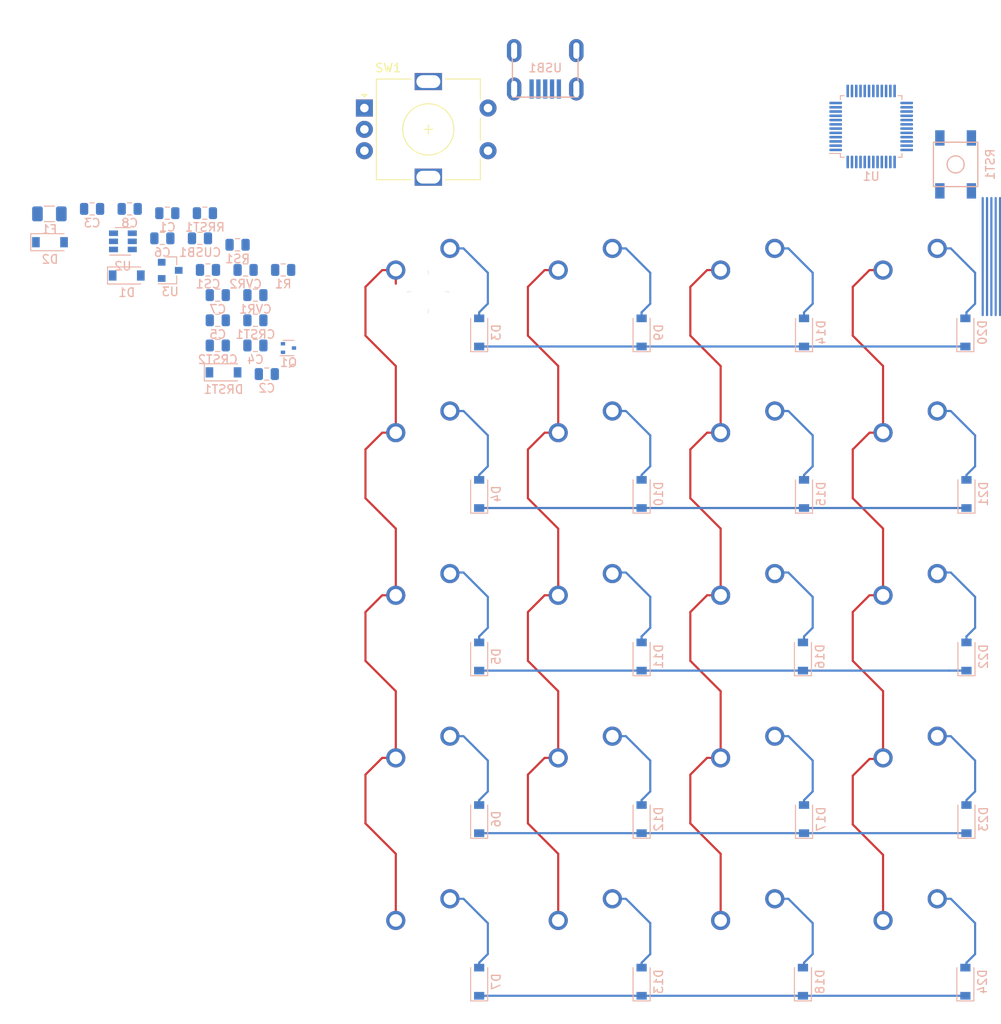
<source format=kicad_pcb>
(kicad_pcb (version 20171130) (host pcbnew "(5.1.4)-1")

  (general
    (thickness 1.6)
    (drawings 1)
    (tracks 210)
    (zones 0)
    (modules 68)
    (nets 83)
  )

  (page A4)
  (layers
    (0 F.Cu signal)
    (31 B.Cu signal)
    (32 B.Adhes user)
    (33 F.Adhes user)
    (34 B.Paste user)
    (35 F.Paste user)
    (36 B.SilkS user)
    (37 F.SilkS user)
    (38 B.Mask user)
    (39 F.Mask user)
    (40 Dwgs.User user)
    (41 Cmts.User user)
    (42 Eco1.User user)
    (43 Eco2.User user)
    (44 Edge.Cuts user)
    (45 Margin user)
    (46 B.CrtYd user)
    (47 F.CrtYd user)
    (48 B.Fab user)
    (49 F.Fab user)
  )

  (setup
    (last_trace_width 0.25)
    (trace_clearance 0.2)
    (zone_clearance 0.508)
    (zone_45_only no)
    (trace_min 0.2)
    (via_size 0.8)
    (via_drill 0.4)
    (via_min_size 0.4)
    (via_min_drill 0.3)
    (uvia_size 0.3)
    (uvia_drill 0.1)
    (uvias_allowed no)
    (uvia_min_size 0.2)
    (uvia_min_drill 0.1)
    (edge_width 0.05)
    (segment_width 0.2)
    (pcb_text_width 0.3)
    (pcb_text_size 1.5 1.5)
    (mod_edge_width 0.12)
    (mod_text_size 1 1)
    (mod_text_width 0.15)
    (pad_size 1.524 1.524)
    (pad_drill 0.762)
    (pad_to_mask_clearance 0.051)
    (solder_mask_min_width 0.25)
    (aux_axis_origin 0 0)
    (visible_elements 7FFFFFFF)
    (pcbplotparams
      (layerselection 0x010fc_ffffffff)
      (usegerberextensions false)
      (usegerberattributes false)
      (usegerberadvancedattributes false)
      (creategerberjobfile false)
      (excludeedgelayer true)
      (linewidth 0.100000)
      (plotframeref false)
      (viasonmask false)
      (mode 1)
      (useauxorigin false)
      (hpglpennumber 1)
      (hpglpenspeed 20)
      (hpglpendiameter 15.000000)
      (psnegative false)
      (psa4output false)
      (plotreference true)
      (plotvalue true)
      (plotinvisibletext false)
      (padsonsilk false)
      (subtractmaskfromsilk false)
      (outputformat 1)
      (mirror false)
      (drillshape 1)
      (scaleselection 1)
      (outputdirectory ""))
  )

  (net 0 "")
  (net 1 GND)
  (net 2 +5V)
  (net 3 ROW1)
  (net 4 ROW3)
  (net 5 "Net-(D3-Pad2)")
  (net 6 ROW0)
  (net 7 "Net-(D4-Pad2)")
  (net 8 "Net-(D5-Pad2)")
  (net 9 ROW2)
  (net 10 "Net-(D6-Pad2)")
  (net 11 "Net-(D7-Pad2)")
  (net 12 ROW4)
  (net 13 "Net-(D9-Pad2)")
  (net 14 "Net-(D10-Pad2)")
  (net 15 "Net-(D11-Pad2)")
  (net 16 "Net-(D12-Pad2)")
  (net 17 "Net-(D13-Pad2)")
  (net 18 "Net-(D14-Pad2)")
  (net 19 "Net-(D15-Pad2)")
  (net 20 "Net-(D16-Pad2)")
  (net 21 "Net-(D17-Pad2)")
  (net 22 "Net-(D18-Pad2)")
  (net 23 "Net-(D20-Pad2)")
  (net 24 "Net-(D21-Pad2)")
  (net 25 "Net-(D22-Pad2)")
  (net 26 "Net-(D23-Pad2)")
  (net 27 "Net-(D24-Pad2)")
  (net 28 COL0)
  (net 29 COL1)
  (net 30 COL2)
  (net 31 COL3)
  (net 32 D-)
  (net 33 D+)
  (net 34 "Net-(U1-Pad42)")
  (net 35 "Net-(U1-Pad41)")
  (net 36 "Net-(U1-Pad40)")
  (net 37 "Net-(U1-Pad39)")
  (net 38 "Net-(U1-Pad38)")
  (net 39 "Net-(U1-Pad31)")
  (net 40 "Net-(U1-Pad30)")
  (net 41 "Net-(U1-Pad29)")
  (net 42 "Net-(U1-Pad28)")
  (net 43 "Net-(U1-Pad27)")
  (net 44 "Net-(U1-Pad26)")
  (net 45 "Net-(U1-Pad25)")
  (net 46 "Net-(U1-Pad22)")
  (net 47 "Net-(U1-Pad21)")
  (net 48 "Net-(U1-Pad20)")
  (net 49 "Net-(U1-Pad19)")
  (net 50 "Net-(U1-Pad18)")
  (net 51 "Net-(U1-Pad12)")
  (net 52 "Net-(U1-Pad11)")
  (net 53 "Net-(U1-Pad10)")
  (net 54 "Net-(USB1-Pad2)")
  (net 55 +3V3)
  (net 56 BOOT0)
  (net 57 NRST)
  (net 58 "Net-(CRST2-Pad1)")
  (net 59 "Net-(CS1-Pad2)")
  (net 60 VBUS)
  (net 61 "Net-(DRST1-Pad2)")
  (net 62 "Net-(DRST1-Pad1)")
  (net 63 ROT1)
  (net 64 ROT0)
  (net 65 ROT2)
  (net 66 "Net-(U1-Pad46)")
  (net 67 "Net-(U1-Pad45)")
  (net 68 "Net-(U1-Pad43)")
  (net 69 SWCLK)
  (net 70 SWDIO)
  (net 71 "Net-(U1-Pad17)")
  (net 72 "Net-(U1-Pad16)")
  (net 73 "Net-(U1-Pad15)")
  (net 74 "Net-(U1-Pad14)")
  (net 75 "Net-(U1-Pad13)")
  (net 76 "Net-(U1-Pad6)")
  (net 77 "Net-(U1-Pad5)")
  (net 78 "Net-(U1-Pad4)")
  (net 79 "Net-(U1-Pad3)")
  (net 80 "Net-(U1-Pad2)")
  (net 81 Dbus-)
  (net 82 DBus+)

  (net_class Default "Это класс цепей по умолчанию."
    (clearance 0.2)
    (trace_width 0.25)
    (via_dia 0.8)
    (via_drill 0.4)
    (uvia_dia 0.3)
    (uvia_drill 0.1)
    (add_net +3V3)
    (add_net +5V)
    (add_net BOOT0)
    (add_net COL0)
    (add_net COL1)
    (add_net COL2)
    (add_net COL3)
    (add_net D+)
    (add_net D-)
    (add_net DBus+)
    (add_net Dbus-)
    (add_net GND)
    (add_net NRST)
    (add_net "Net-(CRST2-Pad1)")
    (add_net "Net-(CS1-Pad2)")
    (add_net "Net-(D10-Pad2)")
    (add_net "Net-(D11-Pad2)")
    (add_net "Net-(D12-Pad2)")
    (add_net "Net-(D13-Pad2)")
    (add_net "Net-(D14-Pad2)")
    (add_net "Net-(D15-Pad2)")
    (add_net "Net-(D16-Pad2)")
    (add_net "Net-(D17-Pad2)")
    (add_net "Net-(D18-Pad2)")
    (add_net "Net-(D20-Pad2)")
    (add_net "Net-(D21-Pad2)")
    (add_net "Net-(D22-Pad2)")
    (add_net "Net-(D23-Pad2)")
    (add_net "Net-(D24-Pad2)")
    (add_net "Net-(D3-Pad2)")
    (add_net "Net-(D4-Pad2)")
    (add_net "Net-(D5-Pad2)")
    (add_net "Net-(D6-Pad2)")
    (add_net "Net-(D7-Pad2)")
    (add_net "Net-(D9-Pad2)")
    (add_net "Net-(DRST1-Pad1)")
    (add_net "Net-(DRST1-Pad2)")
    (add_net "Net-(U1-Pad10)")
    (add_net "Net-(U1-Pad11)")
    (add_net "Net-(U1-Pad12)")
    (add_net "Net-(U1-Pad13)")
    (add_net "Net-(U1-Pad14)")
    (add_net "Net-(U1-Pad15)")
    (add_net "Net-(U1-Pad16)")
    (add_net "Net-(U1-Pad17)")
    (add_net "Net-(U1-Pad18)")
    (add_net "Net-(U1-Pad19)")
    (add_net "Net-(U1-Pad2)")
    (add_net "Net-(U1-Pad20)")
    (add_net "Net-(U1-Pad21)")
    (add_net "Net-(U1-Pad22)")
    (add_net "Net-(U1-Pad25)")
    (add_net "Net-(U1-Pad26)")
    (add_net "Net-(U1-Pad27)")
    (add_net "Net-(U1-Pad28)")
    (add_net "Net-(U1-Pad29)")
    (add_net "Net-(U1-Pad3)")
    (add_net "Net-(U1-Pad30)")
    (add_net "Net-(U1-Pad31)")
    (add_net "Net-(U1-Pad38)")
    (add_net "Net-(U1-Pad39)")
    (add_net "Net-(U1-Pad4)")
    (add_net "Net-(U1-Pad40)")
    (add_net "Net-(U1-Pad41)")
    (add_net "Net-(U1-Pad42)")
    (add_net "Net-(U1-Pad43)")
    (add_net "Net-(U1-Pad45)")
    (add_net "Net-(U1-Pad46)")
    (add_net "Net-(U1-Pad5)")
    (add_net "Net-(U1-Pad6)")
    (add_net "Net-(USB1-Pad2)")
    (add_net ROT0)
    (add_net ROT1)
    (add_net ROT2)
    (add_net ROW0)
    (add_net ROW1)
    (add_net ROW2)
    (add_net ROW3)
    (add_net ROW4)
    (add_net SWCLK)
    (add_net SWDIO)
    (add_net VBUS)
  )

  (module Package_TO_SOT_SMD:SOT-23 (layer B.Cu) (tedit 5A02FF57) (tstamp 5F1C77AE)
    (at 26.883 -112.045)
    (descr "SOT-23, Standard")
    (tags SOT-23)
    (path /5F25B404)
    (attr smd)
    (fp_text reference U3 (at 0 2.5) (layer B.SilkS)
      (effects (font (size 1 1) (thickness 0.15)) (justify mirror))
    )
    (fp_text value MCP1700-3302E_SOT23 (at 0 -2.5) (layer B.Fab)
      (effects (font (size 1 1) (thickness 0.15)) (justify mirror))
    )
    (fp_line (start 0.76 -1.58) (end -0.7 -1.58) (layer B.SilkS) (width 0.12))
    (fp_line (start 0.76 1.58) (end -1.4 1.58) (layer B.SilkS) (width 0.12))
    (fp_line (start -1.7 -1.75) (end -1.7 1.75) (layer B.CrtYd) (width 0.05))
    (fp_line (start 1.7 -1.75) (end -1.7 -1.75) (layer B.CrtYd) (width 0.05))
    (fp_line (start 1.7 1.75) (end 1.7 -1.75) (layer B.CrtYd) (width 0.05))
    (fp_line (start -1.7 1.75) (end 1.7 1.75) (layer B.CrtYd) (width 0.05))
    (fp_line (start 0.76 1.58) (end 0.76 0.65) (layer B.SilkS) (width 0.12))
    (fp_line (start 0.76 -1.58) (end 0.76 -0.65) (layer B.SilkS) (width 0.12))
    (fp_line (start -0.7 -1.52) (end 0.7 -1.52) (layer B.Fab) (width 0.1))
    (fp_line (start 0.7 1.52) (end 0.7 -1.52) (layer B.Fab) (width 0.1))
    (fp_line (start -0.7 0.95) (end -0.15 1.52) (layer B.Fab) (width 0.1))
    (fp_line (start -0.15 1.52) (end 0.7 1.52) (layer B.Fab) (width 0.1))
    (fp_line (start -0.7 0.95) (end -0.7 -1.5) (layer B.Fab) (width 0.1))
    (fp_text user %R (at 0 0 -90) (layer B.Fab)
      (effects (font (size 0.5 0.5) (thickness 0.075)) (justify mirror))
    )
    (pad 3 smd rect (at 1 0) (size 0.9 0.8) (layers B.Cu B.Paste B.Mask)
      (net 2 +5V))
    (pad 2 smd rect (at -1 -0.95) (size 0.9 0.8) (layers B.Cu B.Paste B.Mask)
      (net 55 +3V3))
    (pad 1 smd rect (at -1 0.95) (size 0.9 0.8) (layers B.Cu B.Paste B.Mask)
      (net 1 GND))
    (model ${KISYS3DMOD}/Package_TO_SOT_SMD.3dshapes/SOT-23.wrl
      (at (xyz 0 0 0))
      (scale (xyz 1 1 1))
      (rotate (xyz 0 0 0))
    )
  )

  (module Package_TO_SOT_SMD:SOT-23-6 (layer B.Cu) (tedit 5A02FF57) (tstamp 5F1C6F01)
    (at 21.333 -115.445)
    (descr "6-pin SOT-23 package")
    (tags SOT-23-6)
    (path /5F2403D0)
    (attr smd)
    (fp_text reference U2 (at 0 2.9) (layer B.SilkS)
      (effects (font (size 1 1) (thickness 0.15)) (justify mirror))
    )
    (fp_text value USBLC6-2SC6 (at 0 -2.9) (layer B.Fab)
      (effects (font (size 1 1) (thickness 0.15)) (justify mirror))
    )
    (fp_line (start 0.9 1.55) (end 0.9 -1.55) (layer B.Fab) (width 0.1))
    (fp_line (start 0.9 -1.55) (end -0.9 -1.55) (layer B.Fab) (width 0.1))
    (fp_line (start -0.9 0.9) (end -0.9 -1.55) (layer B.Fab) (width 0.1))
    (fp_line (start 0.9 1.55) (end -0.25 1.55) (layer B.Fab) (width 0.1))
    (fp_line (start -0.9 0.9) (end -0.25 1.55) (layer B.Fab) (width 0.1))
    (fp_line (start -1.9 1.8) (end -1.9 -1.8) (layer B.CrtYd) (width 0.05))
    (fp_line (start -1.9 -1.8) (end 1.9 -1.8) (layer B.CrtYd) (width 0.05))
    (fp_line (start 1.9 -1.8) (end 1.9 1.8) (layer B.CrtYd) (width 0.05))
    (fp_line (start 1.9 1.8) (end -1.9 1.8) (layer B.CrtYd) (width 0.05))
    (fp_line (start 0.9 1.61) (end -1.55 1.61) (layer B.SilkS) (width 0.12))
    (fp_line (start -0.9 -1.61) (end 0.9 -1.61) (layer B.SilkS) (width 0.12))
    (fp_text user %R (at 0 0 -90) (layer B.Fab)
      (effects (font (size 0.5 0.5) (thickness 0.075)) (justify mirror))
    )
    (pad 5 smd rect (at 1.1 0) (size 1.06 0.65) (layers B.Cu B.Paste B.Mask)
      (net 60 VBUS))
    (pad 6 smd rect (at 1.1 0.95) (size 1.06 0.65) (layers B.Cu B.Paste B.Mask)
      (net 81 Dbus-))
    (pad 4 smd rect (at 1.1 -0.95) (size 1.06 0.65) (layers B.Cu B.Paste B.Mask)
      (net 82 DBus+))
    (pad 3 smd rect (at -1.1 -0.95) (size 1.06 0.65) (layers B.Cu B.Paste B.Mask)
      (net 33 D+))
    (pad 2 smd rect (at -1.1 0) (size 1.06 0.65) (layers B.Cu B.Paste B.Mask)
      (net 1 GND))
    (pad 1 smd rect (at -1.1 0.95) (size 1.06 0.65) (layers B.Cu B.Paste B.Mask)
      (net 32 D-))
    (model ${KISYS3DMOD}/Package_TO_SOT_SMD.3dshapes/SOT-23-6.wrl
      (at (xyz 0 0 0))
      (scale (xyz 1 1 1))
      (rotate (xyz 0 0 0))
    )
  )

  (module Package_QFP:LQFP-48_7x7mm_P0.5mm (layer B.Cu) (tedit 5C18330E) (tstamp 5F1C9310)
    (at 109.093 -128.905)
    (descr "LQFP, 48 Pin (https://www.analog.com/media/en/technical-documentation/data-sheets/ltc2358-16.pdf), generated with kicad-footprint-generator ipc_gullwing_generator.py")
    (tags "LQFP QFP")
    (path /5F20CDD7)
    (attr smd)
    (fp_text reference U1 (at 0 5.85) (layer B.SilkS)
      (effects (font (size 1 1) (thickness 0.15)) (justify mirror))
    )
    (fp_text value STM32F072C8Tx (at 0 -5.85) (layer B.Fab)
      (effects (font (size 1 1) (thickness 0.15)) (justify mirror))
    )
    (fp_text user %R (at 0 0) (layer B.Fab)
      (effects (font (size 1 1) (thickness 0.15)) (justify mirror))
    )
    (fp_line (start 5.15 -3.15) (end 5.15 0) (layer B.CrtYd) (width 0.05))
    (fp_line (start 3.75 -3.15) (end 5.15 -3.15) (layer B.CrtYd) (width 0.05))
    (fp_line (start 3.75 -3.75) (end 3.75 -3.15) (layer B.CrtYd) (width 0.05))
    (fp_line (start 3.15 -3.75) (end 3.75 -3.75) (layer B.CrtYd) (width 0.05))
    (fp_line (start 3.15 -5.15) (end 3.15 -3.75) (layer B.CrtYd) (width 0.05))
    (fp_line (start 0 -5.15) (end 3.15 -5.15) (layer B.CrtYd) (width 0.05))
    (fp_line (start -5.15 -3.15) (end -5.15 0) (layer B.CrtYd) (width 0.05))
    (fp_line (start -3.75 -3.15) (end -5.15 -3.15) (layer B.CrtYd) (width 0.05))
    (fp_line (start -3.75 -3.75) (end -3.75 -3.15) (layer B.CrtYd) (width 0.05))
    (fp_line (start -3.15 -3.75) (end -3.75 -3.75) (layer B.CrtYd) (width 0.05))
    (fp_line (start -3.15 -5.15) (end -3.15 -3.75) (layer B.CrtYd) (width 0.05))
    (fp_line (start 0 -5.15) (end -3.15 -5.15) (layer B.CrtYd) (width 0.05))
    (fp_line (start 5.15 3.15) (end 5.15 0) (layer B.CrtYd) (width 0.05))
    (fp_line (start 3.75 3.15) (end 5.15 3.15) (layer B.CrtYd) (width 0.05))
    (fp_line (start 3.75 3.75) (end 3.75 3.15) (layer B.CrtYd) (width 0.05))
    (fp_line (start 3.15 3.75) (end 3.75 3.75) (layer B.CrtYd) (width 0.05))
    (fp_line (start 3.15 5.15) (end 3.15 3.75) (layer B.CrtYd) (width 0.05))
    (fp_line (start 0 5.15) (end 3.15 5.15) (layer B.CrtYd) (width 0.05))
    (fp_line (start -5.15 3.15) (end -5.15 0) (layer B.CrtYd) (width 0.05))
    (fp_line (start -3.75 3.15) (end -5.15 3.15) (layer B.CrtYd) (width 0.05))
    (fp_line (start -3.75 3.75) (end -3.75 3.15) (layer B.CrtYd) (width 0.05))
    (fp_line (start -3.15 3.75) (end -3.75 3.75) (layer B.CrtYd) (width 0.05))
    (fp_line (start -3.15 5.15) (end -3.15 3.75) (layer B.CrtYd) (width 0.05))
    (fp_line (start 0 5.15) (end -3.15 5.15) (layer B.CrtYd) (width 0.05))
    (fp_line (start -3.5 2.5) (end -2.5 3.5) (layer B.Fab) (width 0.1))
    (fp_line (start -3.5 -3.5) (end -3.5 2.5) (layer B.Fab) (width 0.1))
    (fp_line (start 3.5 -3.5) (end -3.5 -3.5) (layer B.Fab) (width 0.1))
    (fp_line (start 3.5 3.5) (end 3.5 -3.5) (layer B.Fab) (width 0.1))
    (fp_line (start -2.5 3.5) (end 3.5 3.5) (layer B.Fab) (width 0.1))
    (fp_line (start -3.61 3.16) (end -4.9 3.16) (layer B.SilkS) (width 0.12))
    (fp_line (start -3.61 3.61) (end -3.61 3.16) (layer B.SilkS) (width 0.12))
    (fp_line (start -3.16 3.61) (end -3.61 3.61) (layer B.SilkS) (width 0.12))
    (fp_line (start 3.61 3.61) (end 3.61 3.16) (layer B.SilkS) (width 0.12))
    (fp_line (start 3.16 3.61) (end 3.61 3.61) (layer B.SilkS) (width 0.12))
    (fp_line (start -3.61 -3.61) (end -3.61 -3.16) (layer B.SilkS) (width 0.12))
    (fp_line (start -3.16 -3.61) (end -3.61 -3.61) (layer B.SilkS) (width 0.12))
    (fp_line (start 3.61 -3.61) (end 3.61 -3.16) (layer B.SilkS) (width 0.12))
    (fp_line (start 3.16 -3.61) (end 3.61 -3.61) (layer B.SilkS) (width 0.12))
    (pad 48 smd roundrect (at -2.75 4.1625) (size 0.3 1.475) (layers B.Cu B.Paste B.Mask) (roundrect_rratio 0.25)
      (net 55 +3V3))
    (pad 47 smd roundrect (at -2.25 4.1625) (size 0.3 1.475) (layers B.Cu B.Paste B.Mask) (roundrect_rratio 0.25)
      (net 1 GND))
    (pad 46 smd roundrect (at -1.75 4.1625) (size 0.3 1.475) (layers B.Cu B.Paste B.Mask) (roundrect_rratio 0.25)
      (net 66 "Net-(U1-Pad46)"))
    (pad 45 smd roundrect (at -1.25 4.1625) (size 0.3 1.475) (layers B.Cu B.Paste B.Mask) (roundrect_rratio 0.25)
      (net 67 "Net-(U1-Pad45)"))
    (pad 44 smd roundrect (at -0.75 4.1625) (size 0.3 1.475) (layers B.Cu B.Paste B.Mask) (roundrect_rratio 0.25)
      (net 56 BOOT0))
    (pad 43 smd roundrect (at -0.25 4.1625) (size 0.3 1.475) (layers B.Cu B.Paste B.Mask) (roundrect_rratio 0.25)
      (net 68 "Net-(U1-Pad43)"))
    (pad 42 smd roundrect (at 0.25 4.1625) (size 0.3 1.475) (layers B.Cu B.Paste B.Mask) (roundrect_rratio 0.25)
      (net 34 "Net-(U1-Pad42)"))
    (pad 41 smd roundrect (at 0.75 4.1625) (size 0.3 1.475) (layers B.Cu B.Paste B.Mask) (roundrect_rratio 0.25)
      (net 35 "Net-(U1-Pad41)"))
    (pad 40 smd roundrect (at 1.25 4.1625) (size 0.3 1.475) (layers B.Cu B.Paste B.Mask) (roundrect_rratio 0.25)
      (net 36 "Net-(U1-Pad40)"))
    (pad 39 smd roundrect (at 1.75 4.1625) (size 0.3 1.475) (layers B.Cu B.Paste B.Mask) (roundrect_rratio 0.25)
      (net 37 "Net-(U1-Pad39)"))
    (pad 38 smd roundrect (at 2.25 4.1625) (size 0.3 1.475) (layers B.Cu B.Paste B.Mask) (roundrect_rratio 0.25)
      (net 38 "Net-(U1-Pad38)"))
    (pad 37 smd roundrect (at 2.75 4.1625) (size 0.3 1.475) (layers B.Cu B.Paste B.Mask) (roundrect_rratio 0.25)
      (net 69 SWCLK))
    (pad 36 smd roundrect (at 4.1625 2.75) (size 1.475 0.3) (layers B.Cu B.Paste B.Mask) (roundrect_rratio 0.25)
      (net 55 +3V3))
    (pad 35 smd roundrect (at 4.1625 2.25) (size 1.475 0.3) (layers B.Cu B.Paste B.Mask) (roundrect_rratio 0.25)
      (net 1 GND))
    (pad 34 smd roundrect (at 4.1625 1.75) (size 1.475 0.3) (layers B.Cu B.Paste B.Mask) (roundrect_rratio 0.25)
      (net 70 SWDIO))
    (pad 33 smd roundrect (at 4.1625 1.25) (size 1.475 0.3) (layers B.Cu B.Paste B.Mask) (roundrect_rratio 0.25)
      (net 33 D+))
    (pad 32 smd roundrect (at 4.1625 0.75) (size 1.475 0.3) (layers B.Cu B.Paste B.Mask) (roundrect_rratio 0.25)
      (net 32 D-))
    (pad 31 smd roundrect (at 4.1625 0.25) (size 1.475 0.3) (layers B.Cu B.Paste B.Mask) (roundrect_rratio 0.25)
      (net 39 "Net-(U1-Pad31)"))
    (pad 30 smd roundrect (at 4.1625 -0.25) (size 1.475 0.3) (layers B.Cu B.Paste B.Mask) (roundrect_rratio 0.25)
      (net 40 "Net-(U1-Pad30)"))
    (pad 29 smd roundrect (at 4.1625 -0.75) (size 1.475 0.3) (layers B.Cu B.Paste B.Mask) (roundrect_rratio 0.25)
      (net 41 "Net-(U1-Pad29)"))
    (pad 28 smd roundrect (at 4.1625 -1.25) (size 1.475 0.3) (layers B.Cu B.Paste B.Mask) (roundrect_rratio 0.25)
      (net 42 "Net-(U1-Pad28)"))
    (pad 27 smd roundrect (at 4.1625 -1.75) (size 1.475 0.3) (layers B.Cu B.Paste B.Mask) (roundrect_rratio 0.25)
      (net 43 "Net-(U1-Pad27)"))
    (pad 26 smd roundrect (at 4.1625 -2.25) (size 1.475 0.3) (layers B.Cu B.Paste B.Mask) (roundrect_rratio 0.25)
      (net 44 "Net-(U1-Pad26)"))
    (pad 25 smd roundrect (at 4.1625 -2.75) (size 1.475 0.3) (layers B.Cu B.Paste B.Mask) (roundrect_rratio 0.25)
      (net 45 "Net-(U1-Pad25)"))
    (pad 24 smd roundrect (at 2.75 -4.1625) (size 0.3 1.475) (layers B.Cu B.Paste B.Mask) (roundrect_rratio 0.25)
      (net 55 +3V3))
    (pad 23 smd roundrect (at 2.25 -4.1625) (size 0.3 1.475) (layers B.Cu B.Paste B.Mask) (roundrect_rratio 0.25)
      (net 1 GND))
    (pad 22 smd roundrect (at 1.75 -4.1625) (size 0.3 1.475) (layers B.Cu B.Paste B.Mask) (roundrect_rratio 0.25)
      (net 46 "Net-(U1-Pad22)"))
    (pad 21 smd roundrect (at 1.25 -4.1625) (size 0.3 1.475) (layers B.Cu B.Paste B.Mask) (roundrect_rratio 0.25)
      (net 47 "Net-(U1-Pad21)"))
    (pad 20 smd roundrect (at 0.75 -4.1625) (size 0.3 1.475) (layers B.Cu B.Paste B.Mask) (roundrect_rratio 0.25)
      (net 48 "Net-(U1-Pad20)"))
    (pad 19 smd roundrect (at 0.25 -4.1625) (size 0.3 1.475) (layers B.Cu B.Paste B.Mask) (roundrect_rratio 0.25)
      (net 49 "Net-(U1-Pad19)"))
    (pad 18 smd roundrect (at -0.25 -4.1625) (size 0.3 1.475) (layers B.Cu B.Paste B.Mask) (roundrect_rratio 0.25)
      (net 50 "Net-(U1-Pad18)"))
    (pad 17 smd roundrect (at -0.75 -4.1625) (size 0.3 1.475) (layers B.Cu B.Paste B.Mask) (roundrect_rratio 0.25)
      (net 71 "Net-(U1-Pad17)"))
    (pad 16 smd roundrect (at -1.25 -4.1625) (size 0.3 1.475) (layers B.Cu B.Paste B.Mask) (roundrect_rratio 0.25)
      (net 72 "Net-(U1-Pad16)"))
    (pad 15 smd roundrect (at -1.75 -4.1625) (size 0.3 1.475) (layers B.Cu B.Paste B.Mask) (roundrect_rratio 0.25)
      (net 73 "Net-(U1-Pad15)"))
    (pad 14 smd roundrect (at -2.25 -4.1625) (size 0.3 1.475) (layers B.Cu B.Paste B.Mask) (roundrect_rratio 0.25)
      (net 74 "Net-(U1-Pad14)"))
    (pad 13 smd roundrect (at -2.75 -4.1625) (size 0.3 1.475) (layers B.Cu B.Paste B.Mask) (roundrect_rratio 0.25)
      (net 75 "Net-(U1-Pad13)"))
    (pad 12 smd roundrect (at -4.1625 -2.75) (size 1.475 0.3) (layers B.Cu B.Paste B.Mask) (roundrect_rratio 0.25)
      (net 51 "Net-(U1-Pad12)"))
    (pad 11 smd roundrect (at -4.1625 -2.25) (size 1.475 0.3) (layers B.Cu B.Paste B.Mask) (roundrect_rratio 0.25)
      (net 52 "Net-(U1-Pad11)"))
    (pad 10 smd roundrect (at -4.1625 -1.75) (size 1.475 0.3) (layers B.Cu B.Paste B.Mask) (roundrect_rratio 0.25)
      (net 53 "Net-(U1-Pad10)"))
    (pad 9 smd roundrect (at -4.1625 -1.25) (size 1.475 0.3) (layers B.Cu B.Paste B.Mask) (roundrect_rratio 0.25)
      (net 55 +3V3))
    (pad 8 smd roundrect (at -4.1625 -0.75) (size 1.475 0.3) (layers B.Cu B.Paste B.Mask) (roundrect_rratio 0.25)
      (net 1 GND))
    (pad 7 smd roundrect (at -4.1625 -0.25) (size 1.475 0.3) (layers B.Cu B.Paste B.Mask) (roundrect_rratio 0.25)
      (net 57 NRST))
    (pad 6 smd roundrect (at -4.1625 0.25) (size 1.475 0.3) (layers B.Cu B.Paste B.Mask) (roundrect_rratio 0.25)
      (net 76 "Net-(U1-Pad6)"))
    (pad 5 smd roundrect (at -4.1625 0.75) (size 1.475 0.3) (layers B.Cu B.Paste B.Mask) (roundrect_rratio 0.25)
      (net 77 "Net-(U1-Pad5)"))
    (pad 4 smd roundrect (at -4.1625 1.25) (size 1.475 0.3) (layers B.Cu B.Paste B.Mask) (roundrect_rratio 0.25)
      (net 78 "Net-(U1-Pad4)"))
    (pad 3 smd roundrect (at -4.1625 1.75) (size 1.475 0.3) (layers B.Cu B.Paste B.Mask) (roundrect_rratio 0.25)
      (net 79 "Net-(U1-Pad3)"))
    (pad 2 smd roundrect (at -4.1625 2.25) (size 1.475 0.3) (layers B.Cu B.Paste B.Mask) (roundrect_rratio 0.25)
      (net 80 "Net-(U1-Pad2)"))
    (pad 1 smd roundrect (at -4.1625 2.75) (size 1.475 0.3) (layers B.Cu B.Paste B.Mask) (roundrect_rratio 0.25)
      (net 55 +3V3))
    (model ${KISYS3DMOD}/Package_QFP.3dshapes/LQFP-48_7x7mm_P0.5mm.wrl
      (at (xyz 0 0 0))
      (scale (xyz 1 1 1))
      (rotate (xyz 0 0 0))
    )
  )

  (module Rotary_Encoder:RotaryEncoder_Alps_EC11E-Switch_Vertical_H20mm (layer F.Cu) (tedit 5A74C8CB) (tstamp 5F1C6E90)
    (at 49.657 -131.064)
    (descr "Alps rotary encoder, EC12E... with switch, vertical shaft, http://www.alps.com/prod/info/E/HTML/Encoder/Incremental/EC11/EC11E15204A3.html")
    (tags "rotary encoder")
    (path /5F40D176)
    (fp_text reference SW1 (at 2.8 -4.7) (layer F.SilkS)
      (effects (font (size 1 1) (thickness 0.15)))
    )
    (fp_text value Rotary_Encoder_Switch (at 7.5 10.4) (layer F.Fab)
      (effects (font (size 1 1) (thickness 0.15)))
    )
    (fp_circle (center 7.5 2.5) (end 10.5 2.5) (layer F.Fab) (width 0.12))
    (fp_circle (center 7.5 2.5) (end 10.5 2.5) (layer F.SilkS) (width 0.12))
    (fp_line (start 16 9.6) (end -1.5 9.6) (layer F.CrtYd) (width 0.05))
    (fp_line (start 16 9.6) (end 16 -4.6) (layer F.CrtYd) (width 0.05))
    (fp_line (start -1.5 -4.6) (end -1.5 9.6) (layer F.CrtYd) (width 0.05))
    (fp_line (start -1.5 -4.6) (end 16 -4.6) (layer F.CrtYd) (width 0.05))
    (fp_line (start 2.5 -3.3) (end 13.5 -3.3) (layer F.Fab) (width 0.12))
    (fp_line (start 13.5 -3.3) (end 13.5 8.3) (layer F.Fab) (width 0.12))
    (fp_line (start 13.5 8.3) (end 1.5 8.3) (layer F.Fab) (width 0.12))
    (fp_line (start 1.5 8.3) (end 1.5 -2.2) (layer F.Fab) (width 0.12))
    (fp_line (start 1.5 -2.2) (end 2.5 -3.3) (layer F.Fab) (width 0.12))
    (fp_line (start 9.5 -3.4) (end 13.6 -3.4) (layer F.SilkS) (width 0.12))
    (fp_line (start 13.6 8.4) (end 9.5 8.4) (layer F.SilkS) (width 0.12))
    (fp_line (start 5.5 8.4) (end 1.4 8.4) (layer F.SilkS) (width 0.12))
    (fp_line (start 5.5 -3.4) (end 1.4 -3.4) (layer F.SilkS) (width 0.12))
    (fp_line (start 1.4 -3.4) (end 1.4 8.4) (layer F.SilkS) (width 0.12))
    (fp_line (start 0 -1.3) (end -0.3 -1.6) (layer F.SilkS) (width 0.12))
    (fp_line (start -0.3 -1.6) (end 0.3 -1.6) (layer F.SilkS) (width 0.12))
    (fp_line (start 0.3 -1.6) (end 0 -1.3) (layer F.SilkS) (width 0.12))
    (fp_line (start 7.5 -0.5) (end 7.5 5.5) (layer F.Fab) (width 0.12))
    (fp_line (start 4.5 2.5) (end 10.5 2.5) (layer F.Fab) (width 0.12))
    (fp_line (start 13.6 -3.4) (end 13.6 -1) (layer F.SilkS) (width 0.12))
    (fp_line (start 13.6 1.2) (end 13.6 3.8) (layer F.SilkS) (width 0.12))
    (fp_line (start 13.6 6) (end 13.6 8.4) (layer F.SilkS) (width 0.12))
    (fp_line (start 7.5 2) (end 7.5 3) (layer F.SilkS) (width 0.12))
    (fp_line (start 7 2.5) (end 8 2.5) (layer F.SilkS) (width 0.12))
    (fp_text user %R (at 11.1 6.3) (layer F.Fab)
      (effects (font (size 1 1) (thickness 0.15)))
    )
    (pad A thru_hole rect (at 0 0) (size 2 2) (drill 1) (layers *.Cu *.Mask)
      (net 63 ROT1))
    (pad C thru_hole circle (at 0 2.5) (size 2 2) (drill 1) (layers *.Cu *.Mask)
      (net 1 GND))
    (pad B thru_hole circle (at 0 5) (size 2 2) (drill 1) (layers *.Cu *.Mask)
      (net 64 ROT0))
    (pad MP thru_hole rect (at 7.5 -3.1) (size 3.2 2) (drill oval 2.8 1.5) (layers *.Cu *.Mask))
    (pad MP thru_hole rect (at 7.5 8.1) (size 3.2 2) (drill oval 2.8 1.5) (layers *.Cu *.Mask))
    (pad S2 thru_hole circle (at 14.5 0) (size 2 2) (drill 1) (layers *.Cu *.Mask)
      (net 28 COL0))
    (pad S1 thru_hole circle (at 14.5 5) (size 2 2) (drill 1) (layers *.Cu *.Mask)
      (net 65 ROT2))
    (model ${KISYS3DMOD}/Rotary_Encoder.3dshapes/RotaryEncoder_Alps_EC11E-Switch_Vertical_H20mm.wrl
      (at (xyz 0 0 0))
      (scale (xyz 1 1 1))
      (rotate (xyz 0 0 0))
    )
  )

  (module random-keyboard-parts:SKQG-1155865 (layer B.Cu) (tedit 5E62B398) (tstamp 5F1C6E6A)
    (at 118.999 -124.46 270)
    (path /5F357BED)
    (attr smd)
    (fp_text reference RST1 (at 0 -4.064 90) (layer B.SilkS)
      (effects (font (size 1 1) (thickness 0.15)) (justify mirror))
    )
    (fp_text value SW_Push (at 0 4.064 90) (layer B.Fab)
      (effects (font (size 1 1) (thickness 0.15)) (justify mirror))
    )
    (fp_line (start -2.6 2.6) (end 2.6 2.6) (layer B.SilkS) (width 0.15))
    (fp_line (start 2.6 2.6) (end 2.6 -2.6) (layer B.SilkS) (width 0.15))
    (fp_line (start 2.6 -2.6) (end -2.6 -2.6) (layer B.SilkS) (width 0.15))
    (fp_line (start -2.6 -2.6) (end -2.6 2.6) (layer B.SilkS) (width 0.15))
    (fp_circle (center 0 0) (end 1 0) (layer B.SilkS) (width 0.15))
    (fp_line (start -4.2 2.6) (end 4.2 2.6) (layer B.Fab) (width 0.15))
    (fp_line (start 4.2 2.6) (end 4.2 1.2) (layer B.Fab) (width 0.15))
    (fp_line (start 4.2 1.1) (end 2.6 1.1) (layer B.Fab) (width 0.15))
    (fp_line (start 2.6 1.1) (end 2.6 -1.1) (layer B.Fab) (width 0.15))
    (fp_line (start 2.6 -1.1) (end 4.2 -1.1) (layer B.Fab) (width 0.15))
    (fp_line (start 4.2 -1.1) (end 4.2 -2.6) (layer B.Fab) (width 0.15))
    (fp_line (start 4.2 -2.6) (end -4.2 -2.6) (layer B.Fab) (width 0.15))
    (fp_line (start -4.2 -2.6) (end -4.2 -1.1) (layer B.Fab) (width 0.15))
    (fp_line (start -4.2 -1.1) (end -2.6 -1.1) (layer B.Fab) (width 0.15))
    (fp_line (start -2.6 -1.1) (end -2.6 1.1) (layer B.Fab) (width 0.15))
    (fp_line (start -2.6 1.1) (end -4.2 1.1) (layer B.Fab) (width 0.15))
    (fp_line (start -4.2 1.1) (end -4.2 2.6) (layer B.Fab) (width 0.15))
    (fp_circle (center 0 0) (end 1 0) (layer B.Fab) (width 0.15))
    (fp_line (start -2.6 1.1) (end -1.1 2.6) (layer B.Fab) (width 0.15))
    (fp_line (start 2.6 1.1) (end 1.1 2.6) (layer B.Fab) (width 0.15))
    (fp_line (start 2.6 -1.1) (end 1.1 -2.6) (layer B.Fab) (width 0.15))
    (fp_line (start -2.6 -1.1) (end -1.1 -2.6) (layer B.Fab) (width 0.15))
    (pad 4 smd rect (at -3.1 -1.85 270) (size 1.8 1.1) (layers B.Cu B.Paste B.Mask))
    (pad 3 smd rect (at 3.1 1.85 270) (size 1.8 1.1) (layers B.Cu B.Paste B.Mask))
    (pad 2 smd rect (at -3.1 1.85 270) (size 1.8 1.1) (layers B.Cu B.Paste B.Mask)
      (net 61 "Net-(DRST1-Pad2)"))
    (pad 1 smd rect (at 3.1 -1.85 270) (size 1.8 1.1) (layers B.Cu B.Paste B.Mask)
      (net 55 +3V3))
    (model ${KISYS3DMOD}/Button_Switch_SMD.3dshapes/SW_SPST_TL3342.step
      (at (xyz 0 0 0))
      (scale (xyz 1 1 1))
      (rotate (xyz 0 0 0))
    )
  )

  (module Resistor_SMD:R_0805_2012Metric (layer B.Cu) (tedit 5B36C52B) (tstamp 5F1C6E4C)
    (at 34.783 -115.045)
    (descr "Resistor SMD 0805 (2012 Metric), square (rectangular) end terminal, IPC_7351 nominal, (Body size source: https://docs.google.com/spreadsheets/d/1BsfQQcO9C6DZCsRaXUlFlo91Tg2WpOkGARC1WS5S8t0/edit?usp=sharing), generated with kicad-footprint-generator")
    (tags resistor)
    (path /5F2311EC)
    (attr smd)
    (fp_text reference RS1 (at 0 1.65) (layer B.SilkS)
      (effects (font (size 1 1) (thickness 0.15)) (justify mirror))
    )
    (fp_text value 1M (at 0 -1.65) (layer B.Fab)
      (effects (font (size 1 1) (thickness 0.15)) (justify mirror))
    )
    (fp_text user %R (at 0 0) (layer B.Fab)
      (effects (font (size 0.5 0.5) (thickness 0.08)) (justify mirror))
    )
    (fp_line (start 1.68 -0.95) (end -1.68 -0.95) (layer B.CrtYd) (width 0.05))
    (fp_line (start 1.68 0.95) (end 1.68 -0.95) (layer B.CrtYd) (width 0.05))
    (fp_line (start -1.68 0.95) (end 1.68 0.95) (layer B.CrtYd) (width 0.05))
    (fp_line (start -1.68 -0.95) (end -1.68 0.95) (layer B.CrtYd) (width 0.05))
    (fp_line (start -0.258578 -0.71) (end 0.258578 -0.71) (layer B.SilkS) (width 0.12))
    (fp_line (start -0.258578 0.71) (end 0.258578 0.71) (layer B.SilkS) (width 0.12))
    (fp_line (start 1 -0.6) (end -1 -0.6) (layer B.Fab) (width 0.1))
    (fp_line (start 1 0.6) (end 1 -0.6) (layer B.Fab) (width 0.1))
    (fp_line (start -1 0.6) (end 1 0.6) (layer B.Fab) (width 0.1))
    (fp_line (start -1 -0.6) (end -1 0.6) (layer B.Fab) (width 0.1))
    (pad 2 smd roundrect (at 0.9375 0) (size 0.975 1.4) (layers B.Cu B.Paste B.Mask) (roundrect_rratio 0.25)
      (net 59 "Net-(CS1-Pad2)"))
    (pad 1 smd roundrect (at -0.9375 0) (size 0.975 1.4) (layers B.Cu B.Paste B.Mask) (roundrect_rratio 0.25)
      (net 1 GND))
    (model ${KISYS3DMOD}/Resistor_SMD.3dshapes/R_0805_2012Metric.wrl
      (at (xyz 0 0 0))
      (scale (xyz 1 1 1))
      (rotate (xyz 0 0 0))
    )
  )

  (module Resistor_SMD:R_0805_2012Metric (layer B.Cu) (tedit 5B36C52B) (tstamp 5F1C6E3B)
    (at 30.953 -118.745)
    (descr "Resistor SMD 0805 (2012 Metric), square (rectangular) end terminal, IPC_7351 nominal, (Body size source: https://docs.google.com/spreadsheets/d/1BsfQQcO9C6DZCsRaXUlFlo91Tg2WpOkGARC1WS5S8t0/edit?usp=sharing), generated with kicad-footprint-generator")
    (tags resistor)
    (path /5F34252D)
    (attr smd)
    (fp_text reference RRST1 (at 0 1.65) (layer B.SilkS)
      (effects (font (size 1 1) (thickness 0.15)) (justify mirror))
    )
    (fp_text value 100k (at 0 -1.65) (layer B.Fab)
      (effects (font (size 1 1) (thickness 0.15)) (justify mirror))
    )
    (fp_text user %R (at 0 0) (layer B.Fab)
      (effects (font (size 0.5 0.5) (thickness 0.08)) (justify mirror))
    )
    (fp_line (start 1.68 -0.95) (end -1.68 -0.95) (layer B.CrtYd) (width 0.05))
    (fp_line (start 1.68 0.95) (end 1.68 -0.95) (layer B.CrtYd) (width 0.05))
    (fp_line (start -1.68 0.95) (end 1.68 0.95) (layer B.CrtYd) (width 0.05))
    (fp_line (start -1.68 -0.95) (end -1.68 0.95) (layer B.CrtYd) (width 0.05))
    (fp_line (start -0.258578 -0.71) (end 0.258578 -0.71) (layer B.SilkS) (width 0.12))
    (fp_line (start -0.258578 0.71) (end 0.258578 0.71) (layer B.SilkS) (width 0.12))
    (fp_line (start 1 -0.6) (end -1 -0.6) (layer B.Fab) (width 0.1))
    (fp_line (start 1 0.6) (end 1 -0.6) (layer B.Fab) (width 0.1))
    (fp_line (start -1 0.6) (end 1 0.6) (layer B.Fab) (width 0.1))
    (fp_line (start -1 -0.6) (end -1 0.6) (layer B.Fab) (width 0.1))
    (pad 2 smd roundrect (at 0.9375 0) (size 0.975 1.4) (layers B.Cu B.Paste B.Mask) (roundrect_rratio 0.25)
      (net 1 GND))
    (pad 1 smd roundrect (at -0.9375 0) (size 0.975 1.4) (layers B.Cu B.Paste B.Mask) (roundrect_rratio 0.25)
      (net 56 BOOT0))
    (model ${KISYS3DMOD}/Resistor_SMD.3dshapes/R_0805_2012Metric.wrl
      (at (xyz 0 0 0))
      (scale (xyz 1 1 1))
      (rotate (xyz 0 0 0))
    )
  )

  (module Resistor_SMD:R_0805_2012Metric (layer B.Cu) (tedit 5B36C52B) (tstamp 5F1C6E2A)
    (at 40.133 -112.095)
    (descr "Resistor SMD 0805 (2012 Metric), square (rectangular) end terminal, IPC_7351 nominal, (Body size source: https://docs.google.com/spreadsheets/d/1BsfQQcO9C6DZCsRaXUlFlo91Tg2WpOkGARC1WS5S8t0/edit?usp=sharing), generated with kicad-footprint-generator")
    (tags resistor)
    (path /5F32D044)
    (attr smd)
    (fp_text reference R1 (at 0 1.65) (layer B.SilkS)
      (effects (font (size 1 1) (thickness 0.15)) (justify mirror))
    )
    (fp_text value 33k (at 0 -1.65) (layer B.Fab)
      (effects (font (size 1 1) (thickness 0.15)) (justify mirror))
    )
    (fp_text user %R (at 0 0) (layer B.Fab)
      (effects (font (size 0.5 0.5) (thickness 0.08)) (justify mirror))
    )
    (fp_line (start 1.68 -0.95) (end -1.68 -0.95) (layer B.CrtYd) (width 0.05))
    (fp_line (start 1.68 0.95) (end 1.68 -0.95) (layer B.CrtYd) (width 0.05))
    (fp_line (start -1.68 0.95) (end 1.68 0.95) (layer B.CrtYd) (width 0.05))
    (fp_line (start -1.68 -0.95) (end -1.68 0.95) (layer B.CrtYd) (width 0.05))
    (fp_line (start -0.258578 -0.71) (end 0.258578 -0.71) (layer B.SilkS) (width 0.12))
    (fp_line (start -0.258578 0.71) (end 0.258578 0.71) (layer B.SilkS) (width 0.12))
    (fp_line (start 1 -0.6) (end -1 -0.6) (layer B.Fab) (width 0.1))
    (fp_line (start 1 0.6) (end 1 -0.6) (layer B.Fab) (width 0.1))
    (fp_line (start -1 0.6) (end 1 0.6) (layer B.Fab) (width 0.1))
    (fp_line (start -1 -0.6) (end -1 0.6) (layer B.Fab) (width 0.1))
    (pad 2 smd roundrect (at 0.9375 0) (size 0.975 1.4) (layers B.Cu B.Paste B.Mask) (roundrect_rratio 0.25)
      (net 62 "Net-(DRST1-Pad1)"))
    (pad 1 smd roundrect (at -0.9375 0) (size 0.975 1.4) (layers B.Cu B.Paste B.Mask) (roundrect_rratio 0.25)
      (net 56 BOOT0))
    (model ${KISYS3DMOD}/Resistor_SMD.3dshapes/R_0805_2012Metric.wrl
      (at (xyz 0 0 0))
      (scale (xyz 1 1 1))
      (rotate (xyz 0 0 0))
    )
  )

  (module Package_TO_SOT_SMD:SOT-523 (layer B.Cu) (tedit 5E27725A) (tstamp 5F1C6E19)
    (at 40.753 -102.945)
    (descr "SOT523, https://www.diodes.com/assets/Package-Files/SOT523.pdf")
    (tags SOT-523)
    (path /5F30B771)
    (attr smd)
    (fp_text reference Q1 (at 0 1.7) (layer B.SilkS)
      (effects (font (size 1 1) (thickness 0.15)) (justify mirror))
    )
    (fp_text value DTC123J (at 0 -1.75) (layer B.Fab)
      (effects (font (size 1 1) (thickness 0.15)) (justify mirror))
    )
    (fp_text user %R (at 0 0 -270) (layer B.Fab)
      (effects (font (size 0.4 0.4) (thickness 0.0625)) (justify mirror))
    )
    (fp_line (start -0.4 0.45) (end -0.05 0.8) (layer B.Fab) (width 0.1))
    (fp_line (start -1 0.9) (end 0.65 0.9) (layer B.SilkS) (width 0.12))
    (fp_line (start 0.65 -0.9) (end -0.65 -0.9) (layer B.SilkS) (width 0.12))
    (fp_line (start 0.4 -0.8) (end 0.4 0.8) (layer B.Fab) (width 0.1))
    (fp_line (start 0.4 0.8) (end -0.05 0.8) (layer B.Fab) (width 0.1))
    (fp_line (start -0.4 0.45) (end -0.4 -0.8) (layer B.Fab) (width 0.1))
    (fp_line (start -0.4 -0.8) (end 0.4 -0.8) (layer B.Fab) (width 0.1))
    (fp_line (start -1.15 1.05) (end 1.15 1.05) (layer B.CrtYd) (width 0.05))
    (fp_line (start -1.15 1.05) (end -1.15 -1.05) (layer B.CrtYd) (width 0.05))
    (fp_line (start 1.15 -1.05) (end 1.15 1.05) (layer B.CrtYd) (width 0.05))
    (fp_line (start 1.15 -1.05) (end -1.15 -1.05) (layer B.CrtYd) (width 0.05))
    (pad 2 smd rect (at -0.645 -0.5 180) (size 0.51 0.4) (layers B.Cu B.Paste B.Mask)
      (net 1 GND))
    (pad 3 smd rect (at 0.645 0 180) (size 0.51 0.4) (layers B.Cu B.Paste B.Mask)
      (net 57 NRST))
    (pad 1 smd rect (at -0.645 0.5 180) (size 0.51 0.4) (layers B.Cu B.Paste B.Mask)
      (net 61 "Net-(DRST1-Pad2)"))
    (model ${KISYS3DMOD}/Package_TO_SOT_SMD.3dshapes/SOT-523.wrl
      (at (xyz 0 0 0))
      (scale (xyz 1 1 1))
      (rotate (xyz 0 0 0))
    )
  )

  (module Fuse:Fuse_1206_3216Metric (layer B.Cu) (tedit 5B301BBE) (tstamp 5F1C6AE6)
    (at 12.713 -118.665)
    (descr "Fuse SMD 1206 (3216 Metric), square (rectangular) end terminal, IPC_7351 nominal, (Body size source: http://www.tortai-tech.com/upload/download/2011102023233369053.pdf), generated with kicad-footprint-generator")
    (tags resistor)
    (path /5F289640)
    (attr smd)
    (fp_text reference F1 (at 0 1.82) (layer B.SilkS)
      (effects (font (size 1 1) (thickness 0.15)) (justify mirror))
    )
    (fp_text value Polyfuse_Small (at 0 -1.82) (layer B.Fab)
      (effects (font (size 1 1) (thickness 0.15)) (justify mirror))
    )
    (fp_text user %R (at 0 0) (layer B.Fab)
      (effects (font (size 0.8 0.8) (thickness 0.12)) (justify mirror))
    )
    (fp_line (start 2.28 -1.12) (end -2.28 -1.12) (layer B.CrtYd) (width 0.05))
    (fp_line (start 2.28 1.12) (end 2.28 -1.12) (layer B.CrtYd) (width 0.05))
    (fp_line (start -2.28 1.12) (end 2.28 1.12) (layer B.CrtYd) (width 0.05))
    (fp_line (start -2.28 -1.12) (end -2.28 1.12) (layer B.CrtYd) (width 0.05))
    (fp_line (start -0.602064 -0.91) (end 0.602064 -0.91) (layer B.SilkS) (width 0.12))
    (fp_line (start -0.602064 0.91) (end 0.602064 0.91) (layer B.SilkS) (width 0.12))
    (fp_line (start 1.6 -0.8) (end -1.6 -0.8) (layer B.Fab) (width 0.1))
    (fp_line (start 1.6 0.8) (end 1.6 -0.8) (layer B.Fab) (width 0.1))
    (fp_line (start -1.6 0.8) (end 1.6 0.8) (layer B.Fab) (width 0.1))
    (fp_line (start -1.6 -0.8) (end -1.6 0.8) (layer B.Fab) (width 0.1))
    (pad 2 smd roundrect (at 1.4 0) (size 1.25 1.75) (layers B.Cu B.Paste B.Mask) (roundrect_rratio 0.2)
      (net 60 VBUS))
    (pad 1 smd roundrect (at -1.4 0) (size 1.25 1.75) (layers B.Cu B.Paste B.Mask) (roundrect_rratio 0.2)
      (net 2 +5V))
    (model ${KISYS3DMOD}/Fuse.3dshapes/Fuse_1206_3216Metric.wrl
      (at (xyz 0 0 0))
      (scale (xyz 1 1 1))
      (rotate (xyz 0 0 0))
    )
  )

  (module Diode_SMD:D_SOD-123 (layer B.Cu) (tedit 58645DC7) (tstamp 5F1C6AD5)
    (at 33.133 -100.095)
    (descr SOD-123)
    (tags SOD-123)
    (path /5F326966)
    (attr smd)
    (fp_text reference DRST1 (at 0 2) (layer B.SilkS)
      (effects (font (size 1 1) (thickness 0.15)) (justify mirror))
    )
    (fp_text value 1N4148 (at 0 -2.1) (layer B.Fab)
      (effects (font (size 1 1) (thickness 0.15)) (justify mirror))
    )
    (fp_line (start -2.25 1) (end 1.65 1) (layer B.SilkS) (width 0.12))
    (fp_line (start -2.25 -1) (end 1.65 -1) (layer B.SilkS) (width 0.12))
    (fp_line (start -2.35 1.15) (end -2.35 -1.15) (layer B.CrtYd) (width 0.05))
    (fp_line (start 2.35 -1.15) (end -2.35 -1.15) (layer B.CrtYd) (width 0.05))
    (fp_line (start 2.35 1.15) (end 2.35 -1.15) (layer B.CrtYd) (width 0.05))
    (fp_line (start -2.35 1.15) (end 2.35 1.15) (layer B.CrtYd) (width 0.05))
    (fp_line (start -1.4 0.9) (end 1.4 0.9) (layer B.Fab) (width 0.1))
    (fp_line (start 1.4 0.9) (end 1.4 -0.9) (layer B.Fab) (width 0.1))
    (fp_line (start 1.4 -0.9) (end -1.4 -0.9) (layer B.Fab) (width 0.1))
    (fp_line (start -1.4 -0.9) (end -1.4 0.9) (layer B.Fab) (width 0.1))
    (fp_line (start -0.75 0) (end -0.35 0) (layer B.Fab) (width 0.1))
    (fp_line (start -0.35 0) (end -0.35 0.55) (layer B.Fab) (width 0.1))
    (fp_line (start -0.35 0) (end -0.35 -0.55) (layer B.Fab) (width 0.1))
    (fp_line (start -0.35 0) (end 0.25 0.4) (layer B.Fab) (width 0.1))
    (fp_line (start 0.25 0.4) (end 0.25 -0.4) (layer B.Fab) (width 0.1))
    (fp_line (start 0.25 -0.4) (end -0.35 0) (layer B.Fab) (width 0.1))
    (fp_line (start 0.25 0) (end 0.75 0) (layer B.Fab) (width 0.1))
    (fp_line (start -2.25 1) (end -2.25 -1) (layer B.SilkS) (width 0.12))
    (fp_text user %R (at 0 2) (layer B.Fab)
      (effects (font (size 1 1) (thickness 0.15)) (justify mirror))
    )
    (pad 2 smd rect (at 1.65 0) (size 0.9 1.2) (layers B.Cu B.Paste B.Mask)
      (net 61 "Net-(DRST1-Pad2)"))
    (pad 1 smd rect (at -1.65 0) (size 0.9 1.2) (layers B.Cu B.Paste B.Mask)
      (net 62 "Net-(DRST1-Pad1)"))
    (model ${KISYS3DMOD}/Diode_SMD.3dshapes/D_SOD-123.wrl
      (at (xyz 0 0 0))
      (scale (xyz 1 1 1))
      (rotate (xyz 0 0 0))
    )
  )

  (module Diode_SMD:D_SOD-123 (layer B.Cu) (tedit 58645DC7) (tstamp 5F1C66FC)
    (at 12.783 -115.345)
    (descr SOD-123)
    (tags SOD-123)
    (path /5F27F974)
    (attr smd)
    (fp_text reference D2 (at 0 2) (layer B.SilkS)
      (effects (font (size 1 1) (thickness 0.15)) (justify mirror))
    )
    (fp_text value D_Schottky (at 0 -2.1) (layer B.Fab)
      (effects (font (size 1 1) (thickness 0.15)) (justify mirror))
    )
    (fp_line (start -2.25 1) (end 1.65 1) (layer B.SilkS) (width 0.12))
    (fp_line (start -2.25 -1) (end 1.65 -1) (layer B.SilkS) (width 0.12))
    (fp_line (start -2.35 1.15) (end -2.35 -1.15) (layer B.CrtYd) (width 0.05))
    (fp_line (start 2.35 -1.15) (end -2.35 -1.15) (layer B.CrtYd) (width 0.05))
    (fp_line (start 2.35 1.15) (end 2.35 -1.15) (layer B.CrtYd) (width 0.05))
    (fp_line (start -2.35 1.15) (end 2.35 1.15) (layer B.CrtYd) (width 0.05))
    (fp_line (start -1.4 0.9) (end 1.4 0.9) (layer B.Fab) (width 0.1))
    (fp_line (start 1.4 0.9) (end 1.4 -0.9) (layer B.Fab) (width 0.1))
    (fp_line (start 1.4 -0.9) (end -1.4 -0.9) (layer B.Fab) (width 0.1))
    (fp_line (start -1.4 -0.9) (end -1.4 0.9) (layer B.Fab) (width 0.1))
    (fp_line (start -0.75 0) (end -0.35 0) (layer B.Fab) (width 0.1))
    (fp_line (start -0.35 0) (end -0.35 0.55) (layer B.Fab) (width 0.1))
    (fp_line (start -0.35 0) (end -0.35 -0.55) (layer B.Fab) (width 0.1))
    (fp_line (start -0.35 0) (end 0.25 0.4) (layer B.Fab) (width 0.1))
    (fp_line (start 0.25 0.4) (end 0.25 -0.4) (layer B.Fab) (width 0.1))
    (fp_line (start 0.25 -0.4) (end -0.35 0) (layer B.Fab) (width 0.1))
    (fp_line (start 0.25 0) (end 0.75 0) (layer B.Fab) (width 0.1))
    (fp_line (start -2.25 1) (end -2.25 -1) (layer B.SilkS) (width 0.12))
    (fp_text user %R (at 0 2) (layer B.Fab)
      (effects (font (size 1 1) (thickness 0.15)) (justify mirror))
    )
    (pad 2 smd rect (at 1.65 0) (size 0.9 1.2) (layers B.Cu B.Paste B.Mask)
      (net 55 +3V3))
    (pad 1 smd rect (at -1.65 0) (size 0.9 1.2) (layers B.Cu B.Paste B.Mask)
      (net 2 +5V))
    (model ${KISYS3DMOD}/Diode_SMD.3dshapes/D_SOD-123.wrl
      (at (xyz 0 0 0))
      (scale (xyz 1 1 1))
      (rotate (xyz 0 0 0))
    )
  )

  (module Diode_SMD:D_SOD-123 (layer B.Cu) (tedit 58645DC7) (tstamp 5F1C66E3)
    (at 21.783 -111.445)
    (descr SOD-123)
    (tags SOD-123)
    (path /5F28EA7C)
    (attr smd)
    (fp_text reference D1 (at 0 2) (layer B.SilkS)
      (effects (font (size 1 1) (thickness 0.15)) (justify mirror))
    )
    (fp_text value D_TVS (at 0 -2.1) (layer B.Fab)
      (effects (font (size 1 1) (thickness 0.15)) (justify mirror))
    )
    (fp_line (start -2.25 1) (end 1.65 1) (layer B.SilkS) (width 0.12))
    (fp_line (start -2.25 -1) (end 1.65 -1) (layer B.SilkS) (width 0.12))
    (fp_line (start -2.35 1.15) (end -2.35 -1.15) (layer B.CrtYd) (width 0.05))
    (fp_line (start 2.35 -1.15) (end -2.35 -1.15) (layer B.CrtYd) (width 0.05))
    (fp_line (start 2.35 1.15) (end 2.35 -1.15) (layer B.CrtYd) (width 0.05))
    (fp_line (start -2.35 1.15) (end 2.35 1.15) (layer B.CrtYd) (width 0.05))
    (fp_line (start -1.4 0.9) (end 1.4 0.9) (layer B.Fab) (width 0.1))
    (fp_line (start 1.4 0.9) (end 1.4 -0.9) (layer B.Fab) (width 0.1))
    (fp_line (start 1.4 -0.9) (end -1.4 -0.9) (layer B.Fab) (width 0.1))
    (fp_line (start -1.4 -0.9) (end -1.4 0.9) (layer B.Fab) (width 0.1))
    (fp_line (start -0.75 0) (end -0.35 0) (layer B.Fab) (width 0.1))
    (fp_line (start -0.35 0) (end -0.35 0.55) (layer B.Fab) (width 0.1))
    (fp_line (start -0.35 0) (end -0.35 -0.55) (layer B.Fab) (width 0.1))
    (fp_line (start -0.35 0) (end 0.25 0.4) (layer B.Fab) (width 0.1))
    (fp_line (start 0.25 0.4) (end 0.25 -0.4) (layer B.Fab) (width 0.1))
    (fp_line (start 0.25 -0.4) (end -0.35 0) (layer B.Fab) (width 0.1))
    (fp_line (start 0.25 0) (end 0.75 0) (layer B.Fab) (width 0.1))
    (fp_line (start -2.25 1) (end -2.25 -1) (layer B.SilkS) (width 0.12))
    (fp_text user %R (at 0 2) (layer B.Fab)
      (effects (font (size 1 1) (thickness 0.15)) (justify mirror))
    )
    (pad 2 smd rect (at 1.65 0) (size 0.9 1.2) (layers B.Cu B.Paste B.Mask)
      (net 1 GND))
    (pad 1 smd rect (at -1.65 0) (size 0.9 1.2) (layers B.Cu B.Paste B.Mask)
      (net 2 +5V))
    (model ${KISYS3DMOD}/Diode_SMD.3dshapes/D_SOD-123.wrl
      (at (xyz 0 0 0))
      (scale (xyz 1 1 1))
      (rotate (xyz 0 0 0))
    )
  )

  (module Capacitor_SMD:C_0805_2012Metric (layer B.Cu) (tedit 5B36C52B) (tstamp 5F1C66CA)
    (at 35.723 -112.095)
    (descr "Capacitor SMD 0805 (2012 Metric), square (rectangular) end terminal, IPC_7351 nominal, (Body size source: https://docs.google.com/spreadsheets/d/1BsfQQcO9C6DZCsRaXUlFlo91Tg2WpOkGARC1WS5S8t0/edit?usp=sharing), generated with kicad-footprint-generator")
    (tags capacitor)
    (path /5F26732C)
    (attr smd)
    (fp_text reference CVR2 (at 0 1.65) (layer B.SilkS)
      (effects (font (size 1 1) (thickness 0.15)) (justify mirror))
    )
    (fp_text value 0.1uF (at 0 -1.65) (layer B.Fab)
      (effects (font (size 1 1) (thickness 0.15)) (justify mirror))
    )
    (fp_text user %R (at 0 0) (layer B.Fab)
      (effects (font (size 0.5 0.5) (thickness 0.08)) (justify mirror))
    )
    (fp_line (start 1.68 -0.95) (end -1.68 -0.95) (layer B.CrtYd) (width 0.05))
    (fp_line (start 1.68 0.95) (end 1.68 -0.95) (layer B.CrtYd) (width 0.05))
    (fp_line (start -1.68 0.95) (end 1.68 0.95) (layer B.CrtYd) (width 0.05))
    (fp_line (start -1.68 -0.95) (end -1.68 0.95) (layer B.CrtYd) (width 0.05))
    (fp_line (start -0.258578 -0.71) (end 0.258578 -0.71) (layer B.SilkS) (width 0.12))
    (fp_line (start -0.258578 0.71) (end 0.258578 0.71) (layer B.SilkS) (width 0.12))
    (fp_line (start 1 -0.6) (end -1 -0.6) (layer B.Fab) (width 0.1))
    (fp_line (start 1 0.6) (end 1 -0.6) (layer B.Fab) (width 0.1))
    (fp_line (start -1 0.6) (end 1 0.6) (layer B.Fab) (width 0.1))
    (fp_line (start -1 -0.6) (end -1 0.6) (layer B.Fab) (width 0.1))
    (pad 2 smd roundrect (at 0.9375 0) (size 0.975 1.4) (layers B.Cu B.Paste B.Mask) (roundrect_rratio 0.25)
      (net 1 GND))
    (pad 1 smd roundrect (at -0.9375 0) (size 0.975 1.4) (layers B.Cu B.Paste B.Mask) (roundrect_rratio 0.25)
      (net 55 +3V3))
    (model ${KISYS3DMOD}/Capacitor_SMD.3dshapes/C_0805_2012Metric.wrl
      (at (xyz 0 0 0))
      (scale (xyz 1 1 1))
      (rotate (xyz 0 0 0))
    )
  )

  (module Capacitor_SMD:C_0805_2012Metric (layer B.Cu) (tedit 5B36C52B) (tstamp 5F1C66B9)
    (at 36.873 -109.145)
    (descr "Capacitor SMD 0805 (2012 Metric), square (rectangular) end terminal, IPC_7351 nominal, (Body size source: https://docs.google.com/spreadsheets/d/1BsfQQcO9C6DZCsRaXUlFlo91Tg2WpOkGARC1WS5S8t0/edit?usp=sharing), generated with kicad-footprint-generator")
    (tags capacitor)
    (path /5F265A12)
    (attr smd)
    (fp_text reference CVR1 (at 0 1.65) (layer B.SilkS)
      (effects (font (size 1 1) (thickness 0.15)) (justify mirror))
    )
    (fp_text value 0.1uF (at 0 -1.65) (layer B.Fab)
      (effects (font (size 1 1) (thickness 0.15)) (justify mirror))
    )
    (fp_text user %R (at 0 0) (layer B.Fab)
      (effects (font (size 0.5 0.5) (thickness 0.08)) (justify mirror))
    )
    (fp_line (start 1.68 -0.95) (end -1.68 -0.95) (layer B.CrtYd) (width 0.05))
    (fp_line (start 1.68 0.95) (end 1.68 -0.95) (layer B.CrtYd) (width 0.05))
    (fp_line (start -1.68 0.95) (end 1.68 0.95) (layer B.CrtYd) (width 0.05))
    (fp_line (start -1.68 -0.95) (end -1.68 0.95) (layer B.CrtYd) (width 0.05))
    (fp_line (start -0.258578 -0.71) (end 0.258578 -0.71) (layer B.SilkS) (width 0.12))
    (fp_line (start -0.258578 0.71) (end 0.258578 0.71) (layer B.SilkS) (width 0.12))
    (fp_line (start 1 -0.6) (end -1 -0.6) (layer B.Fab) (width 0.1))
    (fp_line (start 1 0.6) (end 1 -0.6) (layer B.Fab) (width 0.1))
    (fp_line (start -1 0.6) (end 1 0.6) (layer B.Fab) (width 0.1))
    (fp_line (start -1 -0.6) (end -1 0.6) (layer B.Fab) (width 0.1))
    (pad 2 smd roundrect (at 0.9375 0) (size 0.975 1.4) (layers B.Cu B.Paste B.Mask) (roundrect_rratio 0.25)
      (net 1 GND))
    (pad 1 smd roundrect (at -0.9375 0) (size 0.975 1.4) (layers B.Cu B.Paste B.Mask) (roundrect_rratio 0.25)
      (net 2 +5V))
    (model ${KISYS3DMOD}/Capacitor_SMD.3dshapes/C_0805_2012Metric.wrl
      (at (xyz 0 0 0))
      (scale (xyz 1 1 1))
      (rotate (xyz 0 0 0))
    )
  )

  (module Capacitor_SMD:C_0805_2012Metric (layer B.Cu) (tedit 5B36C52B) (tstamp 5F1C66A8)
    (at 30.373 -115.795)
    (descr "Capacitor SMD 0805 (2012 Metric), square (rectangular) end terminal, IPC_7351 nominal, (Body size source: https://docs.google.com/spreadsheets/d/1BsfQQcO9C6DZCsRaXUlFlo91Tg2WpOkGARC1WS5S8t0/edit?usp=sharing), generated with kicad-footprint-generator")
    (tags capacitor)
    (path /5F25232D)
    (attr smd)
    (fp_text reference CUSB1 (at 0 1.65) (layer B.SilkS)
      (effects (font (size 1 1) (thickness 0.15)) (justify mirror))
    )
    (fp_text value 0.1uF (at 0 -1.65) (layer B.Fab)
      (effects (font (size 1 1) (thickness 0.15)) (justify mirror))
    )
    (fp_text user %R (at 0 0) (layer B.Fab)
      (effects (font (size 0.5 0.5) (thickness 0.08)) (justify mirror))
    )
    (fp_line (start 1.68 -0.95) (end -1.68 -0.95) (layer B.CrtYd) (width 0.05))
    (fp_line (start 1.68 0.95) (end 1.68 -0.95) (layer B.CrtYd) (width 0.05))
    (fp_line (start -1.68 0.95) (end 1.68 0.95) (layer B.CrtYd) (width 0.05))
    (fp_line (start -1.68 -0.95) (end -1.68 0.95) (layer B.CrtYd) (width 0.05))
    (fp_line (start -0.258578 -0.71) (end 0.258578 -0.71) (layer B.SilkS) (width 0.12))
    (fp_line (start -0.258578 0.71) (end 0.258578 0.71) (layer B.SilkS) (width 0.12))
    (fp_line (start 1 -0.6) (end -1 -0.6) (layer B.Fab) (width 0.1))
    (fp_line (start 1 0.6) (end 1 -0.6) (layer B.Fab) (width 0.1))
    (fp_line (start -1 0.6) (end 1 0.6) (layer B.Fab) (width 0.1))
    (fp_line (start -1 -0.6) (end -1 0.6) (layer B.Fab) (width 0.1))
    (pad 2 smd roundrect (at 0.9375 0) (size 0.975 1.4) (layers B.Cu B.Paste B.Mask) (roundrect_rratio 0.25)
      (net 60 VBUS))
    (pad 1 smd roundrect (at -0.9375 0) (size 0.975 1.4) (layers B.Cu B.Paste B.Mask) (roundrect_rratio 0.25)
      (net 1 GND))
    (model ${KISYS3DMOD}/Capacitor_SMD.3dshapes/C_0805_2012Metric.wrl
      (at (xyz 0 0 0))
      (scale (xyz 1 1 1))
      (rotate (xyz 0 0 0))
    )
  )

  (module Capacitor_SMD:C_0805_2012Metric (layer B.Cu) (tedit 5B36C52B) (tstamp 5F1C6697)
    (at 31.313 -112.095)
    (descr "Capacitor SMD 0805 (2012 Metric), square (rectangular) end terminal, IPC_7351 nominal, (Body size source: https://docs.google.com/spreadsheets/d/1BsfQQcO9C6DZCsRaXUlFlo91Tg2WpOkGARC1WS5S8t0/edit?usp=sharing), generated with kicad-footprint-generator")
    (tags capacitor)
    (path /5F230316)
    (attr smd)
    (fp_text reference CS1 (at 0 1.65) (layer B.SilkS)
      (effects (font (size 1 1) (thickness 0.15)) (justify mirror))
    )
    (fp_text value 4.7nF (at 0 -1.65) (layer B.Fab)
      (effects (font (size 1 1) (thickness 0.15)) (justify mirror))
    )
    (fp_text user %R (at 0 0) (layer B.Fab)
      (effects (font (size 0.5 0.5) (thickness 0.08)) (justify mirror))
    )
    (fp_line (start 1.68 -0.95) (end -1.68 -0.95) (layer B.CrtYd) (width 0.05))
    (fp_line (start 1.68 0.95) (end 1.68 -0.95) (layer B.CrtYd) (width 0.05))
    (fp_line (start -1.68 0.95) (end 1.68 0.95) (layer B.CrtYd) (width 0.05))
    (fp_line (start -1.68 -0.95) (end -1.68 0.95) (layer B.CrtYd) (width 0.05))
    (fp_line (start -0.258578 -0.71) (end 0.258578 -0.71) (layer B.SilkS) (width 0.12))
    (fp_line (start -0.258578 0.71) (end 0.258578 0.71) (layer B.SilkS) (width 0.12))
    (fp_line (start 1 -0.6) (end -1 -0.6) (layer B.Fab) (width 0.1))
    (fp_line (start 1 0.6) (end 1 -0.6) (layer B.Fab) (width 0.1))
    (fp_line (start -1 0.6) (end 1 0.6) (layer B.Fab) (width 0.1))
    (fp_line (start -1 -0.6) (end -1 0.6) (layer B.Fab) (width 0.1))
    (pad 2 smd roundrect (at 0.9375 0) (size 0.975 1.4) (layers B.Cu B.Paste B.Mask) (roundrect_rratio 0.25)
      (net 59 "Net-(CS1-Pad2)"))
    (pad 1 smd roundrect (at -0.9375 0) (size 0.975 1.4) (layers B.Cu B.Paste B.Mask) (roundrect_rratio 0.25)
      (net 1 GND))
    (model ${KISYS3DMOD}/Capacitor_SMD.3dshapes/C_0805_2012Metric.wrl
      (at (xyz 0 0 0))
      (scale (xyz 1 1 1))
      (rotate (xyz 0 0 0))
    )
  )

  (module Capacitor_SMD:C_0805_2012Metric (layer B.Cu) (tedit 5B36C52B) (tstamp 5F1C6686)
    (at 32.463 -103.245)
    (descr "Capacitor SMD 0805 (2012 Metric), square (rectangular) end terminal, IPC_7351 nominal, (Body size source: https://docs.google.com/spreadsheets/d/1BsfQQcO9C6DZCsRaXUlFlo91Tg2WpOkGARC1WS5S8t0/edit?usp=sharing), generated with kicad-footprint-generator")
    (tags capacitor)
    (path /5F3135FB)
    (attr smd)
    (fp_text reference CRST2 (at 0 1.65) (layer B.SilkS)
      (effects (font (size 1 1) (thickness 0.15)) (justify mirror))
    )
    (fp_text value 4.7nF (at 0 -1.65) (layer B.Fab)
      (effects (font (size 1 1) (thickness 0.15)) (justify mirror))
    )
    (fp_text user %R (at 0 0) (layer B.Fab)
      (effects (font (size 0.5 0.5) (thickness 0.08)) (justify mirror))
    )
    (fp_line (start 1.68 -0.95) (end -1.68 -0.95) (layer B.CrtYd) (width 0.05))
    (fp_line (start 1.68 0.95) (end 1.68 -0.95) (layer B.CrtYd) (width 0.05))
    (fp_line (start -1.68 0.95) (end 1.68 0.95) (layer B.CrtYd) (width 0.05))
    (fp_line (start -1.68 -0.95) (end -1.68 0.95) (layer B.CrtYd) (width 0.05))
    (fp_line (start -0.258578 -0.71) (end 0.258578 -0.71) (layer B.SilkS) (width 0.12))
    (fp_line (start -0.258578 0.71) (end 0.258578 0.71) (layer B.SilkS) (width 0.12))
    (fp_line (start 1 -0.6) (end -1 -0.6) (layer B.Fab) (width 0.1))
    (fp_line (start 1 0.6) (end 1 -0.6) (layer B.Fab) (width 0.1))
    (fp_line (start -1 0.6) (end 1 0.6) (layer B.Fab) (width 0.1))
    (fp_line (start -1 -0.6) (end -1 0.6) (layer B.Fab) (width 0.1))
    (pad 2 smd roundrect (at 0.9375 0) (size 0.975 1.4) (layers B.Cu B.Paste B.Mask) (roundrect_rratio 0.25)
      (net 57 NRST))
    (pad 1 smd roundrect (at -0.9375 0) (size 0.975 1.4) (layers B.Cu B.Paste B.Mask) (roundrect_rratio 0.25)
      (net 58 "Net-(CRST2-Pad1)"))
    (model ${KISYS3DMOD}/Capacitor_SMD.3dshapes/C_0805_2012Metric.wrl
      (at (xyz 0 0 0))
      (scale (xyz 1 1 1))
      (rotate (xyz 0 0 0))
    )
  )

  (module Capacitor_SMD:C_0805_2012Metric (layer B.Cu) (tedit 5B36C52B) (tstamp 5F1C6675)
    (at 36.873 -106.195)
    (descr "Capacitor SMD 0805 (2012 Metric), square (rectangular) end terminal, IPC_7351 nominal, (Body size source: https://docs.google.com/spreadsheets/d/1BsfQQcO9C6DZCsRaXUlFlo91Tg2WpOkGARC1WS5S8t0/edit?usp=sharing), generated with kicad-footprint-generator")
    (tags capacitor)
    (path /5F33431C)
    (attr smd)
    (fp_text reference CRST1 (at 0 1.65) (layer B.SilkS)
      (effects (font (size 1 1) (thickness 0.15)) (justify mirror))
    )
    (fp_text value 100uF (at 0 -1.65) (layer B.Fab)
      (effects (font (size 1 1) (thickness 0.15)) (justify mirror))
    )
    (fp_text user %R (at 0 0) (layer B.Fab)
      (effects (font (size 0.5 0.5) (thickness 0.08)) (justify mirror))
    )
    (fp_line (start 1.68 -0.95) (end -1.68 -0.95) (layer B.CrtYd) (width 0.05))
    (fp_line (start 1.68 0.95) (end 1.68 -0.95) (layer B.CrtYd) (width 0.05))
    (fp_line (start -1.68 0.95) (end 1.68 0.95) (layer B.CrtYd) (width 0.05))
    (fp_line (start -1.68 -0.95) (end -1.68 0.95) (layer B.CrtYd) (width 0.05))
    (fp_line (start -0.258578 -0.71) (end 0.258578 -0.71) (layer B.SilkS) (width 0.12))
    (fp_line (start -0.258578 0.71) (end 0.258578 0.71) (layer B.SilkS) (width 0.12))
    (fp_line (start 1 -0.6) (end -1 -0.6) (layer B.Fab) (width 0.1))
    (fp_line (start 1 0.6) (end 1 -0.6) (layer B.Fab) (width 0.1))
    (fp_line (start -1 0.6) (end 1 0.6) (layer B.Fab) (width 0.1))
    (fp_line (start -1 -0.6) (end -1 0.6) (layer B.Fab) (width 0.1))
    (pad 2 smd roundrect (at 0.9375 0) (size 0.975 1.4) (layers B.Cu B.Paste B.Mask) (roundrect_rratio 0.25)
      (net 1 GND))
    (pad 1 smd roundrect (at -0.9375 0) (size 0.975 1.4) (layers B.Cu B.Paste B.Mask) (roundrect_rratio 0.25)
      (net 56 BOOT0))
    (model ${KISYS3DMOD}/Capacitor_SMD.3dshapes/C_0805_2012Metric.wrl
      (at (xyz 0 0 0))
      (scale (xyz 1 1 1))
      (rotate (xyz 0 0 0))
    )
  )

  (module Capacitor_SMD:C_0805_2012Metric (layer B.Cu) (tedit 5B36C52B) (tstamp 5F1C6664)
    (at 22.133 -119.245)
    (descr "Capacitor SMD 0805 (2012 Metric), square (rectangular) end terminal, IPC_7351 nominal, (Body size source: https://docs.google.com/spreadsheets/d/1BsfQQcO9C6DZCsRaXUlFlo91Tg2WpOkGARC1WS5S8t0/edit?usp=sharing), generated with kicad-footprint-generator")
    (tags capacitor)
    (path /5F394D02)
    (attr smd)
    (fp_text reference C8 (at 0 1.65) (layer B.SilkS)
      (effects (font (size 1 1) (thickness 0.15)) (justify mirror))
    )
    (fp_text value 1uF (at 0 -1.65) (layer B.Fab)
      (effects (font (size 1 1) (thickness 0.15)) (justify mirror))
    )
    (fp_text user %R (at 0 0) (layer B.Fab)
      (effects (font (size 0.5 0.5) (thickness 0.08)) (justify mirror))
    )
    (fp_line (start 1.68 -0.95) (end -1.68 -0.95) (layer B.CrtYd) (width 0.05))
    (fp_line (start 1.68 0.95) (end 1.68 -0.95) (layer B.CrtYd) (width 0.05))
    (fp_line (start -1.68 0.95) (end 1.68 0.95) (layer B.CrtYd) (width 0.05))
    (fp_line (start -1.68 -0.95) (end -1.68 0.95) (layer B.CrtYd) (width 0.05))
    (fp_line (start -0.258578 -0.71) (end 0.258578 -0.71) (layer B.SilkS) (width 0.12))
    (fp_line (start -0.258578 0.71) (end 0.258578 0.71) (layer B.SilkS) (width 0.12))
    (fp_line (start 1 -0.6) (end -1 -0.6) (layer B.Fab) (width 0.1))
    (fp_line (start 1 0.6) (end 1 -0.6) (layer B.Fab) (width 0.1))
    (fp_line (start -1 0.6) (end 1 0.6) (layer B.Fab) (width 0.1))
    (fp_line (start -1 -0.6) (end -1 0.6) (layer B.Fab) (width 0.1))
    (pad 2 smd roundrect (at 0.9375 0) (size 0.975 1.4) (layers B.Cu B.Paste B.Mask) (roundrect_rratio 0.25)
      (net 1 GND))
    (pad 1 smd roundrect (at -0.9375 0) (size 0.975 1.4) (layers B.Cu B.Paste B.Mask) (roundrect_rratio 0.25)
      (net 55 +3V3))
    (model ${KISYS3DMOD}/Capacitor_SMD.3dshapes/C_0805_2012Metric.wrl
      (at (xyz 0 0 0))
      (scale (xyz 1 1 1))
      (rotate (xyz 0 0 0))
    )
  )

  (module Capacitor_SMD:C_0805_2012Metric (layer B.Cu) (tedit 5B36C52B) (tstamp 5F1C6653)
    (at 32.463 -109.145)
    (descr "Capacitor SMD 0805 (2012 Metric), square (rectangular) end terminal, IPC_7351 nominal, (Body size source: https://docs.google.com/spreadsheets/d/1BsfQQcO9C6DZCsRaXUlFlo91Tg2WpOkGARC1WS5S8t0/edit?usp=sharing), generated with kicad-footprint-generator")
    (tags capacitor)
    (path /5F38D9C6)
    (attr smd)
    (fp_text reference C7 (at 0 1.65) (layer B.SilkS)
      (effects (font (size 1 1) (thickness 0.15)) (justify mirror))
    )
    (fp_text value 10nF (at 0 -1.65) (layer B.Fab)
      (effects (font (size 1 1) (thickness 0.15)) (justify mirror))
    )
    (fp_text user %R (at 0 0) (layer B.Fab)
      (effects (font (size 0.5 0.5) (thickness 0.08)) (justify mirror))
    )
    (fp_line (start 1.68 -0.95) (end -1.68 -0.95) (layer B.CrtYd) (width 0.05))
    (fp_line (start 1.68 0.95) (end 1.68 -0.95) (layer B.CrtYd) (width 0.05))
    (fp_line (start -1.68 0.95) (end 1.68 0.95) (layer B.CrtYd) (width 0.05))
    (fp_line (start -1.68 -0.95) (end -1.68 0.95) (layer B.CrtYd) (width 0.05))
    (fp_line (start -0.258578 -0.71) (end 0.258578 -0.71) (layer B.SilkS) (width 0.12))
    (fp_line (start -0.258578 0.71) (end 0.258578 0.71) (layer B.SilkS) (width 0.12))
    (fp_line (start 1 -0.6) (end -1 -0.6) (layer B.Fab) (width 0.1))
    (fp_line (start 1 0.6) (end 1 -0.6) (layer B.Fab) (width 0.1))
    (fp_line (start -1 0.6) (end 1 0.6) (layer B.Fab) (width 0.1))
    (fp_line (start -1 -0.6) (end -1 0.6) (layer B.Fab) (width 0.1))
    (pad 2 smd roundrect (at 0.9375 0) (size 0.975 1.4) (layers B.Cu B.Paste B.Mask) (roundrect_rratio 0.25)
      (net 1 GND))
    (pad 1 smd roundrect (at -0.9375 0) (size 0.975 1.4) (layers B.Cu B.Paste B.Mask) (roundrect_rratio 0.25)
      (net 55 +3V3))
    (model ${KISYS3DMOD}/Capacitor_SMD.3dshapes/C_0805_2012Metric.wrl
      (at (xyz 0 0 0))
      (scale (xyz 1 1 1))
      (rotate (xyz 0 0 0))
    )
  )

  (module Capacitor_SMD:C_0805_2012Metric (layer B.Cu) (tedit 5B36C52B) (tstamp 5F1C6642)
    (at 25.963 -115.795)
    (descr "Capacitor SMD 0805 (2012 Metric), square (rectangular) end terminal, IPC_7351 nominal, (Body size source: https://docs.google.com/spreadsheets/d/1BsfQQcO9C6DZCsRaXUlFlo91Tg2WpOkGARC1WS5S8t0/edit?usp=sharing), generated with kicad-footprint-generator")
    (tags capacitor)
    (path /5F3B2038)
    (attr smd)
    (fp_text reference C6 (at 0 1.65) (layer B.SilkS)
      (effects (font (size 1 1) (thickness 0.15)) (justify mirror))
    )
    (fp_text value 4.7uF (at 0 -1.65) (layer B.Fab)
      (effects (font (size 1 1) (thickness 0.15)) (justify mirror))
    )
    (fp_text user %R (at 0 0) (layer B.Fab)
      (effects (font (size 0.5 0.5) (thickness 0.08)) (justify mirror))
    )
    (fp_line (start 1.68 -0.95) (end -1.68 -0.95) (layer B.CrtYd) (width 0.05))
    (fp_line (start 1.68 0.95) (end 1.68 -0.95) (layer B.CrtYd) (width 0.05))
    (fp_line (start -1.68 0.95) (end 1.68 0.95) (layer B.CrtYd) (width 0.05))
    (fp_line (start -1.68 -0.95) (end -1.68 0.95) (layer B.CrtYd) (width 0.05))
    (fp_line (start -0.258578 -0.71) (end 0.258578 -0.71) (layer B.SilkS) (width 0.12))
    (fp_line (start -0.258578 0.71) (end 0.258578 0.71) (layer B.SilkS) (width 0.12))
    (fp_line (start 1 -0.6) (end -1 -0.6) (layer B.Fab) (width 0.1))
    (fp_line (start 1 0.6) (end 1 -0.6) (layer B.Fab) (width 0.1))
    (fp_line (start -1 0.6) (end 1 0.6) (layer B.Fab) (width 0.1))
    (fp_line (start -1 -0.6) (end -1 0.6) (layer B.Fab) (width 0.1))
    (pad 2 smd roundrect (at 0.9375 0) (size 0.975 1.4) (layers B.Cu B.Paste B.Mask) (roundrect_rratio 0.25)
      (net 1 GND))
    (pad 1 smd roundrect (at -0.9375 0) (size 0.975 1.4) (layers B.Cu B.Paste B.Mask) (roundrect_rratio 0.25)
      (net 55 +3V3))
    (model ${KISYS3DMOD}/Capacitor_SMD.3dshapes/C_0805_2012Metric.wrl
      (at (xyz 0 0 0))
      (scale (xyz 1 1 1))
      (rotate (xyz 0 0 0))
    )
  )

  (module Capacitor_SMD:C_0805_2012Metric (layer B.Cu) (tedit 5B36C52B) (tstamp 5F1C6631)
    (at 32.463 -106.195)
    (descr "Capacitor SMD 0805 (2012 Metric), square (rectangular) end terminal, IPC_7351 nominal, (Body size source: https://docs.google.com/spreadsheets/d/1BsfQQcO9C6DZCsRaXUlFlo91Tg2WpOkGARC1WS5S8t0/edit?usp=sharing), generated with kicad-footprint-generator")
    (tags capacitor)
    (path /5F3A313D)
    (attr smd)
    (fp_text reference C5 (at 0 1.65) (layer B.SilkS)
      (effects (font (size 1 1) (thickness 0.15)) (justify mirror))
    )
    (fp_text value 4.7uF (at 0 -1.65) (layer B.Fab)
      (effects (font (size 1 1) (thickness 0.15)) (justify mirror))
    )
    (fp_text user %R (at 0 0) (layer B.Fab)
      (effects (font (size 0.5 0.5) (thickness 0.08)) (justify mirror))
    )
    (fp_line (start 1.68 -0.95) (end -1.68 -0.95) (layer B.CrtYd) (width 0.05))
    (fp_line (start 1.68 0.95) (end 1.68 -0.95) (layer B.CrtYd) (width 0.05))
    (fp_line (start -1.68 0.95) (end 1.68 0.95) (layer B.CrtYd) (width 0.05))
    (fp_line (start -1.68 -0.95) (end -1.68 0.95) (layer B.CrtYd) (width 0.05))
    (fp_line (start -0.258578 -0.71) (end 0.258578 -0.71) (layer B.SilkS) (width 0.12))
    (fp_line (start -0.258578 0.71) (end 0.258578 0.71) (layer B.SilkS) (width 0.12))
    (fp_line (start 1 -0.6) (end -1 -0.6) (layer B.Fab) (width 0.1))
    (fp_line (start 1 0.6) (end 1 -0.6) (layer B.Fab) (width 0.1))
    (fp_line (start -1 0.6) (end 1 0.6) (layer B.Fab) (width 0.1))
    (fp_line (start -1 -0.6) (end -1 0.6) (layer B.Fab) (width 0.1))
    (pad 2 smd roundrect (at 0.9375 0) (size 0.975 1.4) (layers B.Cu B.Paste B.Mask) (roundrect_rratio 0.25)
      (net 1 GND))
    (pad 1 smd roundrect (at -0.9375 0) (size 0.975 1.4) (layers B.Cu B.Paste B.Mask) (roundrect_rratio 0.25)
      (net 55 +3V3))
    (model ${KISYS3DMOD}/Capacitor_SMD.3dshapes/C_0805_2012Metric.wrl
      (at (xyz 0 0 0))
      (scale (xyz 1 1 1))
      (rotate (xyz 0 0 0))
    )
  )

  (module Capacitor_SMD:C_0805_2012Metric (layer B.Cu) (tedit 5B36C52B) (tstamp 5F1C6620)
    (at 36.873 -103.245)
    (descr "Capacitor SMD 0805 (2012 Metric), square (rectangular) end terminal, IPC_7351 nominal, (Body size source: https://docs.google.com/spreadsheets/d/1BsfQQcO9C6DZCsRaXUlFlo91Tg2WpOkGARC1WS5S8t0/edit?usp=sharing), generated with kicad-footprint-generator")
    (tags capacitor)
    (path /5F38693F)
    (attr smd)
    (fp_text reference C4 (at 0 1.65) (layer B.SilkS)
      (effects (font (size 1 1) (thickness 0.15)) (justify mirror))
    )
    (fp_text value 0.1uF (at 0 -1.65) (layer B.Fab)
      (effects (font (size 1 1) (thickness 0.15)) (justify mirror))
    )
    (fp_text user %R (at 0 0) (layer B.Fab)
      (effects (font (size 0.5 0.5) (thickness 0.08)) (justify mirror))
    )
    (fp_line (start 1.68 -0.95) (end -1.68 -0.95) (layer B.CrtYd) (width 0.05))
    (fp_line (start 1.68 0.95) (end 1.68 -0.95) (layer B.CrtYd) (width 0.05))
    (fp_line (start -1.68 0.95) (end 1.68 0.95) (layer B.CrtYd) (width 0.05))
    (fp_line (start -1.68 -0.95) (end -1.68 0.95) (layer B.CrtYd) (width 0.05))
    (fp_line (start -0.258578 -0.71) (end 0.258578 -0.71) (layer B.SilkS) (width 0.12))
    (fp_line (start -0.258578 0.71) (end 0.258578 0.71) (layer B.SilkS) (width 0.12))
    (fp_line (start 1 -0.6) (end -1 -0.6) (layer B.Fab) (width 0.1))
    (fp_line (start 1 0.6) (end 1 -0.6) (layer B.Fab) (width 0.1))
    (fp_line (start -1 0.6) (end 1 0.6) (layer B.Fab) (width 0.1))
    (fp_line (start -1 -0.6) (end -1 0.6) (layer B.Fab) (width 0.1))
    (pad 2 smd roundrect (at 0.9375 0) (size 0.975 1.4) (layers B.Cu B.Paste B.Mask) (roundrect_rratio 0.25)
      (net 1 GND))
    (pad 1 smd roundrect (at -0.9375 0) (size 0.975 1.4) (layers B.Cu B.Paste B.Mask) (roundrect_rratio 0.25)
      (net 55 +3V3))
    (model ${KISYS3DMOD}/Capacitor_SMD.3dshapes/C_0805_2012Metric.wrl
      (at (xyz 0 0 0))
      (scale (xyz 1 1 1))
      (rotate (xyz 0 0 0))
    )
  )

  (module Capacitor_SMD:C_0805_2012Metric (layer B.Cu) (tedit 5B36C52B) (tstamp 5F1C660F)
    (at 17.723 -119.245)
    (descr "Capacitor SMD 0805 (2012 Metric), square (rectangular) end terminal, IPC_7351 nominal, (Body size source: https://docs.google.com/spreadsheets/d/1BsfQQcO9C6DZCsRaXUlFlo91Tg2WpOkGARC1WS5S8t0/edit?usp=sharing), generated with kicad-footprint-generator")
    (tags capacitor)
    (path /5F3AAF16)
    (attr smd)
    (fp_text reference C3 (at 0 1.65) (layer B.SilkS)
      (effects (font (size 1 1) (thickness 0.15)) (justify mirror))
    )
    (fp_text value 0.1uF (at 0 -1.65) (layer B.Fab)
      (effects (font (size 1 1) (thickness 0.15)) (justify mirror))
    )
    (fp_text user %R (at 0 0) (layer B.Fab)
      (effects (font (size 0.5 0.5) (thickness 0.08)) (justify mirror))
    )
    (fp_line (start 1.68 -0.95) (end -1.68 -0.95) (layer B.CrtYd) (width 0.05))
    (fp_line (start 1.68 0.95) (end 1.68 -0.95) (layer B.CrtYd) (width 0.05))
    (fp_line (start -1.68 0.95) (end 1.68 0.95) (layer B.CrtYd) (width 0.05))
    (fp_line (start -1.68 -0.95) (end -1.68 0.95) (layer B.CrtYd) (width 0.05))
    (fp_line (start -0.258578 -0.71) (end 0.258578 -0.71) (layer B.SilkS) (width 0.12))
    (fp_line (start -0.258578 0.71) (end 0.258578 0.71) (layer B.SilkS) (width 0.12))
    (fp_line (start 1 -0.6) (end -1 -0.6) (layer B.Fab) (width 0.1))
    (fp_line (start 1 0.6) (end 1 -0.6) (layer B.Fab) (width 0.1))
    (fp_line (start -1 0.6) (end 1 0.6) (layer B.Fab) (width 0.1))
    (fp_line (start -1 -0.6) (end -1 0.6) (layer B.Fab) (width 0.1))
    (pad 2 smd roundrect (at 0.9375 0) (size 0.975 1.4) (layers B.Cu B.Paste B.Mask) (roundrect_rratio 0.25)
      (net 1 GND))
    (pad 1 smd roundrect (at -0.9375 0) (size 0.975 1.4) (layers B.Cu B.Paste B.Mask) (roundrect_rratio 0.25)
      (net 55 +3V3))
    (model ${KISYS3DMOD}/Capacitor_SMD.3dshapes/C_0805_2012Metric.wrl
      (at (xyz 0 0 0))
      (scale (xyz 1 1 1))
      (rotate (xyz 0 0 0))
    )
  )

  (module Capacitor_SMD:C_0805_2012Metric (layer B.Cu) (tedit 5B36C52B) (tstamp 5F1C65FE)
    (at 38.213 -99.895)
    (descr "Capacitor SMD 0805 (2012 Metric), square (rectangular) end terminal, IPC_7351 nominal, (Body size source: https://docs.google.com/spreadsheets/d/1BsfQQcO9C6DZCsRaXUlFlo91Tg2WpOkGARC1WS5S8t0/edit?usp=sharing), generated with kicad-footprint-generator")
    (tags capacitor)
    (path /5F39BFFF)
    (attr smd)
    (fp_text reference C2 (at 0 1.65) (layer B.SilkS)
      (effects (font (size 1 1) (thickness 0.15)) (justify mirror))
    )
    (fp_text value 0.1uF (at 0 -1.65) (layer B.Fab)
      (effects (font (size 1 1) (thickness 0.15)) (justify mirror))
    )
    (fp_text user %R (at 0 0) (layer B.Fab)
      (effects (font (size 0.5 0.5) (thickness 0.08)) (justify mirror))
    )
    (fp_line (start 1.68 -0.95) (end -1.68 -0.95) (layer B.CrtYd) (width 0.05))
    (fp_line (start 1.68 0.95) (end 1.68 -0.95) (layer B.CrtYd) (width 0.05))
    (fp_line (start -1.68 0.95) (end 1.68 0.95) (layer B.CrtYd) (width 0.05))
    (fp_line (start -1.68 -0.95) (end -1.68 0.95) (layer B.CrtYd) (width 0.05))
    (fp_line (start -0.258578 -0.71) (end 0.258578 -0.71) (layer B.SilkS) (width 0.12))
    (fp_line (start -0.258578 0.71) (end 0.258578 0.71) (layer B.SilkS) (width 0.12))
    (fp_line (start 1 -0.6) (end -1 -0.6) (layer B.Fab) (width 0.1))
    (fp_line (start 1 0.6) (end 1 -0.6) (layer B.Fab) (width 0.1))
    (fp_line (start -1 0.6) (end 1 0.6) (layer B.Fab) (width 0.1))
    (fp_line (start -1 -0.6) (end -1 0.6) (layer B.Fab) (width 0.1))
    (pad 2 smd roundrect (at 0.9375 0) (size 0.975 1.4) (layers B.Cu B.Paste B.Mask) (roundrect_rratio 0.25)
      (net 1 GND))
    (pad 1 smd roundrect (at -0.9375 0) (size 0.975 1.4) (layers B.Cu B.Paste B.Mask) (roundrect_rratio 0.25)
      (net 55 +3V3))
    (model ${KISYS3DMOD}/Capacitor_SMD.3dshapes/C_0805_2012Metric.wrl
      (at (xyz 0 0 0))
      (scale (xyz 1 1 1))
      (rotate (xyz 0 0 0))
    )
  )

  (module Capacitor_SMD:C_0805_2012Metric (layer B.Cu) (tedit 5B36C52B) (tstamp 5F1C65ED)
    (at 26.543 -118.745)
    (descr "Capacitor SMD 0805 (2012 Metric), square (rectangular) end terminal, IPC_7351 nominal, (Body size source: https://docs.google.com/spreadsheets/d/1BsfQQcO9C6DZCsRaXUlFlo91Tg2WpOkGARC1WS5S8t0/edit?usp=sharing), generated with kicad-footprint-generator")
    (tags capacitor)
    (path /5F385B73)
    (attr smd)
    (fp_text reference C1 (at 0 1.65) (layer B.SilkS)
      (effects (font (size 1 1) (thickness 0.15)) (justify mirror))
    )
    (fp_text value 0.1uF (at 0 -1.65) (layer B.Fab)
      (effects (font (size 1 1) (thickness 0.15)) (justify mirror))
    )
    (fp_text user %R (at 0 0) (layer B.Fab)
      (effects (font (size 0.5 0.5) (thickness 0.08)) (justify mirror))
    )
    (fp_line (start 1.68 -0.95) (end -1.68 -0.95) (layer B.CrtYd) (width 0.05))
    (fp_line (start 1.68 0.95) (end 1.68 -0.95) (layer B.CrtYd) (width 0.05))
    (fp_line (start -1.68 0.95) (end 1.68 0.95) (layer B.CrtYd) (width 0.05))
    (fp_line (start -1.68 -0.95) (end -1.68 0.95) (layer B.CrtYd) (width 0.05))
    (fp_line (start -0.258578 -0.71) (end 0.258578 -0.71) (layer B.SilkS) (width 0.12))
    (fp_line (start -0.258578 0.71) (end 0.258578 0.71) (layer B.SilkS) (width 0.12))
    (fp_line (start 1 -0.6) (end -1 -0.6) (layer B.Fab) (width 0.1))
    (fp_line (start 1 0.6) (end 1 -0.6) (layer B.Fab) (width 0.1))
    (fp_line (start -1 0.6) (end 1 0.6) (layer B.Fab) (width 0.1))
    (fp_line (start -1 -0.6) (end -1 0.6) (layer B.Fab) (width 0.1))
    (pad 2 smd roundrect (at 0.9375 0) (size 0.975 1.4) (layers B.Cu B.Paste B.Mask) (roundrect_rratio 0.25)
      (net 1 GND))
    (pad 1 smd roundrect (at -0.9375 0) (size 0.975 1.4) (layers B.Cu B.Paste B.Mask) (roundrect_rratio 0.25)
      (net 55 +3V3))
    (model ${KISYS3DMOD}/Capacitor_SMD.3dshapes/C_0805_2012Metric.wrl
      (at (xyz 0 0 0))
      (scale (xyz 1 1 1))
      (rotate (xyz 0 0 0))
    )
  )

  (module MX_Only:MXOnly-1U-NoLED (layer F.Cu) (tedit 5BD3C6C7) (tstamp 5F1BA1A2)
    (at 114.3 -90.4875)
    (path /5F1EC795)
    (fp_text reference MX21 (at 0 3.175) (layer Dwgs.User)
      (effects (font (size 1 1) (thickness 0.15)))
    )
    (fp_text value MX-NoLED (at 0 -7.9375) (layer Dwgs.User)
      (effects (font (size 1 1) (thickness 0.15)))
    )
    (fp_line (start 5 -7) (end 7 -7) (layer Dwgs.User) (width 0.15))
    (fp_line (start 7 -7) (end 7 -5) (layer Dwgs.User) (width 0.15))
    (fp_line (start 5 7) (end 7 7) (layer Dwgs.User) (width 0.15))
    (fp_line (start 7 7) (end 7 5) (layer Dwgs.User) (width 0.15))
    (fp_line (start -7 5) (end -7 7) (layer Dwgs.User) (width 0.15))
    (fp_line (start -7 7) (end -5 7) (layer Dwgs.User) (width 0.15))
    (fp_line (start -5 -7) (end -7 -7) (layer Dwgs.User) (width 0.15))
    (fp_line (start -7 -7) (end -7 -5) (layer Dwgs.User) (width 0.15))
    (fp_line (start -9.525 -9.525) (end 9.525 -9.525) (layer Dwgs.User) (width 0.15))
    (fp_line (start 9.525 -9.525) (end 9.525 9.525) (layer Dwgs.User) (width 0.15))
    (fp_line (start 9.525 9.525) (end -9.525 9.525) (layer Dwgs.User) (width 0.15))
    (fp_line (start -9.525 9.525) (end -9.525 -9.525) (layer Dwgs.User) (width 0.15))
    (pad 2 thru_hole circle (at 2.54 -5.08) (size 2.25 2.25) (drill 1.47) (layers *.Cu B.Mask)
      (net 24 "Net-(D21-Pad2)"))
    (pad "" np_thru_hole circle (at 0 0) (size 3.9878 3.9878) (drill 3.9878) (layers *.Cu *.Mask))
    (pad 1 thru_hole circle (at -3.81 -2.54) (size 2.25 2.25) (drill 1.47) (layers *.Cu B.Mask)
      (net 31 COL3))
    (pad "" np_thru_hole circle (at -5.08 0 48.0996) (size 1.75 1.75) (drill 1.75) (layers *.Cu *.Mask))
    (pad "" np_thru_hole circle (at 5.08 0 48.0996) (size 1.75 1.75) (drill 1.75) (layers *.Cu *.Mask))
  )

  (module random-keyboard-parts:Molex-0548190589 (layer B.Cu) (tedit 5C494815) (tstamp 5F1BA2D8)
    (at 70.866 -137.795 270)
    (path /5F1DB817)
    (attr smd)
    (fp_text reference USB1 (at 2.032 0 180) (layer B.SilkS)
      (effects (font (size 1 1) (thickness 0.15)) (justify mirror))
    )
    (fp_text value Molex-0548190589 (at -5.08 0 180) (layer Dwgs.User)
      (effects (font (size 1 1) (thickness 0.15)))
    )
    (fp_text user %R (at 2 0 180) (layer B.CrtYd)
      (effects (font (size 1 1) (thickness 0.15)) (justify mirror))
    )
    (fp_line (start 3.25 1.25) (end 5.5 1.25) (layer B.CrtYd) (width 0.15))
    (fp_line (start 5.5 0.5) (end 3.25 0.5) (layer B.CrtYd) (width 0.15))
    (fp_line (start 3.25 -0.5) (end 5.5 -0.5) (layer B.CrtYd) (width 0.15))
    (fp_line (start 5.5 -1.25) (end 3.25 -1.25) (layer B.CrtYd) (width 0.15))
    (fp_line (start 3.25 -2) (end 5.5 -2) (layer B.CrtYd) (width 0.15))
    (fp_line (start 3.25 2) (end 3.25 -2) (layer B.CrtYd) (width 0.15))
    (fp_line (start 5.5 2) (end 3.25 2) (layer B.CrtYd) (width 0.15))
    (fp_line (start -3.75 -3.75) (end -3.75 3.75) (layer B.CrtYd) (width 0.15))
    (fp_line (start 5.5 -3.75) (end -3.75 -3.75) (layer B.CrtYd) (width 0.15))
    (fp_line (start 5.5 3.75) (end 5.5 -3.75) (layer B.CrtYd) (width 0.15))
    (fp_line (start -3.75 3.75) (end 5.5 3.75) (layer B.CrtYd) (width 0.15))
    (fp_line (start 0 3.85) (end 5.45 3.85) (layer B.SilkS) (width 0.15))
    (fp_line (start 0 -3.85) (end 5.45 -3.85) (layer B.SilkS) (width 0.15))
    (fp_line (start 5.45 3.85) (end 5.45 -3.85) (layer B.SilkS) (width 0.15))
    (fp_line (start -3.75 3.85) (end 0 3.85) (layer Dwgs.User) (width 0.15))
    (fp_line (start -3.75 -3.85) (end 0 -3.85) (layer Dwgs.User) (width 0.15))
    (fp_line (start -1.75 4.572) (end -1.75 -4.572) (layer Dwgs.User) (width 0.15))
    (fp_line (start -3.75 3.85) (end -3.75 -3.85) (layer Dwgs.User) (width 0.15))
    (pad 6 thru_hole oval (at 0 3.65 270) (size 2.7 1.7) (drill oval 1.9 0.7) (layers *.Cu *.Mask)
      (net 59 "Net-(CS1-Pad2)"))
    (pad 6 thru_hole oval (at 0 -3.65 270) (size 2.7 1.7) (drill oval 1.9 0.7) (layers *.Cu *.Mask)
      (net 59 "Net-(CS1-Pad2)"))
    (pad 6 thru_hole oval (at 4.5 -3.65 270) (size 2.7 1.7) (drill oval 1.9 0.7) (layers *.Cu *.Mask)
      (net 59 "Net-(CS1-Pad2)"))
    (pad 6 thru_hole oval (at 4.5 3.65 270) (size 2.7 1.7) (drill oval 1.9 0.7) (layers *.Cu *.Mask)
      (net 59 "Net-(CS1-Pad2)"))
    (pad 5 smd rect (at 4.5 1.6 270) (size 2.25 0.5) (layers B.Cu B.Paste B.Mask)
      (net 60 VBUS))
    (pad 4 smd rect (at 4.5 0.8 270) (size 2.25 0.5) (layers B.Cu B.Paste B.Mask)
      (net 81 Dbus-))
    (pad 3 smd rect (at 4.5 0 270) (size 2.25 0.5) (layers B.Cu B.Paste B.Mask)
      (net 82 DBus+))
    (pad 2 smd rect (at 4.5 -0.8 270) (size 2.25 0.5) (layers B.Cu B.Paste B.Mask)
      (net 54 "Net-(USB1-Pad2)"))
    (pad 1 smd rect (at 4.5 -1.6 270) (size 2.25 0.5) (layers B.Cu B.Paste B.Mask)
      (net 1 GND))
  )

  (module MX_Only:MXOnly-1U-NoLED (layer F.Cu) (tedit 5BD3C6C7) (tstamp 5F1BA1E1)
    (at 114.3 -33.3375)
    (path /5F1F40D5)
    (fp_text reference MX24 (at 0 3.175) (layer Dwgs.User)
      (effects (font (size 1 1) (thickness 0.15)))
    )
    (fp_text value MX-NoLED (at 0 -7.9375) (layer Dwgs.User)
      (effects (font (size 1 1) (thickness 0.15)))
    )
    (fp_line (start 5 -7) (end 7 -7) (layer Dwgs.User) (width 0.15))
    (fp_line (start 7 -7) (end 7 -5) (layer Dwgs.User) (width 0.15))
    (fp_line (start 5 7) (end 7 7) (layer Dwgs.User) (width 0.15))
    (fp_line (start 7 7) (end 7 5) (layer Dwgs.User) (width 0.15))
    (fp_line (start -7 5) (end -7 7) (layer Dwgs.User) (width 0.15))
    (fp_line (start -7 7) (end -5 7) (layer Dwgs.User) (width 0.15))
    (fp_line (start -5 -7) (end -7 -7) (layer Dwgs.User) (width 0.15))
    (fp_line (start -7 -7) (end -7 -5) (layer Dwgs.User) (width 0.15))
    (fp_line (start -9.525 -9.525) (end 9.525 -9.525) (layer Dwgs.User) (width 0.15))
    (fp_line (start 9.525 -9.525) (end 9.525 9.525) (layer Dwgs.User) (width 0.15))
    (fp_line (start 9.525 9.525) (end -9.525 9.525) (layer Dwgs.User) (width 0.15))
    (fp_line (start -9.525 9.525) (end -9.525 -9.525) (layer Dwgs.User) (width 0.15))
    (pad 2 thru_hole circle (at 2.54 -5.08) (size 2.25 2.25) (drill 1.47) (layers *.Cu B.Mask)
      (net 27 "Net-(D24-Pad2)"))
    (pad "" np_thru_hole circle (at 0 0) (size 3.9878 3.9878) (drill 3.9878) (layers *.Cu *.Mask))
    (pad 1 thru_hole circle (at -3.81 -2.54) (size 2.25 2.25) (drill 1.47) (layers *.Cu B.Mask)
      (net 31 COL3))
    (pad "" np_thru_hole circle (at -5.08 0 48.0996) (size 1.75 1.75) (drill 1.75) (layers *.Cu *.Mask))
    (pad "" np_thru_hole circle (at 5.08 0 48.0996) (size 1.75 1.75) (drill 1.75) (layers *.Cu *.Mask))
  )

  (module MX_Only:MXOnly-1U-NoLED (layer F.Cu) (tedit 5BD3C6C7) (tstamp 5F1BA1CC)
    (at 114.3 -52.3875)
    (path /5F1F134D)
    (fp_text reference MX23 (at 0 3.175) (layer Dwgs.User)
      (effects (font (size 1 1) (thickness 0.15)))
    )
    (fp_text value MX-NoLED (at 0 -7.9375) (layer Dwgs.User)
      (effects (font (size 1 1) (thickness 0.15)))
    )
    (fp_line (start 5 -7) (end 7 -7) (layer Dwgs.User) (width 0.15))
    (fp_line (start 7 -7) (end 7 -5) (layer Dwgs.User) (width 0.15))
    (fp_line (start 5 7) (end 7 7) (layer Dwgs.User) (width 0.15))
    (fp_line (start 7 7) (end 7 5) (layer Dwgs.User) (width 0.15))
    (fp_line (start -7 5) (end -7 7) (layer Dwgs.User) (width 0.15))
    (fp_line (start -7 7) (end -5 7) (layer Dwgs.User) (width 0.15))
    (fp_line (start -5 -7) (end -7 -7) (layer Dwgs.User) (width 0.15))
    (fp_line (start -7 -7) (end -7 -5) (layer Dwgs.User) (width 0.15))
    (fp_line (start -9.525 -9.525) (end 9.525 -9.525) (layer Dwgs.User) (width 0.15))
    (fp_line (start 9.525 -9.525) (end 9.525 9.525) (layer Dwgs.User) (width 0.15))
    (fp_line (start 9.525 9.525) (end -9.525 9.525) (layer Dwgs.User) (width 0.15))
    (fp_line (start -9.525 9.525) (end -9.525 -9.525) (layer Dwgs.User) (width 0.15))
    (pad 2 thru_hole circle (at 2.54 -5.08) (size 2.25 2.25) (drill 1.47) (layers *.Cu B.Mask)
      (net 26 "Net-(D23-Pad2)"))
    (pad "" np_thru_hole circle (at 0 0) (size 3.9878 3.9878) (drill 3.9878) (layers *.Cu *.Mask))
    (pad 1 thru_hole circle (at -3.81 -2.54) (size 2.25 2.25) (drill 1.47) (layers *.Cu B.Mask)
      (net 31 COL3))
    (pad "" np_thru_hole circle (at -5.08 0 48.0996) (size 1.75 1.75) (drill 1.75) (layers *.Cu *.Mask))
    (pad "" np_thru_hole circle (at 5.08 0 48.0996) (size 1.75 1.75) (drill 1.75) (layers *.Cu *.Mask))
  )

  (module MX_Only:MXOnly-1U-NoLED (layer F.Cu) (tedit 5BD3C6C7) (tstamp 5F1BA1B7)
    (at 114.3 -71.4375)
    (path /5F1EEBEF)
    (fp_text reference MX22 (at 0 3.175) (layer Dwgs.User)
      (effects (font (size 1 1) (thickness 0.15)))
    )
    (fp_text value MX-NoLED (at 0 -7.9375) (layer Dwgs.User)
      (effects (font (size 1 1) (thickness 0.15)))
    )
    (fp_line (start 5 -7) (end 7 -7) (layer Dwgs.User) (width 0.15))
    (fp_line (start 7 -7) (end 7 -5) (layer Dwgs.User) (width 0.15))
    (fp_line (start 5 7) (end 7 7) (layer Dwgs.User) (width 0.15))
    (fp_line (start 7 7) (end 7 5) (layer Dwgs.User) (width 0.15))
    (fp_line (start -7 5) (end -7 7) (layer Dwgs.User) (width 0.15))
    (fp_line (start -7 7) (end -5 7) (layer Dwgs.User) (width 0.15))
    (fp_line (start -5 -7) (end -7 -7) (layer Dwgs.User) (width 0.15))
    (fp_line (start -7 -7) (end -7 -5) (layer Dwgs.User) (width 0.15))
    (fp_line (start -9.525 -9.525) (end 9.525 -9.525) (layer Dwgs.User) (width 0.15))
    (fp_line (start 9.525 -9.525) (end 9.525 9.525) (layer Dwgs.User) (width 0.15))
    (fp_line (start 9.525 9.525) (end -9.525 9.525) (layer Dwgs.User) (width 0.15))
    (fp_line (start -9.525 9.525) (end -9.525 -9.525) (layer Dwgs.User) (width 0.15))
    (pad 2 thru_hole circle (at 2.54 -5.08) (size 2.25 2.25) (drill 1.47) (layers *.Cu B.Mask)
      (net 25 "Net-(D22-Pad2)"))
    (pad "" np_thru_hole circle (at 0 0) (size 3.9878 3.9878) (drill 3.9878) (layers *.Cu *.Mask))
    (pad 1 thru_hole circle (at -3.81 -2.54) (size 2.25 2.25) (drill 1.47) (layers *.Cu B.Mask)
      (net 31 COL3))
    (pad "" np_thru_hole circle (at -5.08 0 48.0996) (size 1.75 1.75) (drill 1.75) (layers *.Cu *.Mask))
    (pad "" np_thru_hole circle (at 5.08 0 48.0996) (size 1.75 1.75) (drill 1.75) (layers *.Cu *.Mask))
  )

  (module MX_Only:MXOnly-1U-NoLED (layer F.Cu) (tedit 5BD3C6C7) (tstamp 5F1BA18D)
    (at 114.3 -109.5375)
    (path /5F1E8ABB)
    (fp_text reference MX20 (at 0 3.175) (layer Dwgs.User)
      (effects (font (size 1 1) (thickness 0.15)))
    )
    (fp_text value MX-NoLED (at 0 -7.9375) (layer Dwgs.User)
      (effects (font (size 1 1) (thickness 0.15)))
    )
    (fp_line (start 5 -7) (end 7 -7) (layer Dwgs.User) (width 0.15))
    (fp_line (start 7 -7) (end 7 -5) (layer Dwgs.User) (width 0.15))
    (fp_line (start 5 7) (end 7 7) (layer Dwgs.User) (width 0.15))
    (fp_line (start 7 7) (end 7 5) (layer Dwgs.User) (width 0.15))
    (fp_line (start -7 5) (end -7 7) (layer Dwgs.User) (width 0.15))
    (fp_line (start -7 7) (end -5 7) (layer Dwgs.User) (width 0.15))
    (fp_line (start -5 -7) (end -7 -7) (layer Dwgs.User) (width 0.15))
    (fp_line (start -7 -7) (end -7 -5) (layer Dwgs.User) (width 0.15))
    (fp_line (start -9.525 -9.525) (end 9.525 -9.525) (layer Dwgs.User) (width 0.15))
    (fp_line (start 9.525 -9.525) (end 9.525 9.525) (layer Dwgs.User) (width 0.15))
    (fp_line (start 9.525 9.525) (end -9.525 9.525) (layer Dwgs.User) (width 0.15))
    (fp_line (start -9.525 9.525) (end -9.525 -9.525) (layer Dwgs.User) (width 0.15))
    (pad 2 thru_hole circle (at 2.54 -5.08) (size 2.25 2.25) (drill 1.47) (layers *.Cu B.Mask)
      (net 23 "Net-(D20-Pad2)"))
    (pad "" np_thru_hole circle (at 0 0) (size 3.9878 3.9878) (drill 3.9878) (layers *.Cu *.Mask))
    (pad 1 thru_hole circle (at -3.81 -2.54) (size 2.25 2.25) (drill 1.47) (layers *.Cu B.Mask)
      (net 31 COL3))
    (pad "" np_thru_hole circle (at -5.08 0 48.0996) (size 1.75 1.75) (drill 1.75) (layers *.Cu *.Mask))
    (pad "" np_thru_hole circle (at 5.08 0 48.0996) (size 1.75 1.75) (drill 1.75) (layers *.Cu *.Mask))
  )

  (module MX_Only:MXOnly-1U-NoLED (layer F.Cu) (tedit 5BD3C6C7) (tstamp 5F1BA15F)
    (at 95.25 -33.3375)
    (path /5F1F40CF)
    (fp_text reference MX18 (at 0 3.175) (layer Dwgs.User)
      (effects (font (size 1 1) (thickness 0.15)))
    )
    (fp_text value MX-NoLED (at 0 -7.9375) (layer Dwgs.User)
      (effects (font (size 1 1) (thickness 0.15)))
    )
    (fp_line (start 5 -7) (end 7 -7) (layer Dwgs.User) (width 0.15))
    (fp_line (start 7 -7) (end 7 -5) (layer Dwgs.User) (width 0.15))
    (fp_line (start 5 7) (end 7 7) (layer Dwgs.User) (width 0.15))
    (fp_line (start 7 7) (end 7 5) (layer Dwgs.User) (width 0.15))
    (fp_line (start -7 5) (end -7 7) (layer Dwgs.User) (width 0.15))
    (fp_line (start -7 7) (end -5 7) (layer Dwgs.User) (width 0.15))
    (fp_line (start -5 -7) (end -7 -7) (layer Dwgs.User) (width 0.15))
    (fp_line (start -7 -7) (end -7 -5) (layer Dwgs.User) (width 0.15))
    (fp_line (start -9.525 -9.525) (end 9.525 -9.525) (layer Dwgs.User) (width 0.15))
    (fp_line (start 9.525 -9.525) (end 9.525 9.525) (layer Dwgs.User) (width 0.15))
    (fp_line (start 9.525 9.525) (end -9.525 9.525) (layer Dwgs.User) (width 0.15))
    (fp_line (start -9.525 9.525) (end -9.525 -9.525) (layer Dwgs.User) (width 0.15))
    (pad 2 thru_hole circle (at 2.54 -5.08) (size 2.25 2.25) (drill 1.47) (layers *.Cu B.Mask)
      (net 22 "Net-(D18-Pad2)"))
    (pad "" np_thru_hole circle (at 0 0) (size 3.9878 3.9878) (drill 3.9878) (layers *.Cu *.Mask))
    (pad 1 thru_hole circle (at -3.81 -2.54) (size 2.25 2.25) (drill 1.47) (layers *.Cu B.Mask)
      (net 30 COL2))
    (pad "" np_thru_hole circle (at -5.08 0 48.0996) (size 1.75 1.75) (drill 1.75) (layers *.Cu *.Mask))
    (pad "" np_thru_hole circle (at 5.08 0 48.0996) (size 1.75 1.75) (drill 1.75) (layers *.Cu *.Mask))
  )

  (module MX_Only:MXOnly-1U-NoLED (layer F.Cu) (tedit 5BD3C6C7) (tstamp 5F1BA14A)
    (at 95.25 -52.3875)
    (path /5F1F1347)
    (fp_text reference MX17 (at 0 3.175) (layer Dwgs.User)
      (effects (font (size 1 1) (thickness 0.15)))
    )
    (fp_text value MX-NoLED (at 0 -7.9375) (layer Dwgs.User)
      (effects (font (size 1 1) (thickness 0.15)))
    )
    (fp_line (start 5 -7) (end 7 -7) (layer Dwgs.User) (width 0.15))
    (fp_line (start 7 -7) (end 7 -5) (layer Dwgs.User) (width 0.15))
    (fp_line (start 5 7) (end 7 7) (layer Dwgs.User) (width 0.15))
    (fp_line (start 7 7) (end 7 5) (layer Dwgs.User) (width 0.15))
    (fp_line (start -7 5) (end -7 7) (layer Dwgs.User) (width 0.15))
    (fp_line (start -7 7) (end -5 7) (layer Dwgs.User) (width 0.15))
    (fp_line (start -5 -7) (end -7 -7) (layer Dwgs.User) (width 0.15))
    (fp_line (start -7 -7) (end -7 -5) (layer Dwgs.User) (width 0.15))
    (fp_line (start -9.525 -9.525) (end 9.525 -9.525) (layer Dwgs.User) (width 0.15))
    (fp_line (start 9.525 -9.525) (end 9.525 9.525) (layer Dwgs.User) (width 0.15))
    (fp_line (start 9.525 9.525) (end -9.525 9.525) (layer Dwgs.User) (width 0.15))
    (fp_line (start -9.525 9.525) (end -9.525 -9.525) (layer Dwgs.User) (width 0.15))
    (pad 2 thru_hole circle (at 2.54 -5.08) (size 2.25 2.25) (drill 1.47) (layers *.Cu B.Mask)
      (net 21 "Net-(D17-Pad2)"))
    (pad "" np_thru_hole circle (at 0 0) (size 3.9878 3.9878) (drill 3.9878) (layers *.Cu *.Mask))
    (pad 1 thru_hole circle (at -3.81 -2.54) (size 2.25 2.25) (drill 1.47) (layers *.Cu B.Mask)
      (net 30 COL2))
    (pad "" np_thru_hole circle (at -5.08 0 48.0996) (size 1.75 1.75) (drill 1.75) (layers *.Cu *.Mask))
    (pad "" np_thru_hole circle (at 5.08 0 48.0996) (size 1.75 1.75) (drill 1.75) (layers *.Cu *.Mask))
  )

  (module MX_Only:MXOnly-1U-NoLED (layer F.Cu) (tedit 5BD3C6C7) (tstamp 5F1BA135)
    (at 95.25 -71.4375)
    (path /5F1EEBE9)
    (fp_text reference MX16 (at 0 3.175) (layer Dwgs.User)
      (effects (font (size 1 1) (thickness 0.15)))
    )
    (fp_text value MX-NoLED (at 0 -7.9375) (layer Dwgs.User)
      (effects (font (size 1 1) (thickness 0.15)))
    )
    (fp_line (start 5 -7) (end 7 -7) (layer Dwgs.User) (width 0.15))
    (fp_line (start 7 -7) (end 7 -5) (layer Dwgs.User) (width 0.15))
    (fp_line (start 5 7) (end 7 7) (layer Dwgs.User) (width 0.15))
    (fp_line (start 7 7) (end 7 5) (layer Dwgs.User) (width 0.15))
    (fp_line (start -7 5) (end -7 7) (layer Dwgs.User) (width 0.15))
    (fp_line (start -7 7) (end -5 7) (layer Dwgs.User) (width 0.15))
    (fp_line (start -5 -7) (end -7 -7) (layer Dwgs.User) (width 0.15))
    (fp_line (start -7 -7) (end -7 -5) (layer Dwgs.User) (width 0.15))
    (fp_line (start -9.525 -9.525) (end 9.525 -9.525) (layer Dwgs.User) (width 0.15))
    (fp_line (start 9.525 -9.525) (end 9.525 9.525) (layer Dwgs.User) (width 0.15))
    (fp_line (start 9.525 9.525) (end -9.525 9.525) (layer Dwgs.User) (width 0.15))
    (fp_line (start -9.525 9.525) (end -9.525 -9.525) (layer Dwgs.User) (width 0.15))
    (pad 2 thru_hole circle (at 2.54 -5.08) (size 2.25 2.25) (drill 1.47) (layers *.Cu B.Mask)
      (net 20 "Net-(D16-Pad2)"))
    (pad "" np_thru_hole circle (at 0 0) (size 3.9878 3.9878) (drill 3.9878) (layers *.Cu *.Mask))
    (pad 1 thru_hole circle (at -3.81 -2.54) (size 2.25 2.25) (drill 1.47) (layers *.Cu B.Mask)
      (net 30 COL2))
    (pad "" np_thru_hole circle (at -5.08 0 48.0996) (size 1.75 1.75) (drill 1.75) (layers *.Cu *.Mask))
    (pad "" np_thru_hole circle (at 5.08 0 48.0996) (size 1.75 1.75) (drill 1.75) (layers *.Cu *.Mask))
  )

  (module MX_Only:MXOnly-1U-NoLED (layer F.Cu) (tedit 5BD3C6C7) (tstamp 5F1BA120)
    (at 95.25 -90.4875)
    (path /5F1EC78F)
    (fp_text reference MX15 (at 0 3.175) (layer Dwgs.User)
      (effects (font (size 1 1) (thickness 0.15)))
    )
    (fp_text value MX-NoLED (at 0 -7.9375) (layer Dwgs.User)
      (effects (font (size 1 1) (thickness 0.15)))
    )
    (fp_line (start 5 -7) (end 7 -7) (layer Dwgs.User) (width 0.15))
    (fp_line (start 7 -7) (end 7 -5) (layer Dwgs.User) (width 0.15))
    (fp_line (start 5 7) (end 7 7) (layer Dwgs.User) (width 0.15))
    (fp_line (start 7 7) (end 7 5) (layer Dwgs.User) (width 0.15))
    (fp_line (start -7 5) (end -7 7) (layer Dwgs.User) (width 0.15))
    (fp_line (start -7 7) (end -5 7) (layer Dwgs.User) (width 0.15))
    (fp_line (start -5 -7) (end -7 -7) (layer Dwgs.User) (width 0.15))
    (fp_line (start -7 -7) (end -7 -5) (layer Dwgs.User) (width 0.15))
    (fp_line (start -9.525 -9.525) (end 9.525 -9.525) (layer Dwgs.User) (width 0.15))
    (fp_line (start 9.525 -9.525) (end 9.525 9.525) (layer Dwgs.User) (width 0.15))
    (fp_line (start 9.525 9.525) (end -9.525 9.525) (layer Dwgs.User) (width 0.15))
    (fp_line (start -9.525 9.525) (end -9.525 -9.525) (layer Dwgs.User) (width 0.15))
    (pad 2 thru_hole circle (at 2.54 -5.08) (size 2.25 2.25) (drill 1.47) (layers *.Cu B.Mask)
      (net 19 "Net-(D15-Pad2)"))
    (pad "" np_thru_hole circle (at 0 0) (size 3.9878 3.9878) (drill 3.9878) (layers *.Cu *.Mask))
    (pad 1 thru_hole circle (at -3.81 -2.54) (size 2.25 2.25) (drill 1.47) (layers *.Cu B.Mask)
      (net 30 COL2))
    (pad "" np_thru_hole circle (at -5.08 0 48.0996) (size 1.75 1.75) (drill 1.75) (layers *.Cu *.Mask))
    (pad "" np_thru_hole circle (at 5.08 0 48.0996) (size 1.75 1.75) (drill 1.75) (layers *.Cu *.Mask))
  )

  (module MX_Only:MXOnly-1U-NoLED (layer F.Cu) (tedit 5BD3C6C7) (tstamp 5F1BA10B)
    (at 95.25 -109.5375)
    (path /5F1E77E1)
    (fp_text reference MX14 (at 0 3.175) (layer Dwgs.User)
      (effects (font (size 1 1) (thickness 0.15)))
    )
    (fp_text value MX-NoLED (at 0 -7.9375) (layer Dwgs.User)
      (effects (font (size 1 1) (thickness 0.15)))
    )
    (fp_line (start 5 -7) (end 7 -7) (layer Dwgs.User) (width 0.15))
    (fp_line (start 7 -7) (end 7 -5) (layer Dwgs.User) (width 0.15))
    (fp_line (start 5 7) (end 7 7) (layer Dwgs.User) (width 0.15))
    (fp_line (start 7 7) (end 7 5) (layer Dwgs.User) (width 0.15))
    (fp_line (start -7 5) (end -7 7) (layer Dwgs.User) (width 0.15))
    (fp_line (start -7 7) (end -5 7) (layer Dwgs.User) (width 0.15))
    (fp_line (start -5 -7) (end -7 -7) (layer Dwgs.User) (width 0.15))
    (fp_line (start -7 -7) (end -7 -5) (layer Dwgs.User) (width 0.15))
    (fp_line (start -9.525 -9.525) (end 9.525 -9.525) (layer Dwgs.User) (width 0.15))
    (fp_line (start 9.525 -9.525) (end 9.525 9.525) (layer Dwgs.User) (width 0.15))
    (fp_line (start 9.525 9.525) (end -9.525 9.525) (layer Dwgs.User) (width 0.15))
    (fp_line (start -9.525 9.525) (end -9.525 -9.525) (layer Dwgs.User) (width 0.15))
    (pad 2 thru_hole circle (at 2.54 -5.08) (size 2.25 2.25) (drill 1.47) (layers *.Cu B.Mask)
      (net 18 "Net-(D14-Pad2)"))
    (pad "" np_thru_hole circle (at 0 0) (size 3.9878 3.9878) (drill 3.9878) (layers *.Cu *.Mask))
    (pad 1 thru_hole circle (at -3.81 -2.54) (size 2.25 2.25) (drill 1.47) (layers *.Cu B.Mask)
      (net 30 COL2))
    (pad "" np_thru_hole circle (at -5.08 0 48.0996) (size 1.75 1.75) (drill 1.75) (layers *.Cu *.Mask))
    (pad "" np_thru_hole circle (at 5.08 0 48.0996) (size 1.75 1.75) (drill 1.75) (layers *.Cu *.Mask))
  )

  (module MX_Only:MXOnly-1U-NoLED (layer F.Cu) (tedit 5BD3C6C7) (tstamp 5F1BA0F6)
    (at 76.2 -33.3375)
    (path /5F1F40C9)
    (fp_text reference MX13 (at 0 3.175) (layer Dwgs.User)
      (effects (font (size 1 1) (thickness 0.15)))
    )
    (fp_text value MX-NoLED (at 0 -7.9375) (layer Dwgs.User)
      (effects (font (size 1 1) (thickness 0.15)))
    )
    (fp_line (start 5 -7) (end 7 -7) (layer Dwgs.User) (width 0.15))
    (fp_line (start 7 -7) (end 7 -5) (layer Dwgs.User) (width 0.15))
    (fp_line (start 5 7) (end 7 7) (layer Dwgs.User) (width 0.15))
    (fp_line (start 7 7) (end 7 5) (layer Dwgs.User) (width 0.15))
    (fp_line (start -7 5) (end -7 7) (layer Dwgs.User) (width 0.15))
    (fp_line (start -7 7) (end -5 7) (layer Dwgs.User) (width 0.15))
    (fp_line (start -5 -7) (end -7 -7) (layer Dwgs.User) (width 0.15))
    (fp_line (start -7 -7) (end -7 -5) (layer Dwgs.User) (width 0.15))
    (fp_line (start -9.525 -9.525) (end 9.525 -9.525) (layer Dwgs.User) (width 0.15))
    (fp_line (start 9.525 -9.525) (end 9.525 9.525) (layer Dwgs.User) (width 0.15))
    (fp_line (start 9.525 9.525) (end -9.525 9.525) (layer Dwgs.User) (width 0.15))
    (fp_line (start -9.525 9.525) (end -9.525 -9.525) (layer Dwgs.User) (width 0.15))
    (pad 2 thru_hole circle (at 2.54 -5.08) (size 2.25 2.25) (drill 1.47) (layers *.Cu B.Mask)
      (net 17 "Net-(D13-Pad2)"))
    (pad "" np_thru_hole circle (at 0 0) (size 3.9878 3.9878) (drill 3.9878) (layers *.Cu *.Mask))
    (pad 1 thru_hole circle (at -3.81 -2.54) (size 2.25 2.25) (drill 1.47) (layers *.Cu B.Mask)
      (net 29 COL1))
    (pad "" np_thru_hole circle (at -5.08 0 48.0996) (size 1.75 1.75) (drill 1.75) (layers *.Cu *.Mask))
    (pad "" np_thru_hole circle (at 5.08 0 48.0996) (size 1.75 1.75) (drill 1.75) (layers *.Cu *.Mask))
  )

  (module MX_Only:MXOnly-1U-NoLED (layer F.Cu) (tedit 5BD3C6C7) (tstamp 5F1BA0E1)
    (at 76.2 -52.3875)
    (path /5F1F1341)
    (fp_text reference MX12 (at 0 3.175) (layer Dwgs.User)
      (effects (font (size 1 1) (thickness 0.15)))
    )
    (fp_text value MX-NoLED (at 0 -7.9375) (layer Dwgs.User)
      (effects (font (size 1 1) (thickness 0.15)))
    )
    (fp_line (start 5 -7) (end 7 -7) (layer Dwgs.User) (width 0.15))
    (fp_line (start 7 -7) (end 7 -5) (layer Dwgs.User) (width 0.15))
    (fp_line (start 5 7) (end 7 7) (layer Dwgs.User) (width 0.15))
    (fp_line (start 7 7) (end 7 5) (layer Dwgs.User) (width 0.15))
    (fp_line (start -7 5) (end -7 7) (layer Dwgs.User) (width 0.15))
    (fp_line (start -7 7) (end -5 7) (layer Dwgs.User) (width 0.15))
    (fp_line (start -5 -7) (end -7 -7) (layer Dwgs.User) (width 0.15))
    (fp_line (start -7 -7) (end -7 -5) (layer Dwgs.User) (width 0.15))
    (fp_line (start -9.525 -9.525) (end 9.525 -9.525) (layer Dwgs.User) (width 0.15))
    (fp_line (start 9.525 -9.525) (end 9.525 9.525) (layer Dwgs.User) (width 0.15))
    (fp_line (start 9.525 9.525) (end -9.525 9.525) (layer Dwgs.User) (width 0.15))
    (fp_line (start -9.525 9.525) (end -9.525 -9.525) (layer Dwgs.User) (width 0.15))
    (pad 2 thru_hole circle (at 2.54 -5.08) (size 2.25 2.25) (drill 1.47) (layers *.Cu B.Mask)
      (net 16 "Net-(D12-Pad2)"))
    (pad "" np_thru_hole circle (at 0 0) (size 3.9878 3.9878) (drill 3.9878) (layers *.Cu *.Mask))
    (pad 1 thru_hole circle (at -3.81 -2.54) (size 2.25 2.25) (drill 1.47) (layers *.Cu B.Mask)
      (net 29 COL1))
    (pad "" np_thru_hole circle (at -5.08 0 48.0996) (size 1.75 1.75) (drill 1.75) (layers *.Cu *.Mask))
    (pad "" np_thru_hole circle (at 5.08 0 48.0996) (size 1.75 1.75) (drill 1.75) (layers *.Cu *.Mask))
  )

  (module MX_Only:MXOnly-1U-NoLED (layer F.Cu) (tedit 5BD3C6C7) (tstamp 5F1BA0CC)
    (at 76.2 -71.4375)
    (path /5F1EEBE3)
    (fp_text reference MX11 (at 0 3.175) (layer Dwgs.User)
      (effects (font (size 1 1) (thickness 0.15)))
    )
    (fp_text value MX-NoLED (at 0 -7.9375) (layer Dwgs.User)
      (effects (font (size 1 1) (thickness 0.15)))
    )
    (fp_line (start 5 -7) (end 7 -7) (layer Dwgs.User) (width 0.15))
    (fp_line (start 7 -7) (end 7 -5) (layer Dwgs.User) (width 0.15))
    (fp_line (start 5 7) (end 7 7) (layer Dwgs.User) (width 0.15))
    (fp_line (start 7 7) (end 7 5) (layer Dwgs.User) (width 0.15))
    (fp_line (start -7 5) (end -7 7) (layer Dwgs.User) (width 0.15))
    (fp_line (start -7 7) (end -5 7) (layer Dwgs.User) (width 0.15))
    (fp_line (start -5 -7) (end -7 -7) (layer Dwgs.User) (width 0.15))
    (fp_line (start -7 -7) (end -7 -5) (layer Dwgs.User) (width 0.15))
    (fp_line (start -9.525 -9.525) (end 9.525 -9.525) (layer Dwgs.User) (width 0.15))
    (fp_line (start 9.525 -9.525) (end 9.525 9.525) (layer Dwgs.User) (width 0.15))
    (fp_line (start 9.525 9.525) (end -9.525 9.525) (layer Dwgs.User) (width 0.15))
    (fp_line (start -9.525 9.525) (end -9.525 -9.525) (layer Dwgs.User) (width 0.15))
    (pad 2 thru_hole circle (at 2.54 -5.08) (size 2.25 2.25) (drill 1.47) (layers *.Cu B.Mask)
      (net 15 "Net-(D11-Pad2)"))
    (pad "" np_thru_hole circle (at 0 0) (size 3.9878 3.9878) (drill 3.9878) (layers *.Cu *.Mask))
    (pad 1 thru_hole circle (at -3.81 -2.54) (size 2.25 2.25) (drill 1.47) (layers *.Cu B.Mask)
      (net 29 COL1))
    (pad "" np_thru_hole circle (at -5.08 0 48.0996) (size 1.75 1.75) (drill 1.75) (layers *.Cu *.Mask))
    (pad "" np_thru_hole circle (at 5.08 0 48.0996) (size 1.75 1.75) (drill 1.75) (layers *.Cu *.Mask))
  )

  (module MX_Only:MXOnly-1U-NoLED (layer F.Cu) (tedit 5BD3C6C7) (tstamp 5F1C20BE)
    (at 76.2 -90.4875)
    (path /5F1EC789)
    (fp_text reference MX10 (at 0 3.175) (layer Dwgs.User)
      (effects (font (size 1 1) (thickness 0.15)))
    )
    (fp_text value MX-NoLED (at 0 -7.9375) (layer Dwgs.User)
      (effects (font (size 1 1) (thickness 0.15)))
    )
    (fp_line (start 5 -7) (end 7 -7) (layer Dwgs.User) (width 0.15))
    (fp_line (start 7 -7) (end 7 -5) (layer Dwgs.User) (width 0.15))
    (fp_line (start 5 7) (end 7 7) (layer Dwgs.User) (width 0.15))
    (fp_line (start 7 7) (end 7 5) (layer Dwgs.User) (width 0.15))
    (fp_line (start -7 5) (end -7 7) (layer Dwgs.User) (width 0.15))
    (fp_line (start -7 7) (end -5 7) (layer Dwgs.User) (width 0.15))
    (fp_line (start -5 -7) (end -7 -7) (layer Dwgs.User) (width 0.15))
    (fp_line (start -7 -7) (end -7 -5) (layer Dwgs.User) (width 0.15))
    (fp_line (start -9.525 -9.525) (end 9.525 -9.525) (layer Dwgs.User) (width 0.15))
    (fp_line (start 9.525 -9.525) (end 9.525 9.525) (layer Dwgs.User) (width 0.15))
    (fp_line (start 9.525 9.525) (end -9.525 9.525) (layer Dwgs.User) (width 0.15))
    (fp_line (start -9.525 9.525) (end -9.525 -9.525) (layer Dwgs.User) (width 0.15))
    (pad 2 thru_hole circle (at 2.54 -5.08) (size 2.25 2.25) (drill 1.47) (layers *.Cu B.Mask)
      (net 14 "Net-(D10-Pad2)"))
    (pad "" np_thru_hole circle (at 0 0) (size 3.9878 3.9878) (drill 3.9878) (layers *.Cu *.Mask))
    (pad 1 thru_hole circle (at -3.81 -2.54) (size 2.25 2.25) (drill 1.47) (layers *.Cu B.Mask)
      (net 29 COL1))
    (pad "" np_thru_hole circle (at -5.08 0 48.0996) (size 1.75 1.75) (drill 1.75) (layers *.Cu *.Mask))
    (pad "" np_thru_hole circle (at 5.08 0 48.0996) (size 1.75 1.75) (drill 1.75) (layers *.Cu *.Mask))
  )

  (module MX_Only:MXOnly-1U-NoLED (layer F.Cu) (tedit 5BD3C6C7) (tstamp 5F1BA0A2)
    (at 76.2 -109.5375)
    (path /5F1E648F)
    (fp_text reference MX9 (at 0 3.175) (layer Dwgs.User)
      (effects (font (size 1 1) (thickness 0.15)))
    )
    (fp_text value MX-NoLED (at 0 -7.9375) (layer Dwgs.User)
      (effects (font (size 1 1) (thickness 0.15)))
    )
    (fp_line (start 5 -7) (end 7 -7) (layer Dwgs.User) (width 0.15))
    (fp_line (start 7 -7) (end 7 -5) (layer Dwgs.User) (width 0.15))
    (fp_line (start 5 7) (end 7 7) (layer Dwgs.User) (width 0.15))
    (fp_line (start 7 7) (end 7 5) (layer Dwgs.User) (width 0.15))
    (fp_line (start -7 5) (end -7 7) (layer Dwgs.User) (width 0.15))
    (fp_line (start -7 7) (end -5 7) (layer Dwgs.User) (width 0.15))
    (fp_line (start -5 -7) (end -7 -7) (layer Dwgs.User) (width 0.15))
    (fp_line (start -7 -7) (end -7 -5) (layer Dwgs.User) (width 0.15))
    (fp_line (start -9.525 -9.525) (end 9.525 -9.525) (layer Dwgs.User) (width 0.15))
    (fp_line (start 9.525 -9.525) (end 9.525 9.525) (layer Dwgs.User) (width 0.15))
    (fp_line (start 9.525 9.525) (end -9.525 9.525) (layer Dwgs.User) (width 0.15))
    (fp_line (start -9.525 9.525) (end -9.525 -9.525) (layer Dwgs.User) (width 0.15))
    (pad 2 thru_hole circle (at 2.54 -5.08) (size 2.25 2.25) (drill 1.47) (layers *.Cu B.Mask)
      (net 13 "Net-(D9-Pad2)"))
    (pad "" np_thru_hole circle (at 0 0) (size 3.9878 3.9878) (drill 3.9878) (layers *.Cu *.Mask))
    (pad 1 thru_hole circle (at -3.81 -2.54) (size 2.25 2.25) (drill 1.47) (layers *.Cu B.Mask)
      (net 29 COL1))
    (pad "" np_thru_hole circle (at -5.08 0 48.0996) (size 1.75 1.75) (drill 1.75) (layers *.Cu *.Mask))
    (pad "" np_thru_hole circle (at 5.08 0 48.0996) (size 1.75 1.75) (drill 1.75) (layers *.Cu *.Mask))
  )

  (module MX_Only:MXOnly-1U-NoLED (layer F.Cu) (tedit 5BD3C6C7) (tstamp 5F1BA074)
    (at 57.15 -33.3375)
    (path /5F1F40C3)
    (fp_text reference MX7 (at 0 3.175) (layer Dwgs.User)
      (effects (font (size 1 1) (thickness 0.15)))
    )
    (fp_text value MX-NoLED (at 0 -7.9375) (layer Dwgs.User)
      (effects (font (size 1 1) (thickness 0.15)))
    )
    (fp_line (start 5 -7) (end 7 -7) (layer Dwgs.User) (width 0.15))
    (fp_line (start 7 -7) (end 7 -5) (layer Dwgs.User) (width 0.15))
    (fp_line (start 5 7) (end 7 7) (layer Dwgs.User) (width 0.15))
    (fp_line (start 7 7) (end 7 5) (layer Dwgs.User) (width 0.15))
    (fp_line (start -7 5) (end -7 7) (layer Dwgs.User) (width 0.15))
    (fp_line (start -7 7) (end -5 7) (layer Dwgs.User) (width 0.15))
    (fp_line (start -5 -7) (end -7 -7) (layer Dwgs.User) (width 0.15))
    (fp_line (start -7 -7) (end -7 -5) (layer Dwgs.User) (width 0.15))
    (fp_line (start -9.525 -9.525) (end 9.525 -9.525) (layer Dwgs.User) (width 0.15))
    (fp_line (start 9.525 -9.525) (end 9.525 9.525) (layer Dwgs.User) (width 0.15))
    (fp_line (start 9.525 9.525) (end -9.525 9.525) (layer Dwgs.User) (width 0.15))
    (fp_line (start -9.525 9.525) (end -9.525 -9.525) (layer Dwgs.User) (width 0.15))
    (pad 2 thru_hole circle (at 2.54 -5.08) (size 2.25 2.25) (drill 1.47) (layers *.Cu B.Mask)
      (net 11 "Net-(D7-Pad2)"))
    (pad "" np_thru_hole circle (at 0 0) (size 3.9878 3.9878) (drill 3.9878) (layers *.Cu *.Mask))
    (pad 1 thru_hole circle (at -3.81 -2.54) (size 2.25 2.25) (drill 1.47) (layers *.Cu B.Mask)
      (net 28 COL0))
    (pad "" np_thru_hole circle (at -5.08 0 48.0996) (size 1.75 1.75) (drill 1.75) (layers *.Cu *.Mask))
    (pad "" np_thru_hole circle (at 5.08 0 48.0996) (size 1.75 1.75) (drill 1.75) (layers *.Cu *.Mask))
  )

  (module MX_Only:MXOnly-1U-NoLED (layer F.Cu) (tedit 5BD3C6C7) (tstamp 5F1BA05F)
    (at 57.15 -52.3875)
    (path /5F1F133B)
    (fp_text reference MX6 (at 0 3.175) (layer Dwgs.User)
      (effects (font (size 1 1) (thickness 0.15)))
    )
    (fp_text value MX-NoLED (at 0 -7.9375) (layer Dwgs.User)
      (effects (font (size 1 1) (thickness 0.15)))
    )
    (fp_line (start 5 -7) (end 7 -7) (layer Dwgs.User) (width 0.15))
    (fp_line (start 7 -7) (end 7 -5) (layer Dwgs.User) (width 0.15))
    (fp_line (start 5 7) (end 7 7) (layer Dwgs.User) (width 0.15))
    (fp_line (start 7 7) (end 7 5) (layer Dwgs.User) (width 0.15))
    (fp_line (start -7 5) (end -7 7) (layer Dwgs.User) (width 0.15))
    (fp_line (start -7 7) (end -5 7) (layer Dwgs.User) (width 0.15))
    (fp_line (start -5 -7) (end -7 -7) (layer Dwgs.User) (width 0.15))
    (fp_line (start -7 -7) (end -7 -5) (layer Dwgs.User) (width 0.15))
    (fp_line (start -9.525 -9.525) (end 9.525 -9.525) (layer Dwgs.User) (width 0.15))
    (fp_line (start 9.525 -9.525) (end 9.525 9.525) (layer Dwgs.User) (width 0.15))
    (fp_line (start 9.525 9.525) (end -9.525 9.525) (layer Dwgs.User) (width 0.15))
    (fp_line (start -9.525 9.525) (end -9.525 -9.525) (layer Dwgs.User) (width 0.15))
    (pad 2 thru_hole circle (at 2.54 -5.08) (size 2.25 2.25) (drill 1.47) (layers *.Cu B.Mask)
      (net 10 "Net-(D6-Pad2)"))
    (pad "" np_thru_hole circle (at 0 0) (size 3.9878 3.9878) (drill 3.9878) (layers *.Cu *.Mask))
    (pad 1 thru_hole circle (at -3.81 -2.54) (size 2.25 2.25) (drill 1.47) (layers *.Cu B.Mask)
      (net 28 COL0))
    (pad "" np_thru_hole circle (at -5.08 0 48.0996) (size 1.75 1.75) (drill 1.75) (layers *.Cu *.Mask))
    (pad "" np_thru_hole circle (at 5.08 0 48.0996) (size 1.75 1.75) (drill 1.75) (layers *.Cu *.Mask))
  )

  (module MX_Only:MXOnly-1U-NoLED (layer F.Cu) (tedit 5BD3C6C7) (tstamp 5F1BA04A)
    (at 57.15 -71.4375)
    (path /5F1EEBDD)
    (fp_text reference MX5 (at 0 3.175) (layer Dwgs.User)
      (effects (font (size 1 1) (thickness 0.15)))
    )
    (fp_text value MX-NoLED (at 0 -7.9375) (layer Dwgs.User)
      (effects (font (size 1 1) (thickness 0.15)))
    )
    (fp_line (start 5 -7) (end 7 -7) (layer Dwgs.User) (width 0.15))
    (fp_line (start 7 -7) (end 7 -5) (layer Dwgs.User) (width 0.15))
    (fp_line (start 5 7) (end 7 7) (layer Dwgs.User) (width 0.15))
    (fp_line (start 7 7) (end 7 5) (layer Dwgs.User) (width 0.15))
    (fp_line (start -7 5) (end -7 7) (layer Dwgs.User) (width 0.15))
    (fp_line (start -7 7) (end -5 7) (layer Dwgs.User) (width 0.15))
    (fp_line (start -5 -7) (end -7 -7) (layer Dwgs.User) (width 0.15))
    (fp_line (start -7 -7) (end -7 -5) (layer Dwgs.User) (width 0.15))
    (fp_line (start -9.525 -9.525) (end 9.525 -9.525) (layer Dwgs.User) (width 0.15))
    (fp_line (start 9.525 -9.525) (end 9.525 9.525) (layer Dwgs.User) (width 0.15))
    (fp_line (start 9.525 9.525) (end -9.525 9.525) (layer Dwgs.User) (width 0.15))
    (fp_line (start -9.525 9.525) (end -9.525 -9.525) (layer Dwgs.User) (width 0.15))
    (pad 2 thru_hole circle (at 2.54 -5.08) (size 2.25 2.25) (drill 1.47) (layers *.Cu B.Mask)
      (net 8 "Net-(D5-Pad2)"))
    (pad "" np_thru_hole circle (at 0 0) (size 3.9878 3.9878) (drill 3.9878) (layers *.Cu *.Mask))
    (pad 1 thru_hole circle (at -3.81 -2.54) (size 2.25 2.25) (drill 1.47) (layers *.Cu B.Mask)
      (net 28 COL0))
    (pad "" np_thru_hole circle (at -5.08 0 48.0996) (size 1.75 1.75) (drill 1.75) (layers *.Cu *.Mask))
    (pad "" np_thru_hole circle (at 5.08 0 48.0996) (size 1.75 1.75) (drill 1.75) (layers *.Cu *.Mask))
  )

  (module MX_Only:MXOnly-1U-NoLED (layer F.Cu) (tedit 5BD3C6C7) (tstamp 5F1BA035)
    (at 57.15 -90.4875)
    (path /5F1EC783)
    (fp_text reference MX4 (at 0 3.175) (layer Dwgs.User)
      (effects (font (size 1 1) (thickness 0.15)))
    )
    (fp_text value MX-NoLED (at 0 -7.9375) (layer Dwgs.User)
      (effects (font (size 1 1) (thickness 0.15)))
    )
    (fp_line (start 5 -7) (end 7 -7) (layer Dwgs.User) (width 0.15))
    (fp_line (start 7 -7) (end 7 -5) (layer Dwgs.User) (width 0.15))
    (fp_line (start 5 7) (end 7 7) (layer Dwgs.User) (width 0.15))
    (fp_line (start 7 7) (end 7 5) (layer Dwgs.User) (width 0.15))
    (fp_line (start -7 5) (end -7 7) (layer Dwgs.User) (width 0.15))
    (fp_line (start -7 7) (end -5 7) (layer Dwgs.User) (width 0.15))
    (fp_line (start -5 -7) (end -7 -7) (layer Dwgs.User) (width 0.15))
    (fp_line (start -7 -7) (end -7 -5) (layer Dwgs.User) (width 0.15))
    (fp_line (start -9.525 -9.525) (end 9.525 -9.525) (layer Dwgs.User) (width 0.15))
    (fp_line (start 9.525 -9.525) (end 9.525 9.525) (layer Dwgs.User) (width 0.15))
    (fp_line (start 9.525 9.525) (end -9.525 9.525) (layer Dwgs.User) (width 0.15))
    (fp_line (start -9.525 9.525) (end -9.525 -9.525) (layer Dwgs.User) (width 0.15))
    (pad 2 thru_hole circle (at 2.54 -5.08) (size 2.25 2.25) (drill 1.47) (layers *.Cu B.Mask)
      (net 7 "Net-(D4-Pad2)"))
    (pad "" np_thru_hole circle (at 0 0) (size 3.9878 3.9878) (drill 3.9878) (layers *.Cu *.Mask))
    (pad 1 thru_hole circle (at -3.81 -2.54) (size 2.25 2.25) (drill 1.47) (layers *.Cu B.Mask)
      (net 28 COL0))
    (pad "" np_thru_hole circle (at -5.08 0 48.0996) (size 1.75 1.75) (drill 1.75) (layers *.Cu *.Mask))
    (pad "" np_thru_hole circle (at 5.08 0 48.0996) (size 1.75 1.75) (drill 1.75) (layers *.Cu *.Mask))
  )

  (module MX_Only:MXOnly-1U-NoLED (layer F.Cu) (tedit 5BD3C6C7) (tstamp 5F1BA8F6)
    (at 57.15 -109.5375)
    (path /5F1E47A0)
    (fp_text reference MX3 (at 0 3.175) (layer Dwgs.User)
      (effects (font (size 1 1) (thickness 0.15)))
    )
    (fp_text value MX-NoLED (at 0 -7.9375) (layer Dwgs.User)
      (effects (font (size 1 1) (thickness 0.15)))
    )
    (fp_line (start 5 -7) (end 7 -7) (layer Dwgs.User) (width 0.15))
    (fp_line (start 7 -7) (end 7 -5) (layer Dwgs.User) (width 0.15))
    (fp_line (start 5 7) (end 7 7) (layer Dwgs.User) (width 0.15))
    (fp_line (start 7 7) (end 7 5) (layer Dwgs.User) (width 0.15))
    (fp_line (start -7 5) (end -7 7) (layer Dwgs.User) (width 0.15))
    (fp_line (start -7 7) (end -5 7) (layer Dwgs.User) (width 0.15))
    (fp_line (start -5 -7) (end -7 -7) (layer Dwgs.User) (width 0.15))
    (fp_line (start -7 -7) (end -7 -5) (layer Dwgs.User) (width 0.15))
    (fp_line (start -9.525 -9.525) (end 9.525 -9.525) (layer Dwgs.User) (width 0.15))
    (fp_line (start 9.525 -9.525) (end 9.525 9.525) (layer Dwgs.User) (width 0.15))
    (fp_line (start 9.525 9.525) (end -9.525 9.525) (layer Dwgs.User) (width 0.15))
    (fp_line (start -9.525 9.525) (end -9.525 -9.525) (layer Dwgs.User) (width 0.15))
    (pad 2 thru_hole circle (at 2.54 -5.08) (size 2.25 2.25) (drill 1.47) (layers *.Cu B.Mask)
      (net 5 "Net-(D3-Pad2)"))
    (pad "" np_thru_hole circle (at 0 0) (size 3.9878 3.9878) (drill 3.9878) (layers *.Cu *.Mask))
    (pad 1 thru_hole circle (at -3.81 -2.54) (size 2.25 2.25) (drill 1.47) (layers *.Cu B.Mask)
      (net 28 COL0))
    (pad "" np_thru_hole circle (at -5.08 0 48.0996) (size 1.75 1.75) (drill 1.75) (layers *.Cu *.Mask))
    (pad "" np_thru_hole circle (at 5.08 0 48.0996) (size 1.75 1.75) (drill 1.75) (layers *.Cu *.Mask))
  )

  (module Diode_SMD:D_SOD-123 (layer B.Cu) (tedit 58645DC7) (tstamp 5F1B9F96)
    (at 120.142 -28.702 90)
    (descr SOD-123)
    (tags SOD-123)
    (path /5F2A279A)
    (attr smd)
    (fp_text reference D24 (at 0 2 270) (layer B.SilkS)
      (effects (font (size 1 1) (thickness 0.15)) (justify mirror))
    )
    (fp_text value D_Small (at 0 -2.1 270) (layer B.Fab)
      (effects (font (size 1 1) (thickness 0.15)) (justify mirror))
    )
    (fp_line (start -2.25 1) (end 1.65 1) (layer B.SilkS) (width 0.12))
    (fp_line (start -2.25 -1) (end 1.65 -1) (layer B.SilkS) (width 0.12))
    (fp_line (start -2.35 1.15) (end -2.35 -1.15) (layer B.CrtYd) (width 0.05))
    (fp_line (start 2.35 -1.15) (end -2.35 -1.15) (layer B.CrtYd) (width 0.05))
    (fp_line (start 2.35 1.15) (end 2.35 -1.15) (layer B.CrtYd) (width 0.05))
    (fp_line (start -2.35 1.15) (end 2.35 1.15) (layer B.CrtYd) (width 0.05))
    (fp_line (start -1.4 0.9) (end 1.4 0.9) (layer B.Fab) (width 0.1))
    (fp_line (start 1.4 0.9) (end 1.4 -0.9) (layer B.Fab) (width 0.1))
    (fp_line (start 1.4 -0.9) (end -1.4 -0.9) (layer B.Fab) (width 0.1))
    (fp_line (start -1.4 -0.9) (end -1.4 0.9) (layer B.Fab) (width 0.1))
    (fp_line (start -0.75 0) (end -0.35 0) (layer B.Fab) (width 0.1))
    (fp_line (start -0.35 0) (end -0.35 0.55) (layer B.Fab) (width 0.1))
    (fp_line (start -0.35 0) (end -0.35 -0.55) (layer B.Fab) (width 0.1))
    (fp_line (start -0.35 0) (end 0.25 0.4) (layer B.Fab) (width 0.1))
    (fp_line (start 0.25 0.4) (end 0.25 -0.4) (layer B.Fab) (width 0.1))
    (fp_line (start 0.25 -0.4) (end -0.35 0) (layer B.Fab) (width 0.1))
    (fp_line (start 0.25 0) (end 0.75 0) (layer B.Fab) (width 0.1))
    (fp_line (start -2.25 1) (end -2.25 -1) (layer B.SilkS) (width 0.12))
    (fp_text user %R (at 0 2 270) (layer B.Fab)
      (effects (font (size 1 1) (thickness 0.15)) (justify mirror))
    )
    (pad 2 smd rect (at 1.65 0 90) (size 0.9 1.2) (layers B.Cu B.Paste B.Mask)
      (net 27 "Net-(D24-Pad2)"))
    (pad 1 smd rect (at -1.65 0 90) (size 0.9 1.2) (layers B.Cu B.Paste B.Mask)
      (net 12 ROW4))
    (model ${KISYS3DMOD}/Diode_SMD.3dshapes/D_SOD-123.wrl
      (at (xyz 0 0 0))
      (scale (xyz 1 1 1))
      (rotate (xyz 0 0 0))
    )
  )

  (module Diode_SMD:D_SOD-123 (layer B.Cu) (tedit 58645DC7) (tstamp 5F1B9F7D)
    (at 120.269 -47.752 90)
    (descr SOD-123)
    (tags SOD-123)
    (path /5F297735)
    (attr smd)
    (fp_text reference D23 (at 0 2 270) (layer B.SilkS)
      (effects (font (size 1 1) (thickness 0.15)) (justify mirror))
    )
    (fp_text value D_Small (at 0 -2.1 270) (layer B.Fab)
      (effects (font (size 1 1) (thickness 0.15)) (justify mirror))
    )
    (fp_line (start -2.25 1) (end 1.65 1) (layer B.SilkS) (width 0.12))
    (fp_line (start -2.25 -1) (end 1.65 -1) (layer B.SilkS) (width 0.12))
    (fp_line (start -2.35 1.15) (end -2.35 -1.15) (layer B.CrtYd) (width 0.05))
    (fp_line (start 2.35 -1.15) (end -2.35 -1.15) (layer B.CrtYd) (width 0.05))
    (fp_line (start 2.35 1.15) (end 2.35 -1.15) (layer B.CrtYd) (width 0.05))
    (fp_line (start -2.35 1.15) (end 2.35 1.15) (layer B.CrtYd) (width 0.05))
    (fp_line (start -1.4 0.9) (end 1.4 0.9) (layer B.Fab) (width 0.1))
    (fp_line (start 1.4 0.9) (end 1.4 -0.9) (layer B.Fab) (width 0.1))
    (fp_line (start 1.4 -0.9) (end -1.4 -0.9) (layer B.Fab) (width 0.1))
    (fp_line (start -1.4 -0.9) (end -1.4 0.9) (layer B.Fab) (width 0.1))
    (fp_line (start -0.75 0) (end -0.35 0) (layer B.Fab) (width 0.1))
    (fp_line (start -0.35 0) (end -0.35 0.55) (layer B.Fab) (width 0.1))
    (fp_line (start -0.35 0) (end -0.35 -0.55) (layer B.Fab) (width 0.1))
    (fp_line (start -0.35 0) (end 0.25 0.4) (layer B.Fab) (width 0.1))
    (fp_line (start 0.25 0.4) (end 0.25 -0.4) (layer B.Fab) (width 0.1))
    (fp_line (start 0.25 -0.4) (end -0.35 0) (layer B.Fab) (width 0.1))
    (fp_line (start 0.25 0) (end 0.75 0) (layer B.Fab) (width 0.1))
    (fp_line (start -2.25 1) (end -2.25 -1) (layer B.SilkS) (width 0.12))
    (fp_text user %R (at 0 2 270) (layer B.Fab)
      (effects (font (size 1 1) (thickness 0.15)) (justify mirror))
    )
    (pad 2 smd rect (at 1.65 0 90) (size 0.9 1.2) (layers B.Cu B.Paste B.Mask)
      (net 26 "Net-(D23-Pad2)"))
    (pad 1 smd rect (at -1.65 0 90) (size 0.9 1.2) (layers B.Cu B.Paste B.Mask)
      (net 4 ROW3))
    (model ${KISYS3DMOD}/Diode_SMD.3dshapes/D_SOD-123.wrl
      (at (xyz 0 0 0))
      (scale (xyz 1 1 1))
      (rotate (xyz 0 0 0))
    )
  )

  (module Diode_SMD:D_SOD-123 (layer B.Cu) (tedit 58645DC7) (tstamp 5F1B9F64)
    (at 120.269 -66.802 90)
    (descr SOD-123)
    (tags SOD-123)
    (path /5F28AC19)
    (attr smd)
    (fp_text reference D22 (at 0 2 270) (layer B.SilkS)
      (effects (font (size 1 1) (thickness 0.15)) (justify mirror))
    )
    (fp_text value D_Small (at 0 -2.1 270) (layer B.Fab)
      (effects (font (size 1 1) (thickness 0.15)) (justify mirror))
    )
    (fp_line (start -2.25 1) (end 1.65 1) (layer B.SilkS) (width 0.12))
    (fp_line (start -2.25 -1) (end 1.65 -1) (layer B.SilkS) (width 0.12))
    (fp_line (start -2.35 1.15) (end -2.35 -1.15) (layer B.CrtYd) (width 0.05))
    (fp_line (start 2.35 -1.15) (end -2.35 -1.15) (layer B.CrtYd) (width 0.05))
    (fp_line (start 2.35 1.15) (end 2.35 -1.15) (layer B.CrtYd) (width 0.05))
    (fp_line (start -2.35 1.15) (end 2.35 1.15) (layer B.CrtYd) (width 0.05))
    (fp_line (start -1.4 0.9) (end 1.4 0.9) (layer B.Fab) (width 0.1))
    (fp_line (start 1.4 0.9) (end 1.4 -0.9) (layer B.Fab) (width 0.1))
    (fp_line (start 1.4 -0.9) (end -1.4 -0.9) (layer B.Fab) (width 0.1))
    (fp_line (start -1.4 -0.9) (end -1.4 0.9) (layer B.Fab) (width 0.1))
    (fp_line (start -0.75 0) (end -0.35 0) (layer B.Fab) (width 0.1))
    (fp_line (start -0.35 0) (end -0.35 0.55) (layer B.Fab) (width 0.1))
    (fp_line (start -0.35 0) (end -0.35 -0.55) (layer B.Fab) (width 0.1))
    (fp_line (start -0.35 0) (end 0.25 0.4) (layer B.Fab) (width 0.1))
    (fp_line (start 0.25 0.4) (end 0.25 -0.4) (layer B.Fab) (width 0.1))
    (fp_line (start 0.25 -0.4) (end -0.35 0) (layer B.Fab) (width 0.1))
    (fp_line (start 0.25 0) (end 0.75 0) (layer B.Fab) (width 0.1))
    (fp_line (start -2.25 1) (end -2.25 -1) (layer B.SilkS) (width 0.12))
    (fp_text user %R (at 0 2 270) (layer B.Fab)
      (effects (font (size 1 1) (thickness 0.15)) (justify mirror))
    )
    (pad 2 smd rect (at 1.65 0 90) (size 0.9 1.2) (layers B.Cu B.Paste B.Mask)
      (net 25 "Net-(D22-Pad2)"))
    (pad 1 smd rect (at -1.65 0 90) (size 0.9 1.2) (layers B.Cu B.Paste B.Mask)
      (net 9 ROW2))
    (model ${KISYS3DMOD}/Diode_SMD.3dshapes/D_SOD-123.wrl
      (at (xyz 0 0 0))
      (scale (xyz 1 1 1))
      (rotate (xyz 0 0 0))
    )
  )

  (module Diode_SMD:D_SOD-123 (layer B.Cu) (tedit 58645DC7) (tstamp 5F1B9F4B)
    (at 120.269 -85.852 90)
    (descr SOD-123)
    (tags SOD-123)
    (path /5F27F08F)
    (attr smd)
    (fp_text reference D21 (at 0 2 90) (layer B.SilkS)
      (effects (font (size 1 1) (thickness 0.15)) (justify mirror))
    )
    (fp_text value D_Small (at 0 -2.1 90) (layer B.Fab)
      (effects (font (size 1 1) (thickness 0.15)) (justify mirror))
    )
    (fp_line (start -2.25 1) (end 1.65 1) (layer B.SilkS) (width 0.12))
    (fp_line (start -2.25 -1) (end 1.65 -1) (layer B.SilkS) (width 0.12))
    (fp_line (start -2.35 1.15) (end -2.35 -1.15) (layer B.CrtYd) (width 0.05))
    (fp_line (start 2.35 -1.15) (end -2.35 -1.15) (layer B.CrtYd) (width 0.05))
    (fp_line (start 2.35 1.15) (end 2.35 -1.15) (layer B.CrtYd) (width 0.05))
    (fp_line (start -2.35 1.15) (end 2.35 1.15) (layer B.CrtYd) (width 0.05))
    (fp_line (start -1.4 0.9) (end 1.4 0.9) (layer B.Fab) (width 0.1))
    (fp_line (start 1.4 0.9) (end 1.4 -0.9) (layer B.Fab) (width 0.1))
    (fp_line (start 1.4 -0.9) (end -1.4 -0.9) (layer B.Fab) (width 0.1))
    (fp_line (start -1.4 -0.9) (end -1.4 0.9) (layer B.Fab) (width 0.1))
    (fp_line (start -0.75 0) (end -0.35 0) (layer B.Fab) (width 0.1))
    (fp_line (start -0.35 0) (end -0.35 0.55) (layer B.Fab) (width 0.1))
    (fp_line (start -0.35 0) (end -0.35 -0.55) (layer B.Fab) (width 0.1))
    (fp_line (start -0.35 0) (end 0.25 0.4) (layer B.Fab) (width 0.1))
    (fp_line (start 0.25 0.4) (end 0.25 -0.4) (layer B.Fab) (width 0.1))
    (fp_line (start 0.25 -0.4) (end -0.35 0) (layer B.Fab) (width 0.1))
    (fp_line (start 0.25 0) (end 0.75 0) (layer B.Fab) (width 0.1))
    (fp_line (start -2.25 1) (end -2.25 -1) (layer B.SilkS) (width 0.12))
    (fp_text user %R (at 0 2 90) (layer B.Fab)
      (effects (font (size 1 1) (thickness 0.15)) (justify mirror))
    )
    (pad 2 smd rect (at 1.65 0 90) (size 0.9 1.2) (layers B.Cu B.Paste B.Mask)
      (net 24 "Net-(D21-Pad2)"))
    (pad 1 smd rect (at -1.65 0 90) (size 0.9 1.2) (layers B.Cu B.Paste B.Mask)
      (net 3 ROW1))
    (model ${KISYS3DMOD}/Diode_SMD.3dshapes/D_SOD-123.wrl
      (at (xyz 0 0 0))
      (scale (xyz 1 1 1))
      (rotate (xyz 0 0 0))
    )
  )

  (module Diode_SMD:D_SOD-123 (layer B.Cu) (tedit 58645DC7) (tstamp 5F1B9F32)
    (at 120.142 -104.775 90)
    (descr SOD-123)
    (tags SOD-123)
    (path /5F271CAD)
    (attr smd)
    (fp_text reference D20 (at 0 2 270) (layer B.SilkS)
      (effects (font (size 1 1) (thickness 0.15)) (justify mirror))
    )
    (fp_text value D_Small (at 0 -2.1 270) (layer B.Fab)
      (effects (font (size 1 1) (thickness 0.15)) (justify mirror))
    )
    (fp_line (start -2.25 1) (end 1.65 1) (layer B.SilkS) (width 0.12))
    (fp_line (start -2.25 -1) (end 1.65 -1) (layer B.SilkS) (width 0.12))
    (fp_line (start -2.35 1.15) (end -2.35 -1.15) (layer B.CrtYd) (width 0.05))
    (fp_line (start 2.35 -1.15) (end -2.35 -1.15) (layer B.CrtYd) (width 0.05))
    (fp_line (start 2.35 1.15) (end 2.35 -1.15) (layer B.CrtYd) (width 0.05))
    (fp_line (start -2.35 1.15) (end 2.35 1.15) (layer B.CrtYd) (width 0.05))
    (fp_line (start -1.4 0.9) (end 1.4 0.9) (layer B.Fab) (width 0.1))
    (fp_line (start 1.4 0.9) (end 1.4 -0.9) (layer B.Fab) (width 0.1))
    (fp_line (start 1.4 -0.9) (end -1.4 -0.9) (layer B.Fab) (width 0.1))
    (fp_line (start -1.4 -0.9) (end -1.4 0.9) (layer B.Fab) (width 0.1))
    (fp_line (start -0.75 0) (end -0.35 0) (layer B.Fab) (width 0.1))
    (fp_line (start -0.35 0) (end -0.35 0.55) (layer B.Fab) (width 0.1))
    (fp_line (start -0.35 0) (end -0.35 -0.55) (layer B.Fab) (width 0.1))
    (fp_line (start -0.35 0) (end 0.25 0.4) (layer B.Fab) (width 0.1))
    (fp_line (start 0.25 0.4) (end 0.25 -0.4) (layer B.Fab) (width 0.1))
    (fp_line (start 0.25 -0.4) (end -0.35 0) (layer B.Fab) (width 0.1))
    (fp_line (start 0.25 0) (end 0.75 0) (layer B.Fab) (width 0.1))
    (fp_line (start -2.25 1) (end -2.25 -1) (layer B.SilkS) (width 0.12))
    (fp_text user %R (at 0 2 270) (layer B.Fab)
      (effects (font (size 1 1) (thickness 0.15)) (justify mirror))
    )
    (pad 2 smd rect (at 1.65 0 90) (size 0.9 1.2) (layers B.Cu B.Paste B.Mask)
      (net 23 "Net-(D20-Pad2)"))
    (pad 1 smd rect (at -1.65 0 90) (size 0.9 1.2) (layers B.Cu B.Paste B.Mask)
      (net 6 ROW0))
    (model ${KISYS3DMOD}/Diode_SMD.3dshapes/D_SOD-123.wrl
      (at (xyz 0 0 0))
      (scale (xyz 1 1 1))
      (rotate (xyz 0 0 0))
    )
  )

  (module Diode_SMD:D_SOD-123 (layer B.Cu) (tedit 58645DC7) (tstamp 5F1B9F00)
    (at 101.092 -28.702 90)
    (descr SOD-123)
    (tags SOD-123)
    (path /5F2A2794)
    (attr smd)
    (fp_text reference D18 (at 0 2 270) (layer B.SilkS)
      (effects (font (size 1 1) (thickness 0.15)) (justify mirror))
    )
    (fp_text value D_Small (at 0 -2.1 270) (layer B.Fab)
      (effects (font (size 1 1) (thickness 0.15)) (justify mirror))
    )
    (fp_line (start -2.25 1) (end 1.65 1) (layer B.SilkS) (width 0.12))
    (fp_line (start -2.25 -1) (end 1.65 -1) (layer B.SilkS) (width 0.12))
    (fp_line (start -2.35 1.15) (end -2.35 -1.15) (layer B.CrtYd) (width 0.05))
    (fp_line (start 2.35 -1.15) (end -2.35 -1.15) (layer B.CrtYd) (width 0.05))
    (fp_line (start 2.35 1.15) (end 2.35 -1.15) (layer B.CrtYd) (width 0.05))
    (fp_line (start -2.35 1.15) (end 2.35 1.15) (layer B.CrtYd) (width 0.05))
    (fp_line (start -1.4 0.9) (end 1.4 0.9) (layer B.Fab) (width 0.1))
    (fp_line (start 1.4 0.9) (end 1.4 -0.9) (layer B.Fab) (width 0.1))
    (fp_line (start 1.4 -0.9) (end -1.4 -0.9) (layer B.Fab) (width 0.1))
    (fp_line (start -1.4 -0.9) (end -1.4 0.9) (layer B.Fab) (width 0.1))
    (fp_line (start -0.75 0) (end -0.35 0) (layer B.Fab) (width 0.1))
    (fp_line (start -0.35 0) (end -0.35 0.55) (layer B.Fab) (width 0.1))
    (fp_line (start -0.35 0) (end -0.35 -0.55) (layer B.Fab) (width 0.1))
    (fp_line (start -0.35 0) (end 0.25 0.4) (layer B.Fab) (width 0.1))
    (fp_line (start 0.25 0.4) (end 0.25 -0.4) (layer B.Fab) (width 0.1))
    (fp_line (start 0.25 -0.4) (end -0.35 0) (layer B.Fab) (width 0.1))
    (fp_line (start 0.25 0) (end 0.75 0) (layer B.Fab) (width 0.1))
    (fp_line (start -2.25 1) (end -2.25 -1) (layer B.SilkS) (width 0.12))
    (fp_text user %R (at 0 2 270) (layer B.Fab)
      (effects (font (size 1 1) (thickness 0.15)) (justify mirror))
    )
    (pad 2 smd rect (at 1.65 0 90) (size 0.9 1.2) (layers B.Cu B.Paste B.Mask)
      (net 22 "Net-(D18-Pad2)"))
    (pad 1 smd rect (at -1.65 0 90) (size 0.9 1.2) (layers B.Cu B.Paste B.Mask)
      (net 12 ROW4))
    (model ${KISYS3DMOD}/Diode_SMD.3dshapes/D_SOD-123.wrl
      (at (xyz 0 0 0))
      (scale (xyz 1 1 1))
      (rotate (xyz 0 0 0))
    )
  )

  (module Diode_SMD:D_SOD-123 (layer B.Cu) (tedit 58645DC7) (tstamp 5F1B9EE7)
    (at 101.219 -47.752 90)
    (descr SOD-123)
    (tags SOD-123)
    (path /5F29772F)
    (attr smd)
    (fp_text reference D17 (at 0 2 270) (layer B.SilkS)
      (effects (font (size 1 1) (thickness 0.15)) (justify mirror))
    )
    (fp_text value D_Small (at 0 -2.1 270) (layer B.Fab)
      (effects (font (size 1 1) (thickness 0.15)) (justify mirror))
    )
    (fp_line (start -2.25 1) (end 1.65 1) (layer B.SilkS) (width 0.12))
    (fp_line (start -2.25 -1) (end 1.65 -1) (layer B.SilkS) (width 0.12))
    (fp_line (start -2.35 1.15) (end -2.35 -1.15) (layer B.CrtYd) (width 0.05))
    (fp_line (start 2.35 -1.15) (end -2.35 -1.15) (layer B.CrtYd) (width 0.05))
    (fp_line (start 2.35 1.15) (end 2.35 -1.15) (layer B.CrtYd) (width 0.05))
    (fp_line (start -2.35 1.15) (end 2.35 1.15) (layer B.CrtYd) (width 0.05))
    (fp_line (start -1.4 0.9) (end 1.4 0.9) (layer B.Fab) (width 0.1))
    (fp_line (start 1.4 0.9) (end 1.4 -0.9) (layer B.Fab) (width 0.1))
    (fp_line (start 1.4 -0.9) (end -1.4 -0.9) (layer B.Fab) (width 0.1))
    (fp_line (start -1.4 -0.9) (end -1.4 0.9) (layer B.Fab) (width 0.1))
    (fp_line (start -0.75 0) (end -0.35 0) (layer B.Fab) (width 0.1))
    (fp_line (start -0.35 0) (end -0.35 0.55) (layer B.Fab) (width 0.1))
    (fp_line (start -0.35 0) (end -0.35 -0.55) (layer B.Fab) (width 0.1))
    (fp_line (start -0.35 0) (end 0.25 0.4) (layer B.Fab) (width 0.1))
    (fp_line (start 0.25 0.4) (end 0.25 -0.4) (layer B.Fab) (width 0.1))
    (fp_line (start 0.25 -0.4) (end -0.35 0) (layer B.Fab) (width 0.1))
    (fp_line (start 0.25 0) (end 0.75 0) (layer B.Fab) (width 0.1))
    (fp_line (start -2.25 1) (end -2.25 -1) (layer B.SilkS) (width 0.12))
    (fp_text user %R (at 0 2 270) (layer B.Fab)
      (effects (font (size 1 1) (thickness 0.15)) (justify mirror))
    )
    (pad 2 smd rect (at 1.65 0 90) (size 0.9 1.2) (layers B.Cu B.Paste B.Mask)
      (net 21 "Net-(D17-Pad2)"))
    (pad 1 smd rect (at -1.65 0 90) (size 0.9 1.2) (layers B.Cu B.Paste B.Mask)
      (net 4 ROW3))
    (model ${KISYS3DMOD}/Diode_SMD.3dshapes/D_SOD-123.wrl
      (at (xyz 0 0 0))
      (scale (xyz 1 1 1))
      (rotate (xyz 0 0 0))
    )
  )

  (module Diode_SMD:D_SOD-123 (layer B.Cu) (tedit 58645DC7) (tstamp 5F1B9ECE)
    (at 101.092 -66.802 90)
    (descr SOD-123)
    (tags SOD-123)
    (path /5F28AC13)
    (attr smd)
    (fp_text reference D16 (at 0 2 270) (layer B.SilkS)
      (effects (font (size 1 1) (thickness 0.15)) (justify mirror))
    )
    (fp_text value D_Small (at 0 -2.1 270) (layer B.Fab)
      (effects (font (size 1 1) (thickness 0.15)) (justify mirror))
    )
    (fp_line (start -2.25 1) (end 1.65 1) (layer B.SilkS) (width 0.12))
    (fp_line (start -2.25 -1) (end 1.65 -1) (layer B.SilkS) (width 0.12))
    (fp_line (start -2.35 1.15) (end -2.35 -1.15) (layer B.CrtYd) (width 0.05))
    (fp_line (start 2.35 -1.15) (end -2.35 -1.15) (layer B.CrtYd) (width 0.05))
    (fp_line (start 2.35 1.15) (end 2.35 -1.15) (layer B.CrtYd) (width 0.05))
    (fp_line (start -2.35 1.15) (end 2.35 1.15) (layer B.CrtYd) (width 0.05))
    (fp_line (start -1.4 0.9) (end 1.4 0.9) (layer B.Fab) (width 0.1))
    (fp_line (start 1.4 0.9) (end 1.4 -0.9) (layer B.Fab) (width 0.1))
    (fp_line (start 1.4 -0.9) (end -1.4 -0.9) (layer B.Fab) (width 0.1))
    (fp_line (start -1.4 -0.9) (end -1.4 0.9) (layer B.Fab) (width 0.1))
    (fp_line (start -0.75 0) (end -0.35 0) (layer B.Fab) (width 0.1))
    (fp_line (start -0.35 0) (end -0.35 0.55) (layer B.Fab) (width 0.1))
    (fp_line (start -0.35 0) (end -0.35 -0.55) (layer B.Fab) (width 0.1))
    (fp_line (start -0.35 0) (end 0.25 0.4) (layer B.Fab) (width 0.1))
    (fp_line (start 0.25 0.4) (end 0.25 -0.4) (layer B.Fab) (width 0.1))
    (fp_line (start 0.25 -0.4) (end -0.35 0) (layer B.Fab) (width 0.1))
    (fp_line (start 0.25 0) (end 0.75 0) (layer B.Fab) (width 0.1))
    (fp_line (start -2.25 1) (end -2.25 -1) (layer B.SilkS) (width 0.12))
    (fp_text user %R (at 0 2 270) (layer B.Fab)
      (effects (font (size 1 1) (thickness 0.15)) (justify mirror))
    )
    (pad 2 smd rect (at 1.65 0 90) (size 0.9 1.2) (layers B.Cu B.Paste B.Mask)
      (net 20 "Net-(D16-Pad2)"))
    (pad 1 smd rect (at -1.65 0 90) (size 0.9 1.2) (layers B.Cu B.Paste B.Mask)
      (net 9 ROW2))
    (model ${KISYS3DMOD}/Diode_SMD.3dshapes/D_SOD-123.wrl
      (at (xyz 0 0 0))
      (scale (xyz 1 1 1))
      (rotate (xyz 0 0 0))
    )
  )

  (module Diode_SMD:D_SOD-123 (layer B.Cu) (tedit 58645DC7) (tstamp 5F1B9EB5)
    (at 101.219 -85.852 90)
    (descr SOD-123)
    (tags SOD-123)
    (path /5F27F089)
    (attr smd)
    (fp_text reference D15 (at 0 2 270) (layer B.SilkS)
      (effects (font (size 1 1) (thickness 0.15)) (justify mirror))
    )
    (fp_text value D_Small (at 0 -2.1 270) (layer B.Fab)
      (effects (font (size 1 1) (thickness 0.15)) (justify mirror))
    )
    (fp_line (start -2.25 1) (end 1.65 1) (layer B.SilkS) (width 0.12))
    (fp_line (start -2.25 -1) (end 1.65 -1) (layer B.SilkS) (width 0.12))
    (fp_line (start -2.35 1.15) (end -2.35 -1.15) (layer B.CrtYd) (width 0.05))
    (fp_line (start 2.35 -1.15) (end -2.35 -1.15) (layer B.CrtYd) (width 0.05))
    (fp_line (start 2.35 1.15) (end 2.35 -1.15) (layer B.CrtYd) (width 0.05))
    (fp_line (start -2.35 1.15) (end 2.35 1.15) (layer B.CrtYd) (width 0.05))
    (fp_line (start -1.4 0.9) (end 1.4 0.9) (layer B.Fab) (width 0.1))
    (fp_line (start 1.4 0.9) (end 1.4 -0.9) (layer B.Fab) (width 0.1))
    (fp_line (start 1.4 -0.9) (end -1.4 -0.9) (layer B.Fab) (width 0.1))
    (fp_line (start -1.4 -0.9) (end -1.4 0.9) (layer B.Fab) (width 0.1))
    (fp_line (start -0.75 0) (end -0.35 0) (layer B.Fab) (width 0.1))
    (fp_line (start -0.35 0) (end -0.35 0.55) (layer B.Fab) (width 0.1))
    (fp_line (start -0.35 0) (end -0.35 -0.55) (layer B.Fab) (width 0.1))
    (fp_line (start -0.35 0) (end 0.25 0.4) (layer B.Fab) (width 0.1))
    (fp_line (start 0.25 0.4) (end 0.25 -0.4) (layer B.Fab) (width 0.1))
    (fp_line (start 0.25 -0.4) (end -0.35 0) (layer B.Fab) (width 0.1))
    (fp_line (start 0.25 0) (end 0.75 0) (layer B.Fab) (width 0.1))
    (fp_line (start -2.25 1) (end -2.25 -1) (layer B.SilkS) (width 0.12))
    (fp_text user %R (at 0 2 270) (layer B.Fab)
      (effects (font (size 1 1) (thickness 0.15)) (justify mirror))
    )
    (pad 2 smd rect (at 1.65 0 90) (size 0.9 1.2) (layers B.Cu B.Paste B.Mask)
      (net 19 "Net-(D15-Pad2)"))
    (pad 1 smd rect (at -1.65 0 90) (size 0.9 1.2) (layers B.Cu B.Paste B.Mask)
      (net 3 ROW1))
    (model ${KISYS3DMOD}/Diode_SMD.3dshapes/D_SOD-123.wrl
      (at (xyz 0 0 0))
      (scale (xyz 1 1 1))
      (rotate (xyz 0 0 0))
    )
  )

  (module Diode_SMD:D_SOD-123 (layer B.Cu) (tedit 58645DC7) (tstamp 5F1B9E9C)
    (at 101.219 -104.775 90)
    (descr SOD-123)
    (tags SOD-123)
    (path /5F271CA7)
    (attr smd)
    (fp_text reference D14 (at 0 2 270) (layer B.SilkS)
      (effects (font (size 1 1) (thickness 0.15)) (justify mirror))
    )
    (fp_text value D_Small (at 0 -2.1 270) (layer B.Fab)
      (effects (font (size 1 1) (thickness 0.15)) (justify mirror))
    )
    (fp_line (start -2.25 1) (end 1.65 1) (layer B.SilkS) (width 0.12))
    (fp_line (start -2.25 -1) (end 1.65 -1) (layer B.SilkS) (width 0.12))
    (fp_line (start -2.35 1.15) (end -2.35 -1.15) (layer B.CrtYd) (width 0.05))
    (fp_line (start 2.35 -1.15) (end -2.35 -1.15) (layer B.CrtYd) (width 0.05))
    (fp_line (start 2.35 1.15) (end 2.35 -1.15) (layer B.CrtYd) (width 0.05))
    (fp_line (start -2.35 1.15) (end 2.35 1.15) (layer B.CrtYd) (width 0.05))
    (fp_line (start -1.4 0.9) (end 1.4 0.9) (layer B.Fab) (width 0.1))
    (fp_line (start 1.4 0.9) (end 1.4 -0.9) (layer B.Fab) (width 0.1))
    (fp_line (start 1.4 -0.9) (end -1.4 -0.9) (layer B.Fab) (width 0.1))
    (fp_line (start -1.4 -0.9) (end -1.4 0.9) (layer B.Fab) (width 0.1))
    (fp_line (start -0.75 0) (end -0.35 0) (layer B.Fab) (width 0.1))
    (fp_line (start -0.35 0) (end -0.35 0.55) (layer B.Fab) (width 0.1))
    (fp_line (start -0.35 0) (end -0.35 -0.55) (layer B.Fab) (width 0.1))
    (fp_line (start -0.35 0) (end 0.25 0.4) (layer B.Fab) (width 0.1))
    (fp_line (start 0.25 0.4) (end 0.25 -0.4) (layer B.Fab) (width 0.1))
    (fp_line (start 0.25 -0.4) (end -0.35 0) (layer B.Fab) (width 0.1))
    (fp_line (start 0.25 0) (end 0.75 0) (layer B.Fab) (width 0.1))
    (fp_line (start -2.25 1) (end -2.25 -1) (layer B.SilkS) (width 0.12))
    (fp_text user %R (at 0 2 270) (layer B.Fab)
      (effects (font (size 1 1) (thickness 0.15)) (justify mirror))
    )
    (pad 2 smd rect (at 1.65 0 90) (size 0.9 1.2) (layers B.Cu B.Paste B.Mask)
      (net 18 "Net-(D14-Pad2)"))
    (pad 1 smd rect (at -1.65 0 90) (size 0.9 1.2) (layers B.Cu B.Paste B.Mask)
      (net 6 ROW0))
    (model ${KISYS3DMOD}/Diode_SMD.3dshapes/D_SOD-123.wrl
      (at (xyz 0 0 0))
      (scale (xyz 1 1 1))
      (rotate (xyz 0 0 0))
    )
  )

  (module Diode_SMD:D_SOD-123 (layer B.Cu) (tedit 58645DC7) (tstamp 5F1B9E83)
    (at 82.169 -28.702 90)
    (descr SOD-123)
    (tags SOD-123)
    (path /5F2A278E)
    (attr smd)
    (fp_text reference D13 (at 0 2 270) (layer B.SilkS)
      (effects (font (size 1 1) (thickness 0.15)) (justify mirror))
    )
    (fp_text value D_Small (at 0 -2.1 270) (layer B.Fab)
      (effects (font (size 1 1) (thickness 0.15)) (justify mirror))
    )
    (fp_line (start -2.25 1) (end 1.65 1) (layer B.SilkS) (width 0.12))
    (fp_line (start -2.25 -1) (end 1.65 -1) (layer B.SilkS) (width 0.12))
    (fp_line (start -2.35 1.15) (end -2.35 -1.15) (layer B.CrtYd) (width 0.05))
    (fp_line (start 2.35 -1.15) (end -2.35 -1.15) (layer B.CrtYd) (width 0.05))
    (fp_line (start 2.35 1.15) (end 2.35 -1.15) (layer B.CrtYd) (width 0.05))
    (fp_line (start -2.35 1.15) (end 2.35 1.15) (layer B.CrtYd) (width 0.05))
    (fp_line (start -1.4 0.9) (end 1.4 0.9) (layer B.Fab) (width 0.1))
    (fp_line (start 1.4 0.9) (end 1.4 -0.9) (layer B.Fab) (width 0.1))
    (fp_line (start 1.4 -0.9) (end -1.4 -0.9) (layer B.Fab) (width 0.1))
    (fp_line (start -1.4 -0.9) (end -1.4 0.9) (layer B.Fab) (width 0.1))
    (fp_line (start -0.75 0) (end -0.35 0) (layer B.Fab) (width 0.1))
    (fp_line (start -0.35 0) (end -0.35 0.55) (layer B.Fab) (width 0.1))
    (fp_line (start -0.35 0) (end -0.35 -0.55) (layer B.Fab) (width 0.1))
    (fp_line (start -0.35 0) (end 0.25 0.4) (layer B.Fab) (width 0.1))
    (fp_line (start 0.25 0.4) (end 0.25 -0.4) (layer B.Fab) (width 0.1))
    (fp_line (start 0.25 -0.4) (end -0.35 0) (layer B.Fab) (width 0.1))
    (fp_line (start 0.25 0) (end 0.75 0) (layer B.Fab) (width 0.1))
    (fp_line (start -2.25 1) (end -2.25 -1) (layer B.SilkS) (width 0.12))
    (fp_text user %R (at 0 2 270) (layer B.Fab)
      (effects (font (size 1 1) (thickness 0.15)) (justify mirror))
    )
    (pad 2 smd rect (at 1.65 0 90) (size 0.9 1.2) (layers B.Cu B.Paste B.Mask)
      (net 17 "Net-(D13-Pad2)"))
    (pad 1 smd rect (at -1.65 0 90) (size 0.9 1.2) (layers B.Cu B.Paste B.Mask)
      (net 12 ROW4))
    (model ${KISYS3DMOD}/Diode_SMD.3dshapes/D_SOD-123.wrl
      (at (xyz 0 0 0))
      (scale (xyz 1 1 1))
      (rotate (xyz 0 0 0))
    )
  )

  (module Diode_SMD:D_SOD-123 (layer B.Cu) (tedit 58645DC7) (tstamp 5F1B9E6A)
    (at 82.169 -47.752 90)
    (descr SOD-123)
    (tags SOD-123)
    (path /5F297729)
    (attr smd)
    (fp_text reference D12 (at 0 2 270) (layer B.SilkS)
      (effects (font (size 1 1) (thickness 0.15)) (justify mirror))
    )
    (fp_text value D_Small (at 0 -2.1 270) (layer B.Fab)
      (effects (font (size 1 1) (thickness 0.15)) (justify mirror))
    )
    (fp_line (start -2.25 1) (end 1.65 1) (layer B.SilkS) (width 0.12))
    (fp_line (start -2.25 -1) (end 1.65 -1) (layer B.SilkS) (width 0.12))
    (fp_line (start -2.35 1.15) (end -2.35 -1.15) (layer B.CrtYd) (width 0.05))
    (fp_line (start 2.35 -1.15) (end -2.35 -1.15) (layer B.CrtYd) (width 0.05))
    (fp_line (start 2.35 1.15) (end 2.35 -1.15) (layer B.CrtYd) (width 0.05))
    (fp_line (start -2.35 1.15) (end 2.35 1.15) (layer B.CrtYd) (width 0.05))
    (fp_line (start -1.4 0.9) (end 1.4 0.9) (layer B.Fab) (width 0.1))
    (fp_line (start 1.4 0.9) (end 1.4 -0.9) (layer B.Fab) (width 0.1))
    (fp_line (start 1.4 -0.9) (end -1.4 -0.9) (layer B.Fab) (width 0.1))
    (fp_line (start -1.4 -0.9) (end -1.4 0.9) (layer B.Fab) (width 0.1))
    (fp_line (start -0.75 0) (end -0.35 0) (layer B.Fab) (width 0.1))
    (fp_line (start -0.35 0) (end -0.35 0.55) (layer B.Fab) (width 0.1))
    (fp_line (start -0.35 0) (end -0.35 -0.55) (layer B.Fab) (width 0.1))
    (fp_line (start -0.35 0) (end 0.25 0.4) (layer B.Fab) (width 0.1))
    (fp_line (start 0.25 0.4) (end 0.25 -0.4) (layer B.Fab) (width 0.1))
    (fp_line (start 0.25 -0.4) (end -0.35 0) (layer B.Fab) (width 0.1))
    (fp_line (start 0.25 0) (end 0.75 0) (layer B.Fab) (width 0.1))
    (fp_line (start -2.25 1) (end -2.25 -1) (layer B.SilkS) (width 0.12))
    (fp_text user %R (at 0 2 270) (layer B.Fab)
      (effects (font (size 1 1) (thickness 0.15)) (justify mirror))
    )
    (pad 2 smd rect (at 1.65 0 90) (size 0.9 1.2) (layers B.Cu B.Paste B.Mask)
      (net 16 "Net-(D12-Pad2)"))
    (pad 1 smd rect (at -1.65 0 90) (size 0.9 1.2) (layers B.Cu B.Paste B.Mask)
      (net 4 ROW3))
    (model ${KISYS3DMOD}/Diode_SMD.3dshapes/D_SOD-123.wrl
      (at (xyz 0 0 0))
      (scale (xyz 1 1 1))
      (rotate (xyz 0 0 0))
    )
  )

  (module Diode_SMD:D_SOD-123 (layer B.Cu) (tedit 58645DC7) (tstamp 5F1B9E51)
    (at 82.169 -66.802 90)
    (descr SOD-123)
    (tags SOD-123)
    (path /5F28AC0D)
    (attr smd)
    (fp_text reference D11 (at 0 2 270) (layer B.SilkS)
      (effects (font (size 1 1) (thickness 0.15)) (justify mirror))
    )
    (fp_text value D_Small (at 0 -2.1 270) (layer B.Fab)
      (effects (font (size 1 1) (thickness 0.15)) (justify mirror))
    )
    (fp_line (start -2.25 1) (end 1.65 1) (layer B.SilkS) (width 0.12))
    (fp_line (start -2.25 -1) (end 1.65 -1) (layer B.SilkS) (width 0.12))
    (fp_line (start -2.35 1.15) (end -2.35 -1.15) (layer B.CrtYd) (width 0.05))
    (fp_line (start 2.35 -1.15) (end -2.35 -1.15) (layer B.CrtYd) (width 0.05))
    (fp_line (start 2.35 1.15) (end 2.35 -1.15) (layer B.CrtYd) (width 0.05))
    (fp_line (start -2.35 1.15) (end 2.35 1.15) (layer B.CrtYd) (width 0.05))
    (fp_line (start -1.4 0.9) (end 1.4 0.9) (layer B.Fab) (width 0.1))
    (fp_line (start 1.4 0.9) (end 1.4 -0.9) (layer B.Fab) (width 0.1))
    (fp_line (start 1.4 -0.9) (end -1.4 -0.9) (layer B.Fab) (width 0.1))
    (fp_line (start -1.4 -0.9) (end -1.4 0.9) (layer B.Fab) (width 0.1))
    (fp_line (start -0.75 0) (end -0.35 0) (layer B.Fab) (width 0.1))
    (fp_line (start -0.35 0) (end -0.35 0.55) (layer B.Fab) (width 0.1))
    (fp_line (start -0.35 0) (end -0.35 -0.55) (layer B.Fab) (width 0.1))
    (fp_line (start -0.35 0) (end 0.25 0.4) (layer B.Fab) (width 0.1))
    (fp_line (start 0.25 0.4) (end 0.25 -0.4) (layer B.Fab) (width 0.1))
    (fp_line (start 0.25 -0.4) (end -0.35 0) (layer B.Fab) (width 0.1))
    (fp_line (start 0.25 0) (end 0.75 0) (layer B.Fab) (width 0.1))
    (fp_line (start -2.25 1) (end -2.25 -1) (layer B.SilkS) (width 0.12))
    (fp_text user %R (at 0 2 270) (layer B.Fab)
      (effects (font (size 1 1) (thickness 0.15)) (justify mirror))
    )
    (pad 2 smd rect (at 1.65 0 90) (size 0.9 1.2) (layers B.Cu B.Paste B.Mask)
      (net 15 "Net-(D11-Pad2)"))
    (pad 1 smd rect (at -1.65 0 90) (size 0.9 1.2) (layers B.Cu B.Paste B.Mask)
      (net 9 ROW2))
    (model ${KISYS3DMOD}/Diode_SMD.3dshapes/D_SOD-123.wrl
      (at (xyz 0 0 0))
      (scale (xyz 1 1 1))
      (rotate (xyz 0 0 0))
    )
  )

  (module Diode_SMD:D_SOD-123 (layer B.Cu) (tedit 58645DC7) (tstamp 5F1B9E38)
    (at 82.169 -85.853 90)
    (descr SOD-123)
    (tags SOD-123)
    (path /5F27F083)
    (attr smd)
    (fp_text reference D10 (at 0 2 270) (layer B.SilkS)
      (effects (font (size 1 1) (thickness 0.15)) (justify mirror))
    )
    (fp_text value D_Small (at 0 -2.1 270) (layer B.Fab)
      (effects (font (size 1 1) (thickness 0.15)) (justify mirror))
    )
    (fp_line (start -2.25 1) (end 1.65 1) (layer B.SilkS) (width 0.12))
    (fp_line (start -2.25 -1) (end 1.65 -1) (layer B.SilkS) (width 0.12))
    (fp_line (start -2.35 1.15) (end -2.35 -1.15) (layer B.CrtYd) (width 0.05))
    (fp_line (start 2.35 -1.15) (end -2.35 -1.15) (layer B.CrtYd) (width 0.05))
    (fp_line (start 2.35 1.15) (end 2.35 -1.15) (layer B.CrtYd) (width 0.05))
    (fp_line (start -2.35 1.15) (end 2.35 1.15) (layer B.CrtYd) (width 0.05))
    (fp_line (start -1.4 0.9) (end 1.4 0.9) (layer B.Fab) (width 0.1))
    (fp_line (start 1.4 0.9) (end 1.4 -0.9) (layer B.Fab) (width 0.1))
    (fp_line (start 1.4 -0.9) (end -1.4 -0.9) (layer B.Fab) (width 0.1))
    (fp_line (start -1.4 -0.9) (end -1.4 0.9) (layer B.Fab) (width 0.1))
    (fp_line (start -0.75 0) (end -0.35 0) (layer B.Fab) (width 0.1))
    (fp_line (start -0.35 0) (end -0.35 0.55) (layer B.Fab) (width 0.1))
    (fp_line (start -0.35 0) (end -0.35 -0.55) (layer B.Fab) (width 0.1))
    (fp_line (start -0.35 0) (end 0.25 0.4) (layer B.Fab) (width 0.1))
    (fp_line (start 0.25 0.4) (end 0.25 -0.4) (layer B.Fab) (width 0.1))
    (fp_line (start 0.25 -0.4) (end -0.35 0) (layer B.Fab) (width 0.1))
    (fp_line (start 0.25 0) (end 0.75 0) (layer B.Fab) (width 0.1))
    (fp_line (start -2.25 1) (end -2.25 -1) (layer B.SilkS) (width 0.12))
    (fp_text user %R (at 0 2 270) (layer B.Fab)
      (effects (font (size 1 1) (thickness 0.15)) (justify mirror))
    )
    (pad 2 smd rect (at 1.65 0 90) (size 0.9 1.2) (layers B.Cu B.Paste B.Mask)
      (net 14 "Net-(D10-Pad2)"))
    (pad 1 smd rect (at -1.65 0 90) (size 0.9 1.2) (layers B.Cu B.Paste B.Mask)
      (net 3 ROW1))
    (model ${KISYS3DMOD}/Diode_SMD.3dshapes/D_SOD-123.wrl
      (at (xyz 0 0 0))
      (scale (xyz 1 1 1))
      (rotate (xyz 0 0 0))
    )
  )

  (module Diode_SMD:D_SOD-123 (layer B.Cu) (tedit 58645DC7) (tstamp 5F1B9E1F)
    (at 82.169 -104.775 90)
    (descr SOD-123)
    (tags SOD-123)
    (path /5F26F7F7)
    (attr smd)
    (fp_text reference D9 (at 0 2 270) (layer B.SilkS)
      (effects (font (size 1 1) (thickness 0.15)) (justify mirror))
    )
    (fp_text value D_Small (at 0 -2.1 270) (layer B.Fab)
      (effects (font (size 1 1) (thickness 0.15)) (justify mirror))
    )
    (fp_line (start -2.25 1) (end 1.65 1) (layer B.SilkS) (width 0.12))
    (fp_line (start -2.25 -1) (end 1.65 -1) (layer B.SilkS) (width 0.12))
    (fp_line (start -2.35 1.15) (end -2.35 -1.15) (layer B.CrtYd) (width 0.05))
    (fp_line (start 2.35 -1.15) (end -2.35 -1.15) (layer B.CrtYd) (width 0.05))
    (fp_line (start 2.35 1.15) (end 2.35 -1.15) (layer B.CrtYd) (width 0.05))
    (fp_line (start -2.35 1.15) (end 2.35 1.15) (layer B.CrtYd) (width 0.05))
    (fp_line (start -1.4 0.9) (end 1.4 0.9) (layer B.Fab) (width 0.1))
    (fp_line (start 1.4 0.9) (end 1.4 -0.9) (layer B.Fab) (width 0.1))
    (fp_line (start 1.4 -0.9) (end -1.4 -0.9) (layer B.Fab) (width 0.1))
    (fp_line (start -1.4 -0.9) (end -1.4 0.9) (layer B.Fab) (width 0.1))
    (fp_line (start -0.75 0) (end -0.35 0) (layer B.Fab) (width 0.1))
    (fp_line (start -0.35 0) (end -0.35 0.55) (layer B.Fab) (width 0.1))
    (fp_line (start -0.35 0) (end -0.35 -0.55) (layer B.Fab) (width 0.1))
    (fp_line (start -0.35 0) (end 0.25 0.4) (layer B.Fab) (width 0.1))
    (fp_line (start 0.25 0.4) (end 0.25 -0.4) (layer B.Fab) (width 0.1))
    (fp_line (start 0.25 -0.4) (end -0.35 0) (layer B.Fab) (width 0.1))
    (fp_line (start 0.25 0) (end 0.75 0) (layer B.Fab) (width 0.1))
    (fp_line (start -2.25 1) (end -2.25 -1) (layer B.SilkS) (width 0.12))
    (fp_text user %R (at 0 2 270) (layer B.Fab)
      (effects (font (size 1 1) (thickness 0.15)) (justify mirror))
    )
    (pad 2 smd rect (at 1.65 0 90) (size 0.9 1.2) (layers B.Cu B.Paste B.Mask)
      (net 13 "Net-(D9-Pad2)"))
    (pad 1 smd rect (at -1.65 0 90) (size 0.9 1.2) (layers B.Cu B.Paste B.Mask)
      (net 6 ROW0))
    (model ${KISYS3DMOD}/Diode_SMD.3dshapes/D_SOD-123.wrl
      (at (xyz 0 0 0))
      (scale (xyz 1 1 1))
      (rotate (xyz 0 0 0))
    )
  )

  (module Diode_SMD:D_SOD-123 (layer B.Cu) (tedit 58645DC7) (tstamp 5F1B9DED)
    (at 63.119 -28.702 90)
    (descr SOD-123)
    (tags SOD-123)
    (path /5F2A2788)
    (attr smd)
    (fp_text reference D7 (at 0 2 270) (layer B.SilkS)
      (effects (font (size 1 1) (thickness 0.15)) (justify mirror))
    )
    (fp_text value D_Small (at 0 -2.1 270) (layer B.Fab)
      (effects (font (size 1 1) (thickness 0.15)) (justify mirror))
    )
    (fp_line (start -2.25 1) (end 1.65 1) (layer B.SilkS) (width 0.12))
    (fp_line (start -2.25 -1) (end 1.65 -1) (layer B.SilkS) (width 0.12))
    (fp_line (start -2.35 1.15) (end -2.35 -1.15) (layer B.CrtYd) (width 0.05))
    (fp_line (start 2.35 -1.15) (end -2.35 -1.15) (layer B.CrtYd) (width 0.05))
    (fp_line (start 2.35 1.15) (end 2.35 -1.15) (layer B.CrtYd) (width 0.05))
    (fp_line (start -2.35 1.15) (end 2.35 1.15) (layer B.CrtYd) (width 0.05))
    (fp_line (start -1.4 0.9) (end 1.4 0.9) (layer B.Fab) (width 0.1))
    (fp_line (start 1.4 0.9) (end 1.4 -0.9) (layer B.Fab) (width 0.1))
    (fp_line (start 1.4 -0.9) (end -1.4 -0.9) (layer B.Fab) (width 0.1))
    (fp_line (start -1.4 -0.9) (end -1.4 0.9) (layer B.Fab) (width 0.1))
    (fp_line (start -0.75 0) (end -0.35 0) (layer B.Fab) (width 0.1))
    (fp_line (start -0.35 0) (end -0.35 0.55) (layer B.Fab) (width 0.1))
    (fp_line (start -0.35 0) (end -0.35 -0.55) (layer B.Fab) (width 0.1))
    (fp_line (start -0.35 0) (end 0.25 0.4) (layer B.Fab) (width 0.1))
    (fp_line (start 0.25 0.4) (end 0.25 -0.4) (layer B.Fab) (width 0.1))
    (fp_line (start 0.25 -0.4) (end -0.35 0) (layer B.Fab) (width 0.1))
    (fp_line (start 0.25 0) (end 0.75 0) (layer B.Fab) (width 0.1))
    (fp_line (start -2.25 1) (end -2.25 -1) (layer B.SilkS) (width 0.12))
    (fp_text user %R (at 0 2 270) (layer B.Fab)
      (effects (font (size 1 1) (thickness 0.15)) (justify mirror))
    )
    (pad 2 smd rect (at 1.65 0 90) (size 0.9 1.2) (layers B.Cu B.Paste B.Mask)
      (net 11 "Net-(D7-Pad2)"))
    (pad 1 smd rect (at -1.65 0 90) (size 0.9 1.2) (layers B.Cu B.Paste B.Mask)
      (net 12 ROW4))
    (model ${KISYS3DMOD}/Diode_SMD.3dshapes/D_SOD-123.wrl
      (at (xyz 0 0 0))
      (scale (xyz 1 1 1))
      (rotate (xyz 0 0 0))
    )
  )

  (module Diode_SMD:D_SOD-123 (layer B.Cu) (tedit 58645DC7) (tstamp 5F1B9DD4)
    (at 63.119 -47.752 90)
    (descr SOD-123)
    (tags SOD-123)
    (path /5F297723)
    (attr smd)
    (fp_text reference D6 (at 0 2 270) (layer B.SilkS)
      (effects (font (size 1 1) (thickness 0.15)) (justify mirror))
    )
    (fp_text value D_Small (at 0 -2.1 270) (layer B.Fab)
      (effects (font (size 1 1) (thickness 0.15)) (justify mirror))
    )
    (fp_line (start -2.25 1) (end 1.65 1) (layer B.SilkS) (width 0.12))
    (fp_line (start -2.25 -1) (end 1.65 -1) (layer B.SilkS) (width 0.12))
    (fp_line (start -2.35 1.15) (end -2.35 -1.15) (layer B.CrtYd) (width 0.05))
    (fp_line (start 2.35 -1.15) (end -2.35 -1.15) (layer B.CrtYd) (width 0.05))
    (fp_line (start 2.35 1.15) (end 2.35 -1.15) (layer B.CrtYd) (width 0.05))
    (fp_line (start -2.35 1.15) (end 2.35 1.15) (layer B.CrtYd) (width 0.05))
    (fp_line (start -1.4 0.9) (end 1.4 0.9) (layer B.Fab) (width 0.1))
    (fp_line (start 1.4 0.9) (end 1.4 -0.9) (layer B.Fab) (width 0.1))
    (fp_line (start 1.4 -0.9) (end -1.4 -0.9) (layer B.Fab) (width 0.1))
    (fp_line (start -1.4 -0.9) (end -1.4 0.9) (layer B.Fab) (width 0.1))
    (fp_line (start -0.75 0) (end -0.35 0) (layer B.Fab) (width 0.1))
    (fp_line (start -0.35 0) (end -0.35 0.55) (layer B.Fab) (width 0.1))
    (fp_line (start -0.35 0) (end -0.35 -0.55) (layer B.Fab) (width 0.1))
    (fp_line (start -0.35 0) (end 0.25 0.4) (layer B.Fab) (width 0.1))
    (fp_line (start 0.25 0.4) (end 0.25 -0.4) (layer B.Fab) (width 0.1))
    (fp_line (start 0.25 -0.4) (end -0.35 0) (layer B.Fab) (width 0.1))
    (fp_line (start 0.25 0) (end 0.75 0) (layer B.Fab) (width 0.1))
    (fp_line (start -2.25 1) (end -2.25 -1) (layer B.SilkS) (width 0.12))
    (fp_text user %R (at 0 2 270) (layer B.Fab)
      (effects (font (size 1 1) (thickness 0.15)) (justify mirror))
    )
    (pad 2 smd rect (at 1.65 0 90) (size 0.9 1.2) (layers B.Cu B.Paste B.Mask)
      (net 10 "Net-(D6-Pad2)"))
    (pad 1 smd rect (at -1.65 0 90) (size 0.9 1.2) (layers B.Cu B.Paste B.Mask)
      (net 4 ROW3))
    (model ${KISYS3DMOD}/Diode_SMD.3dshapes/D_SOD-123.wrl
      (at (xyz 0 0 0))
      (scale (xyz 1 1 1))
      (rotate (xyz 0 0 0))
    )
  )

  (module Diode_SMD:D_SOD-123 (layer B.Cu) (tedit 58645DC7) (tstamp 5F1B9DBB)
    (at 63.119 -66.802 90)
    (descr SOD-123)
    (tags SOD-123)
    (path /5F28AC07)
    (attr smd)
    (fp_text reference D5 (at 0 2 270) (layer B.SilkS)
      (effects (font (size 1 1) (thickness 0.15)) (justify mirror))
    )
    (fp_text value D_Small (at 0 -2.1 270) (layer B.Fab)
      (effects (font (size 1 1) (thickness 0.15)) (justify mirror))
    )
    (fp_line (start -2.25 1) (end 1.65 1) (layer B.SilkS) (width 0.12))
    (fp_line (start -2.25 -1) (end 1.65 -1) (layer B.SilkS) (width 0.12))
    (fp_line (start -2.35 1.15) (end -2.35 -1.15) (layer B.CrtYd) (width 0.05))
    (fp_line (start 2.35 -1.15) (end -2.35 -1.15) (layer B.CrtYd) (width 0.05))
    (fp_line (start 2.35 1.15) (end 2.35 -1.15) (layer B.CrtYd) (width 0.05))
    (fp_line (start -2.35 1.15) (end 2.35 1.15) (layer B.CrtYd) (width 0.05))
    (fp_line (start -1.4 0.9) (end 1.4 0.9) (layer B.Fab) (width 0.1))
    (fp_line (start 1.4 0.9) (end 1.4 -0.9) (layer B.Fab) (width 0.1))
    (fp_line (start 1.4 -0.9) (end -1.4 -0.9) (layer B.Fab) (width 0.1))
    (fp_line (start -1.4 -0.9) (end -1.4 0.9) (layer B.Fab) (width 0.1))
    (fp_line (start -0.75 0) (end -0.35 0) (layer B.Fab) (width 0.1))
    (fp_line (start -0.35 0) (end -0.35 0.55) (layer B.Fab) (width 0.1))
    (fp_line (start -0.35 0) (end -0.35 -0.55) (layer B.Fab) (width 0.1))
    (fp_line (start -0.35 0) (end 0.25 0.4) (layer B.Fab) (width 0.1))
    (fp_line (start 0.25 0.4) (end 0.25 -0.4) (layer B.Fab) (width 0.1))
    (fp_line (start 0.25 -0.4) (end -0.35 0) (layer B.Fab) (width 0.1))
    (fp_line (start 0.25 0) (end 0.75 0) (layer B.Fab) (width 0.1))
    (fp_line (start -2.25 1) (end -2.25 -1) (layer B.SilkS) (width 0.12))
    (fp_text user %R (at 0 2 270) (layer B.Fab)
      (effects (font (size 1 1) (thickness 0.15)) (justify mirror))
    )
    (pad 2 smd rect (at 1.65 0 90) (size 0.9 1.2) (layers B.Cu B.Paste B.Mask)
      (net 8 "Net-(D5-Pad2)"))
    (pad 1 smd rect (at -1.65 0 90) (size 0.9 1.2) (layers B.Cu B.Paste B.Mask)
      (net 9 ROW2))
    (model ${KISYS3DMOD}/Diode_SMD.3dshapes/D_SOD-123.wrl
      (at (xyz 0 0 0))
      (scale (xyz 1 1 1))
      (rotate (xyz 0 0 0))
    )
  )

  (module Diode_SMD:D_SOD-123 (layer B.Cu) (tedit 58645DC7) (tstamp 5F1B9DA2)
    (at 63.119 -85.852 90)
    (descr SOD-123)
    (tags SOD-123)
    (path /5F27F07D)
    (attr smd)
    (fp_text reference D4 (at 0 2 270) (layer B.SilkS)
      (effects (font (size 1 1) (thickness 0.15)) (justify mirror))
    )
    (fp_text value D_Small (at 0 -2.1 270) (layer B.Fab)
      (effects (font (size 1 1) (thickness 0.15)) (justify mirror))
    )
    (fp_line (start -2.25 1) (end 1.65 1) (layer B.SilkS) (width 0.12))
    (fp_line (start -2.25 -1) (end 1.65 -1) (layer B.SilkS) (width 0.12))
    (fp_line (start -2.35 1.15) (end -2.35 -1.15) (layer B.CrtYd) (width 0.05))
    (fp_line (start 2.35 -1.15) (end -2.35 -1.15) (layer B.CrtYd) (width 0.05))
    (fp_line (start 2.35 1.15) (end 2.35 -1.15) (layer B.CrtYd) (width 0.05))
    (fp_line (start -2.35 1.15) (end 2.35 1.15) (layer B.CrtYd) (width 0.05))
    (fp_line (start -1.4 0.9) (end 1.4 0.9) (layer B.Fab) (width 0.1))
    (fp_line (start 1.4 0.9) (end 1.4 -0.9) (layer B.Fab) (width 0.1))
    (fp_line (start 1.4 -0.9) (end -1.4 -0.9) (layer B.Fab) (width 0.1))
    (fp_line (start -1.4 -0.9) (end -1.4 0.9) (layer B.Fab) (width 0.1))
    (fp_line (start -0.75 0) (end -0.35 0) (layer B.Fab) (width 0.1))
    (fp_line (start -0.35 0) (end -0.35 0.55) (layer B.Fab) (width 0.1))
    (fp_line (start -0.35 0) (end -0.35 -0.55) (layer B.Fab) (width 0.1))
    (fp_line (start -0.35 0) (end 0.25 0.4) (layer B.Fab) (width 0.1))
    (fp_line (start 0.25 0.4) (end 0.25 -0.4) (layer B.Fab) (width 0.1))
    (fp_line (start 0.25 -0.4) (end -0.35 0) (layer B.Fab) (width 0.1))
    (fp_line (start 0.25 0) (end 0.75 0) (layer B.Fab) (width 0.1))
    (fp_line (start -2.25 1) (end -2.25 -1) (layer B.SilkS) (width 0.12))
    (fp_text user %R (at 0 2 270) (layer B.Fab)
      (effects (font (size 1 1) (thickness 0.15)) (justify mirror))
    )
    (pad 2 smd rect (at 1.65 0 90) (size 0.9 1.2) (layers B.Cu B.Paste B.Mask)
      (net 7 "Net-(D4-Pad2)"))
    (pad 1 smd rect (at -1.65 0 90) (size 0.9 1.2) (layers B.Cu B.Paste B.Mask)
      (net 3 ROW1))
    (model ${KISYS3DMOD}/Diode_SMD.3dshapes/D_SOD-123.wrl
      (at (xyz 0 0 0))
      (scale (xyz 1 1 1))
      (rotate (xyz 0 0 0))
    )
  )

  (module Diode_SMD:D_SOD-123 (layer B.Cu) (tedit 58645DC7) (tstamp 5F1C2051)
    (at 63.119 -104.775 90)
    (descr SOD-123)
    (tags SOD-123)
    (path /5F25FEC7)
    (attr smd)
    (fp_text reference D3 (at 0 2 270) (layer B.SilkS)
      (effects (font (size 1 1) (thickness 0.15)) (justify mirror))
    )
    (fp_text value D_Small (at 0 -2.1 270) (layer B.Fab)
      (effects (font (size 1 1) (thickness 0.15)) (justify mirror))
    )
    (fp_line (start -2.25 1) (end 1.65 1) (layer B.SilkS) (width 0.12))
    (fp_line (start -2.25 -1) (end 1.65 -1) (layer B.SilkS) (width 0.12))
    (fp_line (start -2.35 1.15) (end -2.35 -1.15) (layer B.CrtYd) (width 0.05))
    (fp_line (start 2.35 -1.15) (end -2.35 -1.15) (layer B.CrtYd) (width 0.05))
    (fp_line (start 2.35 1.15) (end 2.35 -1.15) (layer B.CrtYd) (width 0.05))
    (fp_line (start -2.35 1.15) (end 2.35 1.15) (layer B.CrtYd) (width 0.05))
    (fp_line (start -1.4 0.9) (end 1.4 0.9) (layer B.Fab) (width 0.1))
    (fp_line (start 1.4 0.9) (end 1.4 -0.9) (layer B.Fab) (width 0.1))
    (fp_line (start 1.4 -0.9) (end -1.4 -0.9) (layer B.Fab) (width 0.1))
    (fp_line (start -1.4 -0.9) (end -1.4 0.9) (layer B.Fab) (width 0.1))
    (fp_line (start -0.75 0) (end -0.35 0) (layer B.Fab) (width 0.1))
    (fp_line (start -0.35 0) (end -0.35 0.55) (layer B.Fab) (width 0.1))
    (fp_line (start -0.35 0) (end -0.35 -0.55) (layer B.Fab) (width 0.1))
    (fp_line (start -0.35 0) (end 0.25 0.4) (layer B.Fab) (width 0.1))
    (fp_line (start 0.25 0.4) (end 0.25 -0.4) (layer B.Fab) (width 0.1))
    (fp_line (start 0.25 -0.4) (end -0.35 0) (layer B.Fab) (width 0.1))
    (fp_line (start 0.25 0) (end 0.75 0) (layer B.Fab) (width 0.1))
    (fp_line (start -2.25 1) (end -2.25 -1) (layer B.SilkS) (width 0.12))
    (fp_text user %R (at 0 2 270) (layer B.Fab)
      (effects (font (size 1 1) (thickness 0.15)) (justify mirror))
    )
    (pad 2 smd rect (at 1.65 0 90) (size 0.9 1.2) (layers B.Cu B.Paste B.Mask)
      (net 5 "Net-(D3-Pad2)"))
    (pad 1 smd rect (at -1.65 0 90) (size 0.9 1.2) (layers B.Cu B.Paste B.Mask)
      (net 6 ROW0))
    (model ${KISYS3DMOD}/Diode_SMD.3dshapes/D_SOD-123.wrl
      (at (xyz 0 0 0))
      (scale (xyz 1 1 1))
      (rotate (xyz 0 0 0))
    )
  )

  (target plus (at 57.15 -109.5375) (size 5) (width 0.05) (layer Edge.Cuts))

  (segment (start 122.174 -120.523) (end 122.174 -106.807) (width 0.25) (layer B.Cu) (net 0))
  (segment (start 122.682 -106.807) (end 122.682 -120.523) (width 0.25) (layer B.Cu) (net 0))
  (segment (start 123.19 -120.523) (end 123.19 -106.807) (width 0.25) (layer B.Cu) (net 0))
  (segment (start 123.698 -106.807) (end 123.698 -120.523) (width 0.25) (layer B.Cu) (net 0))
  (segment (start 124.206 -120.523) (end 124.206 -106.807) (width 0.25) (layer B.Cu) (net 0))
  (segment (start 61.28099 -38.4175) (end 64.135 -35.56349) (width 0.25) (layer B.Cu) (net 11) (tstamp 5F1C8F23))
  (segment (start 64.135 -35.56349) (end 64.135 -31.941) (width 0.25) (layer B.Cu) (net 11) (tstamp 5F1C8F24))
  (segment (start 63.119 -30.925) (end 63.119 -30.225) (width 0.25) (layer B.Cu) (net 11) (tstamp 5F1C8F25))
  (segment (start 64.135 -31.941) (end 63.119 -30.925) (width 0.25) (layer B.Cu) (net 11) (tstamp 5F1C8F26))
  (segment (start 59.69 -38.4175) (end 61.28099 -38.4175) (width 0.25) (layer B.Cu) (net 11) (tstamp 5F1C8F27))
  (segment (start 80.33099 -38.4175) (end 83.185 -35.56349) (width 0.25) (layer B.Cu) (net 17) (tstamp 5F1C8F23))
  (segment (start 83.185 -35.56349) (end 83.185 -31.941) (width 0.25) (layer B.Cu) (net 17) (tstamp 5F1C8F24))
  (segment (start 82.169 -30.925) (end 82.169 -30.225) (width 0.25) (layer B.Cu) (net 17) (tstamp 5F1C8F25))
  (segment (start 83.185 -31.941) (end 82.169 -30.925) (width 0.25) (layer B.Cu) (net 17) (tstamp 5F1C8F26))
  (segment (start 78.74 -38.4175) (end 80.33099 -38.4175) (width 0.25) (layer B.Cu) (net 17) (tstamp 5F1C8F27))
  (segment (start 99.38099 -38.4175) (end 102.235 -35.56349) (width 0.25) (layer B.Cu) (net 22) (tstamp 5F1C8F23))
  (segment (start 102.235 -35.56349) (end 102.235 -31.941) (width 0.25) (layer B.Cu) (net 22) (tstamp 5F1C8F24))
  (segment (start 101.219 -30.925) (end 101.219 -30.225) (width 0.25) (layer B.Cu) (net 22) (tstamp 5F1C8F25))
  (segment (start 102.235 -31.941) (end 101.219 -30.925) (width 0.25) (layer B.Cu) (net 22) (tstamp 5F1C8F26))
  (segment (start 97.79 -38.4175) (end 99.38099 -38.4175) (width 0.25) (layer B.Cu) (net 22) (tstamp 5F1C8F27))
  (segment (start 118.43099 -38.4175) (end 121.285 -35.56349) (width 0.25) (layer B.Cu) (net 27) (tstamp 5F1C8F23))
  (segment (start 121.285 -35.56349) (end 121.285 -31.941) (width 0.25) (layer B.Cu) (net 27) (tstamp 5F1C8F24))
  (segment (start 120.269 -30.925) (end 120.269 -30.225) (width 0.25) (layer B.Cu) (net 27) (tstamp 5F1C8F25))
  (segment (start 121.285 -31.941) (end 120.269 -30.925) (width 0.25) (layer B.Cu) (net 27) (tstamp 5F1C8F26))
  (segment (start 116.84 -38.4175) (end 118.43099 -38.4175) (width 0.25) (layer B.Cu) (net 27) (tstamp 5F1C8F27))
  (segment (start 118.43099 -57.4675) (end 121.285 -54.61349) (width 0.25) (layer B.Cu) (net 26) (tstamp 5F1C8F23))
  (segment (start 121.285 -54.61349) (end 121.285 -50.991) (width 0.25) (layer B.Cu) (net 26) (tstamp 5F1C8F24))
  (segment (start 120.269 -49.975) (end 120.269 -49.275) (width 0.25) (layer B.Cu) (net 26) (tstamp 5F1C8F25))
  (segment (start 121.285 -50.991) (end 120.269 -49.975) (width 0.25) (layer B.Cu) (net 26) (tstamp 5F1C8F26))
  (segment (start 116.84 -57.4675) (end 118.43099 -57.4675) (width 0.25) (layer B.Cu) (net 26) (tstamp 5F1C8F27))
  (segment (start 99.38099 -57.4675) (end 102.235 -54.61349) (width 0.25) (layer B.Cu) (net 21) (tstamp 5F1C8F23))
  (segment (start 102.235 -54.61349) (end 102.235 -50.991) (width 0.25) (layer B.Cu) (net 21) (tstamp 5F1C8F24))
  (segment (start 101.219 -49.975) (end 101.219 -49.275) (width 0.25) (layer B.Cu) (net 21) (tstamp 5F1C8F25))
  (segment (start 102.235 -50.991) (end 101.219 -49.975) (width 0.25) (layer B.Cu) (net 21) (tstamp 5F1C8F26))
  (segment (start 97.79 -57.4675) (end 99.38099 -57.4675) (width 0.25) (layer B.Cu) (net 21) (tstamp 5F1C8F27))
  (segment (start 80.33099 -57.4675) (end 83.185 -54.61349) (width 0.25) (layer B.Cu) (net 16) (tstamp 5F1C8F23))
  (segment (start 83.185 -54.61349) (end 83.185 -50.991) (width 0.25) (layer B.Cu) (net 16) (tstamp 5F1C8F24))
  (segment (start 82.169 -49.975) (end 82.169 -49.275) (width 0.25) (layer B.Cu) (net 16) (tstamp 5F1C8F25))
  (segment (start 83.185 -50.991) (end 82.169 -49.975) (width 0.25) (layer B.Cu) (net 16) (tstamp 5F1C8F26))
  (segment (start 78.74 -57.4675) (end 80.33099 -57.4675) (width 0.25) (layer B.Cu) (net 16) (tstamp 5F1C8F27))
  (segment (start 61.28099 -57.4675) (end 64.135 -54.61349) (width 0.25) (layer B.Cu) (net 10) (tstamp 5F1C8F23))
  (segment (start 64.135 -54.61349) (end 64.135 -50.991) (width 0.25) (layer B.Cu) (net 10) (tstamp 5F1C8F24))
  (segment (start 63.119 -49.975) (end 63.119 -49.275) (width 0.25) (layer B.Cu) (net 10) (tstamp 5F1C8F25))
  (segment (start 64.135 -50.991) (end 63.119 -49.975) (width 0.25) (layer B.Cu) (net 10) (tstamp 5F1C8F26))
  (segment (start 59.69 -57.4675) (end 61.28099 -57.4675) (width 0.25) (layer B.Cu) (net 10) (tstamp 5F1C8F27))
  (segment (start 118.43099 -76.6445) (end 121.285 -73.79049) (width 0.25) (layer B.Cu) (net 25) (tstamp 5F1C8F23))
  (segment (start 121.285 -73.79049) (end 121.285 -70.168) (width 0.25) (layer B.Cu) (net 25) (tstamp 5F1C8F24))
  (segment (start 120.269 -69.152) (end 120.269 -68.452) (width 0.25) (layer B.Cu) (net 25) (tstamp 5F1C8F25))
  (segment (start 121.285 -70.168) (end 120.269 -69.152) (width 0.25) (layer B.Cu) (net 25) (tstamp 5F1C8F26))
  (segment (start 116.84 -76.6445) (end 118.43099 -76.6445) (width 0.25) (layer B.Cu) (net 25) (tstamp 5F1C8F27))
  (segment (start 99.38099 -76.6445) (end 102.235 -73.79049) (width 0.25) (layer B.Cu) (net 20) (tstamp 5F1C8F23))
  (segment (start 102.235 -73.79049) (end 102.235 -70.168) (width 0.25) (layer B.Cu) (net 20) (tstamp 5F1C8F24))
  (segment (start 101.219 -69.152) (end 101.219 -68.452) (width 0.25) (layer B.Cu) (net 20) (tstamp 5F1C8F25))
  (segment (start 102.235 -70.168) (end 101.219 -69.152) (width 0.25) (layer B.Cu) (net 20) (tstamp 5F1C8F26))
  (segment (start 97.79 -76.6445) (end 99.38099 -76.6445) (width 0.25) (layer B.Cu) (net 20) (tstamp 5F1C8F27))
  (segment (start 80.33099 -76.6445) (end 83.185 -73.79049) (width 0.25) (layer B.Cu) (net 15) (tstamp 5F1C8F23))
  (segment (start 83.185 -73.79049) (end 83.185 -70.168) (width 0.25) (layer B.Cu) (net 15) (tstamp 5F1C8F24))
  (segment (start 82.169 -69.152) (end 82.169 -68.452) (width 0.25) (layer B.Cu) (net 15) (tstamp 5F1C8F25))
  (segment (start 83.185 -70.168) (end 82.169 -69.152) (width 0.25) (layer B.Cu) (net 15) (tstamp 5F1C8F26))
  (segment (start 78.74 -76.6445) (end 80.33099 -76.6445) (width 0.25) (layer B.Cu) (net 15) (tstamp 5F1C8F27))
  (segment (start 61.28099 -76.6445) (end 64.135 -73.79049) (width 0.25) (layer B.Cu) (net 8) (tstamp 5F1C8F23))
  (segment (start 64.135 -73.79049) (end 64.135 -70.168) (width 0.25) (layer B.Cu) (net 8) (tstamp 5F1C8F24))
  (segment (start 63.119 -69.152) (end 63.119 -68.452) (width 0.25) (layer B.Cu) (net 8) (tstamp 5F1C8F25))
  (segment (start 64.135 -70.168) (end 63.119 -69.152) (width 0.25) (layer B.Cu) (net 8) (tstamp 5F1C8F26))
  (segment (start 59.69 -76.6445) (end 61.28099 -76.6445) (width 0.25) (layer B.Cu) (net 8) (tstamp 5F1C8F27))
  (segment (start 61.28099 -95.5675) (end 64.135 -92.71349) (width 0.25) (layer B.Cu) (net 7) (tstamp 5F1C8F23))
  (segment (start 64.135 -92.71349) (end 64.135 -89.091) (width 0.25) (layer B.Cu) (net 7) (tstamp 5F1C8F24))
  (segment (start 63.119 -88.075) (end 63.119 -87.375) (width 0.25) (layer B.Cu) (net 7) (tstamp 5F1C8F25))
  (segment (start 64.135 -89.091) (end 63.119 -88.075) (width 0.25) (layer B.Cu) (net 7) (tstamp 5F1C8F26))
  (segment (start 59.69 -95.5675) (end 61.28099 -95.5675) (width 0.25) (layer B.Cu) (net 7) (tstamp 5F1C8F27))
  (segment (start 80.33099 -95.5675) (end 83.185 -92.71349) (width 0.25) (layer B.Cu) (net 14) (tstamp 5F1C8F23))
  (segment (start 83.185 -92.71349) (end 83.185 -89.091) (width 0.25) (layer B.Cu) (net 14) (tstamp 5F1C8F24))
  (segment (start 82.169 -88.075) (end 82.169 -87.375) (width 0.25) (layer B.Cu) (net 14) (tstamp 5F1C8F25))
  (segment (start 83.185 -89.091) (end 82.169 -88.075) (width 0.25) (layer B.Cu) (net 14) (tstamp 5F1C8F26))
  (segment (start 78.74 -95.5675) (end 80.33099 -95.5675) (width 0.25) (layer B.Cu) (net 14) (tstamp 5F1C8F27))
  (segment (start 99.38099 -95.5675) (end 102.235 -92.71349) (width 0.25) (layer B.Cu) (net 19) (tstamp 5F1C8F23))
  (segment (start 102.235 -92.71349) (end 102.235 -89.091) (width 0.25) (layer B.Cu) (net 19) (tstamp 5F1C8F24))
  (segment (start 101.219 -88.075) (end 101.219 -87.375) (width 0.25) (layer B.Cu) (net 19) (tstamp 5F1C8F25))
  (segment (start 102.235 -89.091) (end 101.219 -88.075) (width 0.25) (layer B.Cu) (net 19) (tstamp 5F1C8F26))
  (segment (start 97.79 -95.5675) (end 99.38099 -95.5675) (width 0.25) (layer B.Cu) (net 19) (tstamp 5F1C8F27))
  (segment (start 118.43099 -95.5675) (end 121.285 -92.71349) (width 0.25) (layer B.Cu) (net 24) (tstamp 5F1C8F23))
  (segment (start 121.285 -92.71349) (end 121.285 -89.091) (width 0.25) (layer B.Cu) (net 24) (tstamp 5F1C8F24))
  (segment (start 120.269 -88.075) (end 120.269 -87.375) (width 0.25) (layer B.Cu) (net 24) (tstamp 5F1C8F25))
  (segment (start 121.285 -89.091) (end 120.269 -88.075) (width 0.25) (layer B.Cu) (net 24) (tstamp 5F1C8F26))
  (segment (start 116.84 -95.5675) (end 118.43099 -95.5675) (width 0.25) (layer B.Cu) (net 24) (tstamp 5F1C8F27))
  (segment (start 118.43099 -114.6175) (end 121.285 -111.76349) (width 0.25) (layer B.Cu) (net 23) (tstamp 5F1C8F23))
  (segment (start 121.285 -111.76349) (end 121.285 -108.141) (width 0.25) (layer B.Cu) (net 23) (tstamp 5F1C8F24))
  (segment (start 120.269 -107.125) (end 120.269 -106.425) (width 0.25) (layer B.Cu) (net 23) (tstamp 5F1C8F25))
  (segment (start 121.285 -108.141) (end 120.269 -107.125) (width 0.25) (layer B.Cu) (net 23) (tstamp 5F1C8F26))
  (segment (start 116.84 -114.6175) (end 118.43099 -114.6175) (width 0.25) (layer B.Cu) (net 23) (tstamp 5F1C8F27))
  (segment (start 99.38099 -114.6175) (end 102.235 -111.76349) (width 0.25) (layer B.Cu) (net 18) (tstamp 5F1C8F23))
  (segment (start 102.235 -111.76349) (end 102.235 -108.141) (width 0.25) (layer B.Cu) (net 18) (tstamp 5F1C8F24))
  (segment (start 101.219 -107.125) (end 101.219 -106.425) (width 0.25) (layer B.Cu) (net 18) (tstamp 5F1C8F25))
  (segment (start 102.235 -108.141) (end 101.219 -107.125) (width 0.25) (layer B.Cu) (net 18) (tstamp 5F1C8F26))
  (segment (start 97.79 -114.6175) (end 99.38099 -114.6175) (width 0.25) (layer B.Cu) (net 18) (tstamp 5F1C8F27))
  (segment (start 80.33099 -114.6175) (end 83.185 -111.76349) (width 0.25) (layer B.Cu) (net 13) (tstamp 5F1C8F23))
  (segment (start 83.185 -111.76349) (end 83.185 -108.141) (width 0.25) (layer B.Cu) (net 13) (tstamp 5F1C8F24))
  (segment (start 82.169 -107.125) (end 82.169 -106.425) (width 0.25) (layer B.Cu) (net 13) (tstamp 5F1C8F25))
  (segment (start 83.185 -108.141) (end 82.169 -107.125) (width 0.25) (layer B.Cu) (net 13) (tstamp 5F1C8F26))
  (segment (start 78.74 -114.6175) (end 80.33099 -114.6175) (width 0.25) (layer B.Cu) (net 13) (tstamp 5F1C8F27))
  (segment (start 106.934 -47.117) (end 110.49 -43.561) (width 0.25) (layer F.Cu) (net 31) (tstamp 5F1C8785))
  (segment (start 110.49 -43.561) (end 110.49 -35.7505) (width 0.25) (layer F.Cu) (net 31) (tstamp 5F1C8786))
  (segment (start 106.934 -52.83549) (end 106.934 -47.117) (width 0.25) (layer F.Cu) (net 31) (tstamp 5F1C8787))
  (segment (start 108.89901 -54.8005) (end 106.934 -52.83549) (width 0.25) (layer F.Cu) (net 31) (tstamp 5F1C8788))
  (segment (start 110.49 -54.8005) (end 108.89901 -54.8005) (width 0.25) (layer F.Cu) (net 31) (tstamp 5F1C8789))
  (segment (start 87.884 -47.244) (end 91.44 -43.688) (width 0.25) (layer F.Cu) (net 30) (tstamp 5F1C8785))
  (segment (start 91.44 -43.688) (end 91.44 -35.8775) (width 0.25) (layer F.Cu) (net 30) (tstamp 5F1C8786))
  (segment (start 87.884 -52.96249) (end 87.884 -47.244) (width 0.25) (layer F.Cu) (net 30) (tstamp 5F1C8787))
  (segment (start 89.84901 -54.9275) (end 87.884 -52.96249) (width 0.25) (layer F.Cu) (net 30) (tstamp 5F1C8788))
  (segment (start 91.44 -54.9275) (end 89.84901 -54.9275) (width 0.25) (layer F.Cu) (net 30) (tstamp 5F1C8789))
  (segment (start 68.834 -47.244) (end 72.39 -43.688) (width 0.25) (layer F.Cu) (net 29) (tstamp 5F1C8785))
  (segment (start 72.39 -43.688) (end 72.39 -35.8775) (width 0.25) (layer F.Cu) (net 29) (tstamp 5F1C8786))
  (segment (start 68.834 -52.96249) (end 68.834 -47.244) (width 0.25) (layer F.Cu) (net 29) (tstamp 5F1C8787))
  (segment (start 70.79901 -54.9275) (end 68.834 -52.96249) (width 0.25) (layer F.Cu) (net 29) (tstamp 5F1C8788))
  (segment (start 72.39 -54.9275) (end 70.79901 -54.9275) (width 0.25) (layer F.Cu) (net 29) (tstamp 5F1C8789))
  (segment (start 49.784 -47.244) (end 53.34 -43.688) (width 0.25) (layer F.Cu) (net 28) (tstamp 5F1C8785))
  (segment (start 53.34 -43.688) (end 53.34 -35.8775) (width 0.25) (layer F.Cu) (net 28) (tstamp 5F1C8786))
  (segment (start 49.784 -52.96249) (end 49.784 -47.244) (width 0.25) (layer F.Cu) (net 28) (tstamp 5F1C8787))
  (segment (start 51.74901 -54.9275) (end 49.784 -52.96249) (width 0.25) (layer F.Cu) (net 28) (tstamp 5F1C8788))
  (segment (start 53.34 -54.9275) (end 51.74901 -54.9275) (width 0.25) (layer F.Cu) (net 28) (tstamp 5F1C8789))
  (segment (start 106.934 -66.294) (end 110.49 -62.738) (width 0.25) (layer F.Cu) (net 31) (tstamp 5F1C8785))
  (segment (start 110.49 -62.738) (end 110.49 -54.9275) (width 0.25) (layer F.Cu) (net 31) (tstamp 5F1C8786))
  (segment (start 106.934 -72.01249) (end 106.934 -66.294) (width 0.25) (layer F.Cu) (net 31) (tstamp 5F1C8787))
  (segment (start 108.89901 -73.9775) (end 106.934 -72.01249) (width 0.25) (layer F.Cu) (net 31) (tstamp 5F1C8788))
  (segment (start 110.49 -73.9775) (end 108.89901 -73.9775) (width 0.25) (layer F.Cu) (net 31) (tstamp 5F1C8789))
  (segment (start 87.884 -66.294) (end 91.44 -62.738) (width 0.25) (layer F.Cu) (net 30) (tstamp 5F1C8785))
  (segment (start 91.44 -62.738) (end 91.44 -54.9275) (width 0.25) (layer F.Cu) (net 30) (tstamp 5F1C8786))
  (segment (start 87.884 -72.01249) (end 87.884 -66.294) (width 0.25) (layer F.Cu) (net 30) (tstamp 5F1C8787))
  (segment (start 89.84901 -73.9775) (end 87.884 -72.01249) (width 0.25) (layer F.Cu) (net 30) (tstamp 5F1C8788))
  (segment (start 91.44 -73.9775) (end 89.84901 -73.9775) (width 0.25) (layer F.Cu) (net 30) (tstamp 5F1C8789))
  (segment (start 68.834 -66.294) (end 72.39 -62.738) (width 0.25) (layer F.Cu) (net 29) (tstamp 5F1C8785))
  (segment (start 72.39 -62.738) (end 72.39 -54.9275) (width 0.25) (layer F.Cu) (net 29) (tstamp 5F1C8786))
  (segment (start 68.834 -72.01249) (end 68.834 -66.294) (width 0.25) (layer F.Cu) (net 29) (tstamp 5F1C8787))
  (segment (start 70.79901 -73.9775) (end 68.834 -72.01249) (width 0.25) (layer F.Cu) (net 29) (tstamp 5F1C8788))
  (segment (start 72.39 -73.9775) (end 70.79901 -73.9775) (width 0.25) (layer F.Cu) (net 29) (tstamp 5F1C8789))
  (segment (start 49.784 -66.294) (end 53.34 -62.738) (width 0.25) (layer F.Cu) (net 28) (tstamp 5F1C8785))
  (segment (start 53.34 -62.738) (end 53.34 -54.9275) (width 0.25) (layer F.Cu) (net 28) (tstamp 5F1C8786))
  (segment (start 49.784 -72.01249) (end 49.784 -66.294) (width 0.25) (layer F.Cu) (net 28) (tstamp 5F1C8787))
  (segment (start 51.74901 -73.9775) (end 49.784 -72.01249) (width 0.25) (layer F.Cu) (net 28) (tstamp 5F1C8788))
  (segment (start 53.34 -73.9775) (end 51.74901 -73.9775) (width 0.25) (layer F.Cu) (net 28) (tstamp 5F1C8789))
  (segment (start 106.934 -85.344) (end 110.49 -81.788) (width 0.25) (layer F.Cu) (net 31) (tstamp 5F1C8785))
  (segment (start 110.49 -81.788) (end 110.49 -73.9775) (width 0.25) (layer F.Cu) (net 31) (tstamp 5F1C8786))
  (segment (start 106.934 -91.06249) (end 106.934 -85.344) (width 0.25) (layer F.Cu) (net 31) (tstamp 5F1C8787))
  (segment (start 108.89901 -93.0275) (end 106.934 -91.06249) (width 0.25) (layer F.Cu) (net 31) (tstamp 5F1C8788))
  (segment (start 110.49 -93.0275) (end 108.89901 -93.0275) (width 0.25) (layer F.Cu) (net 31) (tstamp 5F1C8789))
  (segment (start 87.884 -85.344) (end 91.44 -81.788) (width 0.25) (layer F.Cu) (net 30) (tstamp 5F1C8785))
  (segment (start 91.44 -81.788) (end 91.44 -73.9775) (width 0.25) (layer F.Cu) (net 30) (tstamp 5F1C8786))
  (segment (start 87.884 -91.06249) (end 87.884 -85.344) (width 0.25) (layer F.Cu) (net 30) (tstamp 5F1C8787))
  (segment (start 89.84901 -93.0275) (end 87.884 -91.06249) (width 0.25) (layer F.Cu) (net 30) (tstamp 5F1C8788))
  (segment (start 91.44 -93.0275) (end 89.84901 -93.0275) (width 0.25) (layer F.Cu) (net 30) (tstamp 5F1C8789))
  (segment (start 68.834 -85.344) (end 72.39 -81.788) (width 0.25) (layer F.Cu) (net 29) (tstamp 5F1C8785))
  (segment (start 72.39 -81.788) (end 72.39 -73.9775) (width 0.25) (layer F.Cu) (net 29) (tstamp 5F1C8786))
  (segment (start 68.834 -91.06249) (end 68.834 -85.344) (width 0.25) (layer F.Cu) (net 29) (tstamp 5F1C8787))
  (segment (start 70.79901 -93.0275) (end 68.834 -91.06249) (width 0.25) (layer F.Cu) (net 29) (tstamp 5F1C8788))
  (segment (start 72.39 -93.0275) (end 70.79901 -93.0275) (width 0.25) (layer F.Cu) (net 29) (tstamp 5F1C8789))
  (segment (start 49.784 -85.344) (end 53.34 -81.788) (width 0.25) (layer F.Cu) (net 28) (tstamp 5F1C8785))
  (segment (start 53.34 -81.788) (end 53.34 -73.9775) (width 0.25) (layer F.Cu) (net 28) (tstamp 5F1C8786))
  (segment (start 49.784 -91.06249) (end 49.784 -85.344) (width 0.25) (layer F.Cu) (net 28) (tstamp 5F1C8787))
  (segment (start 51.74901 -93.0275) (end 49.784 -91.06249) (width 0.25) (layer F.Cu) (net 28) (tstamp 5F1C8788))
  (segment (start 53.34 -93.0275) (end 51.74901 -93.0275) (width 0.25) (layer F.Cu) (net 28) (tstamp 5F1C8789))
  (segment (start 106.934 -104.394) (end 110.49 -100.838) (width 0.25) (layer F.Cu) (net 31) (tstamp 5F1C8785))
  (segment (start 110.49 -100.838) (end 110.49 -93.0275) (width 0.25) (layer F.Cu) (net 31) (tstamp 5F1C8786))
  (segment (start 106.934 -110.11249) (end 106.934 -104.394) (width 0.25) (layer F.Cu) (net 31) (tstamp 5F1C8787))
  (segment (start 108.89901 -112.0775) (end 106.934 -110.11249) (width 0.25) (layer F.Cu) (net 31) (tstamp 5F1C8788))
  (segment (start 110.49 -112.0775) (end 108.89901 -112.0775) (width 0.25) (layer F.Cu) (net 31) (tstamp 5F1C8789))
  (segment (start 87.884 -104.394) (end 91.44 -100.838) (width 0.25) (layer F.Cu) (net 30) (tstamp 5F1C8785))
  (segment (start 91.44 -100.838) (end 91.44 -93.0275) (width 0.25) (layer F.Cu) (net 30) (tstamp 5F1C8786))
  (segment (start 87.884 -110.11249) (end 87.884 -104.394) (width 0.25) (layer F.Cu) (net 30) (tstamp 5F1C8787))
  (segment (start 89.84901 -112.0775) (end 87.884 -110.11249) (width 0.25) (layer F.Cu) (net 30) (tstamp 5F1C8788))
  (segment (start 91.44 -112.0775) (end 89.84901 -112.0775) (width 0.25) (layer F.Cu) (net 30) (tstamp 5F1C8789))
  (segment (start 68.834 -104.394) (end 72.39 -100.838) (width 0.25) (layer F.Cu) (net 29) (tstamp 5F1C8785))
  (segment (start 72.39 -100.838) (end 72.39 -93.0275) (width 0.25) (layer F.Cu) (net 29) (tstamp 5F1C8786))
  (segment (start 68.834 -110.11249) (end 68.834 -104.394) (width 0.25) (layer F.Cu) (net 29) (tstamp 5F1C8787))
  (segment (start 70.79901 -112.0775) (end 68.834 -110.11249) (width 0.25) (layer F.Cu) (net 29) (tstamp 5F1C8788))
  (segment (start 72.39 -112.0775) (end 70.79901 -112.0775) (width 0.25) (layer F.Cu) (net 29) (tstamp 5F1C8789))
  (segment (start 82.168 -84.202) (end 82.169 -84.203) (width 0.25) (layer B.Cu) (net 3))
  (segment (start 63.119 -84.202) (end 82.168 -84.202) (width 0.25) (layer B.Cu) (net 3))
  (segment (start 101.218 -84.203) (end 101.219 -84.202) (width 0.25) (layer B.Cu) (net 3))
  (segment (start 82.169 -84.203) (end 101.218 -84.203) (width 0.25) (layer B.Cu) (net 3))
  (segment (start 102.069 -84.202) (end 120.269 -84.202) (width 0.25) (layer B.Cu) (net 3))
  (segment (start 101.219 -84.202) (end 102.069 -84.202) (width 0.25) (layer B.Cu) (net 3))
  (segment (start 63.969 -46.102) (end 82.169 -46.102) (width 0.25) (layer B.Cu) (net 4))
  (segment (start 63.119 -46.102) (end 63.969 -46.102) (width 0.25) (layer B.Cu) (net 4))
  (segment (start 82.169 -46.102) (end 101.219 -46.102) (width 0.25) (layer B.Cu) (net 4))
  (segment (start 102.069 -46.102) (end 120.269 -46.102) (width 0.25) (layer B.Cu) (net 4))
  (segment (start 101.219 -46.102) (end 102.069 -46.102) (width 0.25) (layer B.Cu) (net 4))
  (segment (start 61.28099 -114.6175) (end 64.135 -111.76349) (width 0.25) (layer B.Cu) (net 5))
  (segment (start 59.69 -114.6175) (end 61.28099 -114.6175) (width 0.25) (layer B.Cu) (net 5))
  (segment (start 63.119 -107.125) (end 63.119 -106.425) (width 0.25) (layer B.Cu) (net 5))
  (segment (start 64.135 -108.141) (end 63.119 -107.125) (width 0.25) (layer B.Cu) (net 5))
  (segment (start 64.135 -111.76349) (end 64.135 -108.141) (width 0.25) (layer B.Cu) (net 5))
  (segment (start 63.969 -103.125) (end 82.169 -103.125) (width 0.25) (layer B.Cu) (net 6))
  (segment (start 63.119 -103.125) (end 63.969 -103.125) (width 0.25) (layer B.Cu) (net 6))
  (segment (start 82.169 -103.125) (end 101.219 -103.125) (width 0.25) (layer B.Cu) (net 6))
  (segment (start 101.219 -103.125) (end 120.142 -103.125) (width 0.25) (layer B.Cu) (net 6))
  (segment (start 63.119 -65.152) (end 82.169 -65.152) (width 0.25) (layer B.Cu) (net 9))
  (segment (start 82.169 -65.152) (end 101.092 -65.152) (width 0.25) (layer B.Cu) (net 9))
  (segment (start 101.092 -65.152) (end 118.237 -65.152) (width 0.25) (layer B.Cu) (net 9))
  (segment (start 118.237 -65.152) (end 120.269 -65.152) (width 0.25) (layer B.Cu) (net 9))
  (segment (start 63.969 -27.052) (end 82.169 -27.052) (width 0.25) (layer B.Cu) (net 12))
  (segment (start 63.119 -27.052) (end 63.969 -27.052) (width 0.25) (layer B.Cu) (net 12))
  (segment (start 82.169 -27.052) (end 101.092 -27.052) (width 0.25) (layer B.Cu) (net 12))
  (segment (start 101.092 -27.052) (end 120.142 -27.052) (width 0.25) (layer B.Cu) (net 12))
  (segment (start 51.74901 -112.0775) (end 49.784 -110.11249) (width 0.25) (layer F.Cu) (net 28))
  (segment (start 53.34 -112.0775) (end 51.74901 -112.0775) (width 0.25) (layer F.Cu) (net 28))
  (segment (start 49.784 -110.11249) (end 49.784 -104.394) (width 0.25) (layer F.Cu) (net 28))
  (segment (start 49.784 -104.394) (end 53.34 -100.838) (width 0.25) (layer F.Cu) (net 28))
  (segment (start 53.34 -100.838) (end 53.34 -93.0275) (width 0.25) (layer F.Cu) (net 28))
  (segment (start 53.34 -112.0775) (end 53.34 -110.48651) (width 0.25) (layer F.Cu) (net 28))
  (segment (start 72.39 -73.9775) (end 72.39 -75.56849) (width 0.25) (layer F.Cu) (net 29))

)

</source>
